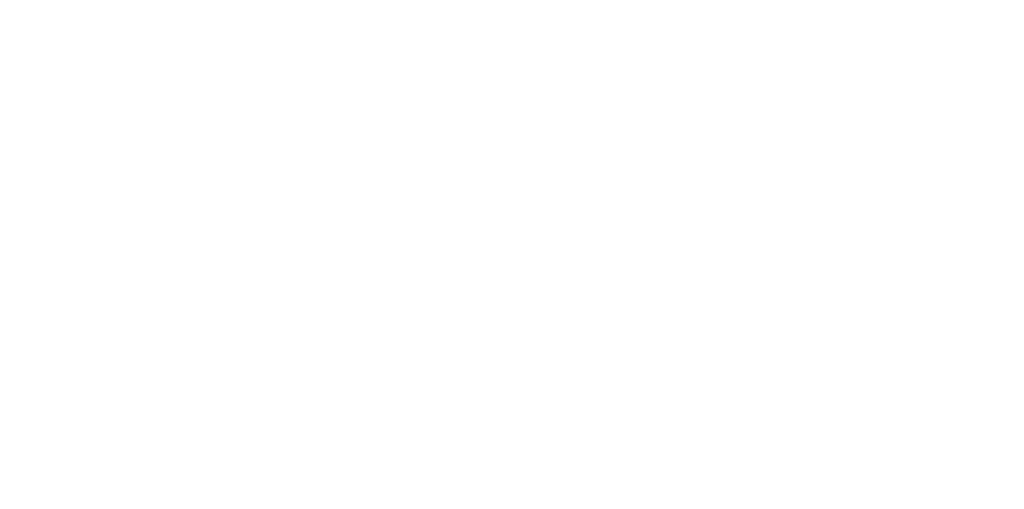
<source format=kicad_pcb>
(kicad_pcb
	(version 20241229)
	(generator "pcbnew")
	(generator_version "9.0")
	(general
		(thickness 1.6)
		(legacy_teardrops no)
	)
	(paper "A4")
	(layers
		(0 "F.Cu" signal)
		(2 "B.Cu" signal)
		(9 "F.Adhes" user "F.Adhesive")
		(11 "B.Adhes" user "B.Adhesive")
		(13 "F.Paste" user)
		(15 "B.Paste" user)
		(5 "F.SilkS" user "F.Silkscreen")
		(7 "B.SilkS" user "B.Silkscreen")
		(1 "F.Mask" user)
		(3 "B.Mask" user)
		(17 "Dwgs.User" user "User.Drawings")
		(19 "Cmts.User" user "User.Comments")
		(21 "Eco1.User" user "User.Eco1")
		(23 "Eco2.User" user "User.Eco2")
		(25 "Edge.Cuts" user)
		(27 "Margin" user)
		(31 "F.CrtYd" user "F.Courtyard")
		(29 "B.CrtYd" user "B.Courtyard")
		(35 "F.Fab" user)
		(33 "B.Fab" user)
		(39 "User.1" user)
		(41 "User.2" user)
		(43 "User.3" user)
		(45 "User.4" user)
	)
	(setup
		(pad_to_mask_clearance 0)
		(allow_soldermask_bridges_in_footprints no)
		(tenting front back)
		(pcbplotparams
			(layerselection 0x00000000_00000000_55555555_5755f5ff)
			(plot_on_all_layers_selection 0x00000000_00000000_00000000_00000000)
			(disableapertmacros no)
			(usegerberextensions no)
			(usegerberattributes yes)
			(usegerberadvancedattributes yes)
			(creategerberjobfile yes)
			(dashed_line_dash_ratio 12.000000)
			(dashed_line_gap_ratio 3.000000)
			(svgprecision 4)
			(plotframeref no)
			(mode 1)
			(useauxorigin no)
			(hpglpennumber 1)
			(hpglpenspeed 20)
			(hpglpendiameter 15.000000)
			(pdf_front_fp_property_popups yes)
			(pdf_back_fp_property_popups yes)
			(pdf_metadata yes)
			(pdf_single_document no)
			(dxfpolygonmode yes)
			(dxfimperialunits yes)
			(dxfusepcbnewfont yes)
			(psnegative no)
			(psa4output no)
			(plot_black_and_white yes)
			(sketchpadsonfab no)
			(plotpadnumbers no)
			(hidednponfab no)
			(sketchdnponfab yes)
			(crossoutdnponfab yes)
			(subtractmaskfromsilk no)
			(outputformat 1)
			(mirror no)
			(drillshape 1)
			(scaleselection 1)
			(outputdirectory "")
		)
	)
	(net 0 "")
	(gr_line
		(start 71.5772 174.6504)
		(end 69.9516 176.276)
		(stroke
			(width 0.1)
			(type default)
		)
		(layer "User.1")
		(uuid "02a32d5e-38ef-4280-9656-a1eb9d47bf3d")
	)
	(gr_line
		(start 86.2076 174.4472)
		(end 88.3412 176.5808)
		(stroke
			(width 0.1)
			(type default)
		)
		(layer "User.1")
		(uuid "1a7537d9-8a8f-4ea6-b8c2-add7035844cb")
	)
	(gr_line
		(start 0.925 161.75)
		(end 3.429 163.068)
		(stroke
			(width 0.5)
			(type solid)
		)
		(layer "User.1")
		(uuid "1d063aba-d396-4924-8406-6f00c66cb022")
	)
	(gr_line
		(start 72.5932 131.1148)
		(end 72.5932 131.5212)
		(stroke
			(width 0.1)
			(type default)
		)
		(layer "User.1")
		(uuid "3605e26f-2016-4374-b1b4-b797547e9eed")
	)
	(gr_line
		(start 22.275 159.975)
		(end 0.925 161.75)
		(stroke
			(width 0.5)
			(type solid)
		)
		(layer "User.1")
		(uuid "39a199e3-0d39-4a27-883d-0c3c35bc8622")
	)
	(gr_line
		(start 73.5076 114.9604)
		(end 72.9488 114.9604)
		(stroke
			(width 0.1)
			(type default)
		)
		(layer "User.1")
		(uuid "3a6e115d-5a3c-499c-9699-d4d681af6daf")
	)
	(gr_line
		(start 69.9008 175.9204)
		(end 69.9008 176.276)
		(stroke
			(width 0.1)
			(type default)
		)
		(layer "User.1")
		(uuid "5b78801c-b66b-45fb-bdb8-bad3a9bec003")
	)
	(gr_line
		(start 74.3712 129.7432)
		(end 72.5932 131.5212)
		(stroke
			(width 0.1)
			(type default)
		)
		(layer "User.1")
		(uuid "6a563874-d5f0-462a-ab39-e0b6a5fd3e92")
	)
	(gr_line
		(start 74.2188 116.2304)
		(end 72.9488 114.9604)
		(stroke
			(width 0.1)
			(type default)
		)
		(layer "User.1")
		(uuid "7b66e074-8c19-4d52-9153-2c05e37a5a46")
	)
	(gr_line
		(start 88.3412 176.5808)
		(end 87.9348 176.5808)
		(stroke
			(width 0.1)
			(type default)
		)
		(layer "User.1")
		(uuid "8ecf3ae6-0b12-408f-9f98-1000dee449e0")
	)
	(gr_line
		(start 1.2375 161.6)
		(end 3.556 160.147)
		(stroke
			(width 0.5)
			(type solid)
		)
		(layer "User.1")
		(uuid "8f34c296-dd2e-4bd6-bddf-ff8773d2c844")
	)
	(gr_line
		(start 72.5932 131.5212)
		(end 73.0504 131.5212)
		(stroke
			(width 0.1)
			(type default)
		)
		(layer "User.1")
		(uuid "a1dc5ab3-37f1-4c59-b947-089fab1997e0")
	)
	(gr_line
		(start 88.3412 176.1744)
		(end 88.3412 176.5808)
		(stroke
			(width 0.1)
			(type default)
		)
		(layer "User.1")
		(uuid "a469eed7-5cd7-485c-878e-f8c7316b32c0")
	)
	(gr_line
		(start 87.9348 176.5808)
		(end 88.3412 176.5808)
		(stroke
			(width 0.1)
			(type default)
		)
		(layer "User.1")
		(uuid "a8f36ec5-4363-4d63-91d8-21ba76d7f5a8")
	)
	(gr_line
		(start 72.5932 131.5212)
		(end 72.5932 131.1148)
		(stroke
			(width 0.1)
			(type default)
		)
		(layer "User.1")
		(uuid "bbb653c1-7483-4dfe-93ad-fb25db84d2ee")
	)
	(gr_line
		(start 73.0504 131.5212)
		(end 72.5932 131.5212)
		(stroke
			(width 0.1)
			(type default)
		)
		(layer "User.1")
		(uuid "c285e7ad-dd8e-47b6-9ed0-8db82f206ee0")
	)
	(gr_line
		(start 72.9488 114.9604)
		(end 73.5076 114.9604)
		(stroke
			(width 0.1)
			(type default)
		)
		(layer "User.1")
		(uuid "c2999a35-66ff-41a1-9ed8-336bc5aa4b77")
	)
	(gr_line
		(start 69.9008 176.276)
		(end 70.358 176.276)
		(stroke
			(width 0.1)
			(type default)
		)
		(layer "User.1")
		(uuid "d1c7dc27-5aa6-4606-9bb6-4cc6faf3f5e6")
	)
	(gr_line
		(start 88.3412 176.5808)
		(end 88.3412 176.1744)
		(stroke
			(width 0.1)
			(type default)
		)
		(layer "User.1")
		(uuid "dc22a5b5-901e-441d-b625-2b8022a95549")
	)
	(gr_line
		(start 72.9488 115.3668)
		(end 72.9488 114.9604)
		(stroke
			(width 0.1)
			(type default)
		)
		(layer "User.1")
		(uuid "dc98c8dc-216b-49e6-aa96-52e4c33c55ad")
	)
	(gr_line
		(start 72.9488 114.9604)
		(end 72.9488 115.3668)
		(stroke
			(width 0.1)
			(type default)
		)
		(layer "User.1")
		(uuid "f279cf95-7ab9-4343-815e-9e3c6e3b0b55")
	)
	(image
		(at 102.5144 98.6536)
		(layer "F.Cu")
		(data "iVBORw0KGgoAAAANSUhEUgAAADYAAAAtCAIAAABqNg/SAAAAA3NCSVQICAjb4U/gAAAACXBIWXMA"
			"AA50AAAOdAFrJLPWAAAFjklEQVRYhe3Ye0xTVxwH8N/p7UVelRYRYWAHpXWUCUh6MWZWATM3X1n2"
			"jNkwJppYdJmODRxmifyzR4YsrMNkQTPWxWURJGb/OBE6k25u7YqUOjIwaouI7aCAUsrDQtt798d1"
			"5ZbCvLdUNhO+f96cc88n5/R3zrlFTqcT/t/h/deAR2eJGI4sEcORJWI4wl/Mwa7aJmr0Drtr6vmM"
			"uA82JUfyEZtei0fU9biOXOzz+gAAGjrvA0Bl0VNsOi7SQjN9dC5bRln2ZUV0uVzNzc1ut5vlS1ta"
			"WsrLyx0Ox3w+AEgWLAsn0Ww2nz9/Xq1W+5UDAwNWq3U+X1NTk9Pp7OzsnM/Hx6BMuSqcRKVSmZeX"
			"Z7FYampq3G63w+Gorq7u6OgIbqnVapuamgBAoVBs2bLll96x0mZbsO/LHU/np8awJCKWNx2fz1dX"
			"V2c2m8ViscvlcjqdYrG4srISAID0INctasLearhx7tI12qdSqX67O3nkx7vTXjLYVyQRsPRxINLK"
			"2trarq4u/xP1R+8KrF+hvmbwOFvtaxp6cgCAWDWk2pZqXnlo308QPH+1O8SFkuXsfcCpooeHh202"
			"G/PJrYY9yHo2wJdgL5Fd4fd8v+73AhX+LQJqgT4ORIfDceLEidHRgJ2i+348AAT4Mo0YIgEAR74j"
			"kV9/Fv0xrQzZBwDYsWPHWBIxDPN4PEzlA18ESfGCff5kYlYSMDO1rnaHeHNarF6vT0xM5PO5nRcc"
			"fot03INdvWdf73YmdI0k9o2L6IUkEuz7197EEIl7R2a191DYtQ0/563Jqq+vNxqNBEEcPHiQ04ic"
			"D8DoGyezhP1Zwv7luOzOuAgAcpMebNi63xwpBoDo6b60wVNx4+3+9jjy5Q3X1V/JNRqNAJCdnc11"
			"RI6zSHp4jVKYHm21yxp6cgEgZ9Xk+l3vIB4280Yg5bbjfiVJoXrrRkN/EkKouLi4sLCQK5HjGe28"
			"zvQRCbbNL7zK9AEABbzexJIZ3838hfi4Eyf7mb59a61TkavnaBUh9vBFD32DYoSgeBcRmo8zsdVw"
			"y+8ryWybVb/MMH17MsyF+bLQfNyIWq32XMs1pi/Cey9y2hbcMmrqzpluqd9XlGxF0cmPnajVahsb"
			"GwFAkehgzl+a4xTzCAEAoHz6yz8wfbBMRC1/zLOo0+loH0EQh7alMNdXNNH2zN3KqH/mMtJ9x3zx"
			"ZLs9ZsYHQK3eCbzQr/esetJHM0EQBw4cmDReiibP8XgBSlFP2zQ/niThu+vS9kExQpAb/xfO891z"
			"R8dHeajs90P2Act9cXx8vK2traCgYFzf0VtRlaSwJBO9s9rMqg/Hg9hWuwwAVgpw6VpCJpPl5OQI"
			"hcLHRaQzeuVqb0UV6fUBotK3dsfLBufzFSVbO+8nqbuUASMhJJfLDx8+jOM4JyLbcpnxAQCFbmuz"
			"+tvTSJI3pw8AZMJRLPATNCYmZvfu3Vx9bIkBPjoUGjBJJ2RnSMmb31g3BvhwIZXx1rLXfk3PkPqb"
			"4zheVlaWkpLC1QdsysWl77j94edU4AWax8fSqiqinlPUaxyGfg9CaM/OvALiDSomlYpbAzwcAORy"
			"ucViAQD6FnfhwgWVSoVh2NzDzJ9HzKJL39FTUUVNTQf7BBsVGo3GYDDQ52/By29D6ouU6FnaRxMB"
			"IDY29ujRoxKJxGQynT592ufzzTFMyMQx4x+3yz+d0xe3KV+n0xkMBgDYu3fvnOevRCJZsWJFeXm5"
			"VCotLS1NT083mUwajYYr8d8q+s+XSjwDg8wnfh8ADA0NqdXq7du3K5XKeV4AY2NjAsHDj73JyUm1"
			"Wj0yMlJdXR02onn9K/P5QgtFUV6vN5ybTlTmTEku3AcACKEwbzrpn7xHKyOSEiRfHF+gL+Rw/rxa"
			"/DwB/9IuEcORJ4D4N/WktsYse0L9AAAAAElFTkSuQmCC"
		)
		(uuid "3afac9ac-92ed-4951-870a-694b5e62f855")
	)
	(image
		(at 17.387484 173.025)
		(layer "F.Cu")
		(scale 0.583473)
		(data "iVBORw0KGgoAAAANSUhEUgAAAD4AAAAzCAIAAABAPSzNAAAAA3NCSVQICAjb4U/gAAAACXBIWXMA"
			"AA50AAAOdAFrJLPWAAAHRElEQVRoge2a328bWRXHz7l3xmN74vGv2Enjpu0mm5TtFiqRUlVdqQ1Z"
			"0oJWqKz60gd4QSuE4AHEU/8IeC+gSosqxI8qQqxUpKqiFFZiAwvbbNtd0zaN090mdfwj/pH4x8zc"
			"ew8P7laGxqkd211W4vtkWeOZj4++55x7jo3FYhHaEUNVrdsP03Kzgpx7hga1wTDTNFJqy8sRcX19"
			"vVgsBgKBeDxORETU6t5ExDlvXMMYE0Kk0+lSqTQ6OmpZlmr1iHbRAZAz9OjIOAApV5AroDUNAGia"
			"pmmalNJ13WfcGbH5iyGiruucc8dxhBCI2C36/5rYpw2wc/0f/dOQ1ukHEMGvM41tnTpPpAhsoRy5"
			"XR53qY7RHUGX76w/KDpSQSt8Aho09SMJ86WYVxBI1Zcv0AE6IkgF6U33Z+9m3/m4QtTSbQQ0GjK+"
			"vj/0+oHwgbjX0JhS29bRHakTdAAiylcFEUZ9moe39IxUUK7Liwv5f2XrPzg2dGjY59cZAvSWvuO6"
			"TgC/fj9/I12ruYo91SwafA+LdqpoV1wFBDG/9r2j8W8cCFsGFz11TsfoCLDpKFtu5wCh6HcfFn57"
			"q3A3Xw8YPOTlr44F3vhS/OW4r+rKXllnJ91UY7h9gUGE9Ib7l+XNuQ/Wr90vGxqP+PnhhHn2C5Gv"
			"jFtE0JPwd1xhANp68Ijl+dpkMOTllof/eXkjVxF/vF/esGWxJl4dD4Z9XCrqkn8n6O2o5iq/zmbG"
			"rdGgx8PxbyuVbEW8vbzxqOxUHZoeC4xYOmfYTd3k586d6yFxsxQBEET92vRYYL0mMxVhS1qvyfmP"
			"KgpoT8gIenmLQ2Fbek4nRwK4fKf0i/dy765U/DpDhCO7ze8fjb+yZ8ARO8zbPka9WTrDsajvpeEB"
			"xvmN1U0CyFTEzXTVEerluM/Q2A6M09+oIyLnXNM0Iirmsx/cWby9WvpI3/37RbdgS4YwFvZ8dSJ4"
			"9lB0X8jDEJsrrlSwfR3tV5o2iG3bTqfTmUwmk8msrq6m7i+GQ6Fvn/1iyKr/4V45VbCT2XqhLqpC"
			"vTYZipoaw8eDF0OMmds17H6hI2KxWCyXy9ls9t69e8lkMpVKNaa1qamp8cTgD+NuyK+9lSzezdXz"
			"Vfnme7mHJXc06NE1bAyxGsMDMd+xPQODptaqFvcFnXN+69atq1evLi4ucs4ZY5xzwzBM0wyHwwRI"
			"AN89EpuIGm/+M/f28gYhXlsqP3EHASCAX2c/f33f7mBg03mO6FLKqampfD6fzWYrlQpjDACIyDTN"
			"aDTaiGvNUa/sGUgEPHMfFn7692xzZBsvTZ1piNuYvS/oROT1emdnZyORyNzcXKFQYIwppfx+fygU"
			"agz/BMAAR0Oebx6KHkmYqYItFTXKPAFwxBejxmTMqIuW8H1MU6/XCwCbm5vxeDyTybiu24wOAJKI"
			"I+wK6MMD+ueHfAoezy4EwACCPg6w3ZjSrzRVSi0sLMzPzw8NDU1PTyeTyYWFBY/HEw6Hm1cuikAR"
			"IULE/98kcrulU+/Qn94BLS0tXb9+fW1t7cyZM8ePHz948CARWZbVHPUnIoIdtNQetKQGSvOOqlwu"
			"X7hwYWVlZWZm5vTp067rcs4fPXokpYxEIoZhdPnEhrqNOhHl83nbtsPhsGVZjTXdxYsXl5eXZ2Zm"
			"Tp06JYQAACllLBYjolZbuB2oqz1MwyeZTObSpUtXrlwplUpCiLm5uWQyOT09feLECcMwntijUd17"
			"iN5V1BvouVwulUo9ePCgWq1aljU/P3/48OFjx47FYrHmRekzkq5z9SBNc7kcYyyTyVy7ds00TU3T"
			"Tp48OTIyIqXs/ubbqNvFXSPqjuM0vFGr1aLRqG3btm232ov3Sj3wej6fd10XERljRJRKpc6fP3/z"
			"5k2lVA+d/bS6jbpS6gk6EQkhbNsuFou3b99eXV3VtH51a+jY68hB8wJqgIAAUrqlcrpardZqNc55"
			"KBQaHx+fmJjYu3dvJBKJRCJ9tXvb6IgACG4ZPr6MpUUQFfSGHXNivZKIDw2PjY3v3p0YHh4eHh5O"
			"JBLRaBQRXdftq93b7qbIoLKKD96CpV9h9gY4gH6PHTmyYp5ccsYS+/aPvfBCMBgUQggh+l1bHhO1"
			"hc40sAu4dAn/+iMAAHy8XEQF6Btgs7+RsaMKDVKi37j/AdXWVdwL2X/A4i8BAdgnZ1MEYqDcmnPj"
			"x7KUIqb3k3MLtYeOHKorsH7rqfcBSLK1d8AuAvaxmGypNtEBRR0dZ+vfMdw60nO1SkPtoROAHgBf"
			"YOvlvrmLuK/Xi/9nqz105VBokka+DKqJkAAUAHLa8xp4B0E94yfpnqs9dGlD5BC9+C0Y2AXaJ4MC"
			"IugGWJP0uTfAHAHl9I9yS7Vf1xGki6W7cPsnuPIncsowkIDELO3/DgTHAbXnb5iOBjwEklBbA3cD"
			"SAHTwWOBEQXkz58bOjzDEDANAvsA+eOepASQAOrv4baVOizGpEDa/SHpWJ/h/wh8htH/DdDXr5MB"
			"etP8AAAAAElFTkSuQmCC"
		)
		(uuid "3d675629-9599-4d03-9e0e-21beb2668e29")
	)
	(image
		(at 246.9896 147.385846)
		(layer "F.Cu")
		(scale 0.393265)
		(data "iVBORw0KGgoAAAANSUhEUgAAAPEAAACSCAIAAAAbybuqAAAAA3NCSVQICAjb4U/gAAAACXBIWXMA"
			"AA50AAAOdAFrJLPWAAAgAElEQVR4nO29+ZNc1ZXv+11r7X1OZtYkqkqiNEsIMRhszGwGYxsP177d"
			"8fqH7oj+Izo64vWNF/Hi/T0d0T+8G3HjXr++bbtf23BtgwFjwCBAEkJonqtKNWTmOWfvvdb94VQd"
			"pUoDBoOBrPyEEJlHJzNPZX1z5dpr2tTtVwD+n//7/wohpJQAMLOZYR0zIyKMGPFlYoMsicjMzExE"
			"XH2oLMtG082pzXkjTY/4snFTTQNg5jVNp5RU9UZN1w/+S1/viBGfkEbTAFxzaMPfI0Z8yRnU8SC8"
			"4X59kq3zl7i0ESM+U1xzqxFxc6Pxp7+wqxsx4uNo9Nl42Nd8jzrcMeh6j5yQEV9aNoiTiOojzHyd"
			"7zFyOUZ8tRiUa+NluJue19wehT5GfJlprPBgUuW6uEdz+8bg31/yQkeM+Fhuo8mNcQ+suyaNJf8c"
			"r+srQkppLUHlHABmHgx6ppQaZ27wq3DDskRVmxPq1YuqNg/EyHB8Qja81YPv3kZ/+jZ3Nw8iUt8Y"
			"dL1ujAvVJ2RZpqq1ZLGueFWNMTbLleZ7T1XrJ48xYuArsXnFEZ+Imyr2JnZ6RFVVAMystsHe+9qs"
			"xhgHVySNxGvtqmp9GgYsR+Pt3VhFM/g8ZtZ8Kkb8mYw0vZFGXo0onXO1QW1kVxvX2h6nlGrbPLgI"
			"YWYR2fDlWIv+RvcDQF2VMOIz4SZxj00OM3c6naqqRMR7H2Nst9vNGqMsy9qK17a5FnQtTRGpXYvG"
			"UU4pNcpupDw+Pp5SKsuSmfv9/h133GFm/X5/ZKo/K0aa3kjjCZjZ1NTU17/+9Z/85CedTgfA0tLS"
			"e++996//+q9Xr15NKTnn8jyvtQuAiEII9cegcTZijLXEnXNjY2MhhL/7u78bGxt75ZVXXnnlFSL6"
			"+7//+3a7/dJLL73++usb0gUjPh0jTd+E2knYsWPHI4888sgjj5w6derw4cMicvDgwYceeujSpUtv"
			"vPHG4uIigBBCHQypqW/XvgrW15rOuZRSbZtV9cUXXxSRK1euiIiITE5Oeu+dc4O+yog/h5Gmb0Jt"
			"WXfv3v3AAw9kWfbaa68dPnyYmUMI+/fvP3jw4Icffri8vFz7Ehv87yayURvvPM9jjIPhvI8++qhZ"
			"ODbHR/70Z8hI07dk69atMzMzH3zwwdGjR1dXVwEcO3bsjTfeCCGEEABMTU3t27dvZWUly7Isy4go"
			"xnj27Nnx8fHx8XHvfb2+PHbs2PLychPS3r9/PxEtLCzUDsxgmG8Uov5MGGn6JtQLvna7raonTpzI"
			"83x6etrMlpeXf/rTn9aaNrO9e/f+wz/8w/Hjx6emptrttnPOzP7t3/5tZmZm//79s7OzdTTwX/7l"
			"X9555516UUhEf/M3f+O9f/HFF994441er1f7OaP49GfISNM3gYj27NkzOztbhzj+6Z/+aXx8nIiu"
			"Xr369ttv//znP6/bguqEy1133fXP//zP77777t69e//2b//2r/7qr44dO/bLX/7y6NGjExMT//iP"
			"//jcc8+p6h//+Mcmz1IruKqqVqtVu9E2apD77Bhp+ibU4Qvn3Ozs7OOPP/6zn/2s1+tNTk4eOHDg"
			"8ccfDyG89tprFy5cqJd958+fv3DhwuXLl/M8P3ny5LZt244ePfree+/Nz89XVVWWZZ7nIlJ71YNB"
			"lQ0iHsn6s2Kk6ZvQ2M4Y48WLF996661ut9tut/v9/r333vv4449/8MEHFy5cqCPTZ86cqb1tVV1e"
			"XlbV8+fP11ERVQ0hNLHtDaG6DbnGkaA/K0YB0ZvQ5LGXlpbeeuutoijMrNvtnjt37vTp09u2bcuy"
			"rAlcLC4uhhBEhJnrNV/tbTfZR1tvGmqWiXX0GjeUQ35BP+6wMdL0TagTJXWIrVZnrcvabNfOdO0/"
			"1AdrcddB6Lo+pLb0zrk6Alh70jWNxAE0TsiGapARfw4jTd8E7/3JkydPnDgRY5ybm2tsbZZls7Oz"
			"3W63Lj0FQET1Oq++7b0HkFKKMaaUQgh1WKMRt3MuxlgURYyxKegbVPmIP5+Rpm9CCKGqqvPnzy8v"
			"Lz/88MNZlnnvZ2dn77777oMHDy4tLRVFUVvlGGOdJqyqqsmQN8XWtamubXaMsV4p1mUkRFRVVWOk"
			"mwT7iD+f0Rrx5jDzmTNn3nnnnUcfffRHP/oRgLGxsenp6fn5+d/+9rfnzp0TkTzPq6qqs4ONP11X"
			"NdXBDRGpvZf6Ces1ZVP+USs+xlh7JqNij8+KkaZvQu1LzM/Pv/3226r6wAMPtFotACsrK2+99dZL"
			"L71Uh0G63e6hQ4dOnTpVVVWtzrNnz7799tsrKyu1plNK7733XlVVy8vLtbUmouPHj+d5fvXq1TrV"
			"cvz4ce/91atX6w/AF/2jDwNUz4D8L//nP1ZVVad8mxpfbGInrynJcM5VVdXUZtRibbfbtU88OTm5"
			"srJSG+n6gcxcOxi1A92EOJpK61q7TVVqnUJvakJGfCIGY0r1F6b3fmSnb04TemtasJq4hIg0H/7a"
			"Qjeqbc6pNVq/0U2dU22qB4fH1iUi2MS24/NgpOlPQ9NE2CTJ6+ODfQBNGmWwy+uLvOhNw2hd8okZ"
			"bEjZ0JnSZFUaNd843WrE581I05+GxvTiht7yRru19DekEr+g691cjDT9aWjU2cSh67u1pgdLlJr2"
			"25Gp/osx0vSnoVk11iHn2qvGesKluV1Ho5vexFEL7V+GkaY/MY0j0QShGwca1zsYdT1T7YGMUip/"
			"MUZv9KdhMJRBRGNjY/W8BFuf+1Gb8PHx8bqCrzn+RV/4pmCk6U/MBv+4LmyamppqJnsAMLM8z+fm"
			"5qanp+vjX/RVbyJGmv7ENKXPdYh6YmJi586ds7Ozzrmmzo6IJiYmDh48uGPHjjzPm96WL/raNwWb"
			"VNN2w+i6xjeobWr9dxO1aM5sEoFNKHrv3r1PPfXUvn37atXWRXnMPDc395Of/GTnzp15njev1Swu"
			"Byvy6n/aYP7r/KKINFnfEX8imzSP2NTKDd6tRdZkAQeN6602VKj95roJAAMNMnWhSLvdrs+n9aF4"
			"dZaxHm3T9BAMjpBsEpPNZeD66ckjPpZNqunBRAlusbsprY9pxEBKpf6n5sZgbRMGesJvTLI0z9Z8"
			"VBpTPXhh9QObqTfNh2ok6D+dTarpwdrDQWs9+C0/6BgMmsxBvdI6zaOanEtzzmCDVhPPxvoHYDB+"
			"suGTMHh3lLL509m8mh40gTf1m3WdWou0PgJvMJA32Hw1eKR2qWvne9DlGDTqg9V8NDAW1czqQde1"
			"I0TXjwke8bFsUk3XIwow4BI02qqbUOojAGp3GUDdkNKU7TfWfYOprtU/6CK3Wq0sy+oXtYExebUz"
			"3Uxgal6uvpK6xat5XVVtPhIjbs8m1XStpMYS16Js1Na0edfHm83YmTnP86IoGvtdn9Y4x7WVbVzw"
			"+gljjHWZdZ7nZVnWzzM4zLfxTAb7XBob3+h7ZKr/RDapphsd28CI6A2OLK/vzAKgdh7a7fbWrVvv"
			"vPPOK1euXLhwYXl5uekmxLrjMRi9VtUYY1mWIYQ8z2dmZnbu3Dk/P18/tja9zWegqQkZ/FQQUd2Q"
			"Wxv1L+S9+sqxeTU9MTExOTlZ57RrWWN9QdaE5Bonu9bf1NTUrl27HnzwwbNnzx4/fvzChQv1sIRO"
			"p9MsDQe9CyKanp4+cODA9u3bt2zZsnPnzgcffPD06dNHjx49f/58jLEeyT7o9mBgPZpSqkecFUVx"
			"+fLl2nX5At+0rwpDrOn6108ADdwFAQYTke1zc1974IEDBw5MT99hBk3J1t1rAClF0zV3gpnLqtKU"
			"8lZrZmZmfGLi3vvu/e53v1OW5crKKhFNTkzWptQ7l9bT46ra6XQeffTRBx98sNVqTU5O1smXnTt3"
			"3n///UVRNOvCa2tEM13v7GJiVfWZ7/W6x48ff/W1106fOj04++a2P68N3N10DGse0RSFUUigZC2g"
			"DU1IycE5Fk1dxFh0u8uLC8uLC2W3x6aeyRHElFKilATwzJ5ZwBaV1ByxA6UqJACSxMd2S6YmJplc"
			"jKxRSAUDKcba3NbtjFmW1XmW2hvZ8LVwDRYTghCIoMhYPCyWveWVheXeoqmS4eZ/YEqFUYASoicl"
			"cV2SriKqifHmGgQ8rHaa2MbqAJ1aYYB33kyJzCAkU0HDxauL3fffP3bqVJ7nROvf+DTQRKgAEdNa"
			"mM851+l0pqdnvvXkd6py9cLZ0+dOn19e7s7tnnn4sQdMltjHqs/s2WytuLQoirfffvvw4cOqum3b"
			"tt27d99///0ffPDBoUOHzp49a2b1iOt6mSgiMYKFWRimmkpG5V0nBFlc7l5eWDUAfHO7SyBCi0yI"
			"PTEbLIYcZEIMVtXN5bEMq6bBSJY8mIgq1WicJ43JAigDtZm0LKqyWJy/slgLGNdyHGBGvVoDQMQg"
			"gpmItFqtyYnJpcXlsli9cunSwuWrZi7x1+578KAxk7DCeD0GUjvKCwsLx44dW1xc7HQ6s7Ozhw4d"
			"WlhYuHDhQrPL0cDrkkWFOGIYRdUSSoIxppYSEqnQbad/ECc1oCI2IphlpA5ERIk0YDNVbw+rpo2k"
			"ChXIHHsmSmpJTQ0RbCBxZqYGW7Ng19ZngJkJYMTGhjWRU1LVFCq1pRBfOX8qVKWGKOwmJ7aS5WTj"
			"hI6RKPoGGYxY1zdCCIuLi/Pz8++++26r1crzvA42N9P0AGhK3mkCEsxYWQSpZUmUAonWPwRubXCj"
			"mZEaFFCCOMmhzhIAY+JNFQUcUk0TIJwsMpEwuD5ALSNLFBJWhYSEAKImAwgDUP8dE4GIQLUmQQQy"
			"Mw0xqUHhSJzn5B0kUyMAnsCwaFaITJhdc5RrvznP8yaB0sQQ6+ROs8+iaoIrLDmDB9g4IQlxaVSp"
			"koZOzu5WKz4DVJPLmYhikpREPEj6BiNl4dxQ2W0+EMPFkGrauKw6Lgvi2ZR7Ky0LnmLHTJSi+aJH"
			"mRmZroXNCCCStaQLwaio4wZmIBDVX9wGYuJEVVVmkjHFkPp9MyRmSoSKlDzdAUsxhiZD3khZ18fq"
			"NXnv2lTXCR1m9lleBXXeMWchUtU3CwpVmMBywlhh6Ta6ZDXvySimlFKUkLnW+LLPeyCrwgRtpiDg"
			"cGraYKrBedLIVQ9UYWa6Ozm5IqIGcEZlsvVoMgBiIgOZ1ikPwDxqy6xWR/RqGw4Ck6SYEyqiwlKC"
			"3YHQRmhBGYiqKSYMVp8OKrheDjZq3pBtSSmRy42sKkIoJJM4t6s71ilhFiNYTJlvE5rznFKVgSNx"
			"GYNbvLSj2xuvguNWj7ii5DZPXG84NU2AuKTRpyq1fLFjz+p9Dyzs3NXL8kpNwQKq9atmINSRDaia"
			"qmoy0zaRwExtTdMA1qMHlMAAmLWq3MLlpYzOMK2YGgjGBVGL1jvGbyxebTYIHax8uuZ+e1SFpsrG"
			"W8XefVe/8ei5bXcWTpCSGVe3laSRaKxazCYuFH059m555NCOS/PtUIy5sYhN43hgWDUNwDGFnngu"
			"du2++vR3Lj7w4MW5uV7mS7WkBs9m6z40rM5T0Pq24EiRmWU9iWhEDMO6n2LKlcbcZS4kOXPm8pWz"
			"d42NL2myGDPj1CRcBuv9m2+EOsmyQe5rqUdmVVQ97eTFgYOL3/r2mQcfOjs708+YDBQRGHYrF8KA"
			"SGB4BhG0jLRzR5Xl4Y9v7jh3aTKUwlLSppH10Graok+Vn53rP/DNlae/d/GO1jwQoMxEYLVkvKZk"
			"BtVLRAUIxGDyFMBhPed4w1MTa8WctJWVB+5K27f2PcHMl/2OIo9Y8V6EWWRj+MzMQghEzMTEa5+i"
			"9fiLaoWqmiJd3bV7+YlnTz37/OkOJ8BgichcMmLBxpIPa/5PkdgBmhC1ndl991wmSQFh9ZU9Fy9N"
			"uHESZ1T7T0b1K9c/zJpTNUQMbdiSSQvVfKq7ffuVLf4KENdSEwYDKpqI3ErECQooiIwtQiOiIa6/"
			"KwasJ5sH/piRdoqQoUKuVmyZuErUa3eqqclqYSEFp5apckgaeH2UOhHBoMmikJGwiUvCKYeNB4h6"
			"Mi/9gpeutL7xzSt//deHv/3Yhx0qgGjgqF7VkUj92jAd+GOwBEtAYokGSpyrz6BAKu/dfeUnP/7w"
			"hz/+cGJ8ZXEpL1OCCyBKoU1ERj2SgkWhacg8k6G106jtD6mIEum6NVqrhWBdZSaCmpKpJ2REyVEA"
			"JcAMcqtfMgFk6mCgoOBKM9iWbCzc89DpxeUTnLZdWOz0vW+1IztKVJV9CiVgiR0xt4kjUmWkyVxM"
			"xlnhpB8Kir12C/7rz73zzA+O3P+N+bFJQlRjEJOIWQSSJBeNbOBKaP2KABgHQBIxYS01IxDatq33"
			"+FMnXb70ws8emr880a/AeenaC2Qtr51QxmTJZR3YUDncw6zp2yBqrAAzMcMclEEGYkBhRmS3+zJm"
			"QgAskSQnGYqcHe/as0jPHOngyq9euHtxcbqCD8kpRxAJCZGZJTMINCkiGUthUkBcKiX1MO7LgwdX"
			"vvvjdw7cf2VyUgEO5gVESIREtB6buaY8GvSPCUTOYESakqkSMws0OVfsvLMae7pvvS2/f3nfqXOT"
			"ZchdbkhGECFnBCXj4Yr0bUZNE0BOYAwjECARpCAFJYMlZXe7vBuBMkChkdgcEXwFZG3R/fsubZHL"
			"S6vunT/a5cUtZV9igsuCz4ghmixZlUuKKTOu4EsIQtUJqzKeFQfvWXj2++ceefhC1lIDBQNLxgRY"
			"AgABoHytxrBxhmngqhyg0MSAGgGsXCEhZ75zmp577pQl6B92njo3U3a3cL4qFETGABdwdchkMFQ/"
			"zCeAfdH3q4UkSZL1KSUBgVjhVH2GcOuMHRWhPTVe5L52ZxnSR+KYWp783K7yh399zOXpD3/Yr9Gq"
			"gkl6zCWZGIQlkYLMgRPYp9AuFic7fuWe+5a+/fzpx5490mKyKBEmLjFVSAxSY67UF8Fl0WCA0bWE"
			"p9XlVmSgPuBFJ9rJucAWVdtgxxKhhmjbti898/0j0lnRXx888u5eP5NLvoQULIkgAjJMy8TNqGkF"
			"glZvvrXz2JE7l3oirRWnQpqBzBigzG5TyWYIUb/56LkHvza/ZbxCYGjGzkQ0JRFr7dsTHnv6lDnv"
			"pfDWQcxD0JRIJGNXIrBkBZzFarI7PzGW9R567Phz3z/9jYcWWqwWMvLJA4BZFUgApoWl8Q+Obf/g"
			"/R0iXZDBYGtSBrC25FW1q91i6xb5+tcv33f/JS851Cx5EgYrOALZndv633rmRJZXsZ+fvjCl3HYc"
			"BV2nWWIaJudjM2oaQBn9yePTr7+y+8J824+v5JZRaqnFxJWRu85xvR4DyoounNm6dPn4I4+fmNsW"
			"qArQijiST0AJ+D17l8HnrTo7li2nop1iS6kvFDUpDOQsqVjQqYmLjzx65anvnL33/oVO3ocSeQUU"
			"yWCgjAE+d2HizT/s/MPv9x3/cBtnvTVNr11LHYUBADNUsWhTfvH0TNHzX3/kbMsZQdWSQQHHJEjV"
			"tjv0iceW2U78fz+9+9LCOHzIs1KCG7Ldvjappp2zspClpWxxKW9TCGhLaimqSKLkneqtMhQGlAnH"
			"Ds8hIsT46JOXd8/MKx83W6Lk4Loa86kO7tp3NZZHgdd73cUqijETJ1KLFJC8RtdprR44eOLZ5y/f"
			"d9/qWLvUFFhc3fULrStD3YWFqdd+v/O1l3ccPzbZL1Wy1mBScuCiCID47NLV7J23vXjjLD3wwErL"
			"d2FJDSxmqCx5x7R1uv/w42fPnp165WVZWaUoRjJMMQ9gc2qagIyDk5hlqd2J7fGYpeS0MioSByXn"
			"NN6mAq5F1l/hYx/OFOHepJ3smYvjs79zdklCXQGogIzlhbljqyv/vtofq2JUECgyAEYsPanOzHQf"
			"e+rS/Q9cGG95JIupVp5CiRnR5PKVsd+9svvl3+49+dFEiDY+2WPO1+J3N1wcEcQ502qxl739zg5I"
			"HOsc37e7auWB2QBTKLEzY6I4M3PliadPXjjtjhyZrsoW2oANVS3q0Gt6oz1bIxireYc8I0+EqKoV"
			"uCCKQH6baC0B3nhi9srSwvjR9/aUK7NjnRfuefz1bRPdnAsQMfcsZKRGcinaS8HuSjYdE2KMDCLu"
			"pGS5hNmt8Z77pO0DQoLAZRKjMoE5B3h+vvX7V+b+/X/effbitMttaqby5lJY9zusbiMYvEaK/Wx8"
			"arFX5pcW279/dWZ2eqEt1e5dynmAMjMn6RO3AGehe/e9J+46MHHx3OylxanK+h5DlTkfXk2TghJA"
			"luqfkQCq2/fMoOwCcyBNppSEAHMw9oBIMqPb2S3iWBWddst1/Mr8Su9f/usTz5zZ8vz33j941yVo"
			"AsF8SSqwyHLOuV2s6lSEXUCUaN4VptRdai9cyHdvFZhBAc6Ecyq66NjJC+Mv/q89L/7bfctLrclO"
			"Xzy0cgUco8CgLz2IgUStkpyYWrLau+MXP7uvX4597wen7tp7BaSGComMAlH0wp7ixJaKOyEshAkU"
			"n8v7/8UxtLnxmzHQQL7W1bJm7Wj9P/v4kJZpMjOpy5MMMn9FThxfuXBuKcRw7dFkoARURJHWiqTI"
			"QImiioWYLS6MnT7V7lYKr6CQYj/RCjr2wQezv/6Pu958dc9KL/NZEjJWZauY+rdze0kpW4nRNLL3"
			"2hoLKytjh/6w963Xtl+82IIlApgEIIOCmAnMVHdEDJOFrtlUmv5MIICJ6veNnHhTXlpcXV4uUgJI"
			"Bj45CRSBBEpYEw+rORJSoaur2dEjEydObelXLRNOgsrc0TPjL7+y8/VXd589fYd4zVpa1/gREuFj"
			"XF5jYzbhIFw4HyD+/Lnp0yfuWFzIsD5FZ+BHIEBovXrr83qrviCG1/f43CBQ3Y9uBiJ2TmKEJiJ4"
			"WAAIFAEDKSiuyRpUmw+yjKTiLPWDO3p0euaVu8re/JbpVTNd7Y699saWd9/Yce78RFCaGE8OYsr1"
			"w009btdjSyG2MinYynpigu+gWHIrfVcGWfe7UCt4rToPAgCUAB0y0zbS9CdGVZVSXcxsBuFcxIk4"
			"IraUiF3dvwhLgK6LprbTUjcaZFkIKpcuzvz2lxMfHZmfnOpqtMX51onz26J6yVLuSwciZeJkYIPA"
			"cuCW7oeBYnSOAdUUxFiyTlV2kSyG1Mz5TWZqBCKtK04NBiSzRKM84ubGDGpIIiJMMSVDMqt7YiJt"
			"WFxSAhKuHTRBqEojb3lLhbKVXufIkY53RKCiKOF81o7iIoxiCeZInBRQGDjczp2G+byKwYvm3gt5"
			"61dWrPhytZOqjiqLWH0Z63kaUwUMREo0bN7HSNOfFHIuS0hExgTSeiQprXXNCF+vj6bsur5DjJaX"
			"qCiQeuINrFWlFeXCTnyZSwUYKeoia0VlpkpiYFOV2yWwSeCTVeQDfKrKrL/kt3SqHdu70zMFsRqI"
			"rqvlsxTroVEgZhuuROJI058MAghipkkTALX1uotrU+psvcKIYAwwrJ7FYAaUKTlvADQaODqvEFOt"
			"GFrPpLakBBJhEMpotRiJUPc73o7KEfdVijJx1ZfxVrz3nssPPnR229xy3R1Wd8QbCKAUUZWUIhmY"
			"4dMQOR4YafqTYkDd621magojU5gx1cus61IhtaCvuaoGDdQnBmkGAyUGZ45IEVSDcB7NCCWxGpOZ"
			"KMQIREIEprC2qrvFZZEGdlqpVKUTSnffM//0dz964KGzU+NdNZgSmGpjrYoYLFQUA5kKkQOGylCP"
			"NP0JMaRokgtBeG1yAmFtJrrA1lp1AQx4HXWEGiCTdjTrkDrhRFSlyoNywyqj61ymloGiplRWrCq4"
			"NnEksBSqnWvPvOZM1AlFIjKfrURqp6JDirkdC088d+6RJy9smegCxOTSem+lgTVZdzXr91wIDGMz"
			"WV/FDgkjTX9C1orvKyOnxEgVIykMlhix/mJfP1VBFSgABiMoESkHT4hmyeo0jyuBiqFAHlMiFAAB"
			"jgTMEQTUXwWAoUPELH0YUsxSkFbHIKkqU4qctVpFp718Zqwd+w/ce+oH/8fhh55YarcLhQJClotU"
			"iC0gCoelfvablx5+/8hdvWIsy6NSteY3DQsjTX86rGm3Hshk3KiLjXOg15vC7MYT7Lrjg7G1tYMx"
			"9py1AQ9T9qEKikDEPstZNS2dzz0t3fPglWe+c+GBh1Y67cDI1JJpEPRUicWM6OLlqVd/t+vXv5q+"
			"PM8+q5yPa6OehoihCrYPNyJkqa0xA5nLkoKSOiJvcEVX87T8tfsXn/ru5a8/tjC1pSJEQqRkrEwM"
			"NgXL+StTr76+88Vf7T19ZjYkJ1KxBbFh08DITn9VIKFOAowqcKWUmDOQN6VQJQt638Ezzz7X/+aj"
			"83duXYYmgoKUyQEOlODSlYU73nxj+29+ve2Dj7a02xM+K8jIEpMTwlBNqB5p+iuCUQpt8issRTKr"
			"+i7PmM2HftQQtm3r/eivTt3/9dU7pvtkFZKHRBggDMBSXC3br728+4Vf7T7y4Zgfo4mpApVZyI2t"
			"sts2yX8FGWn6KwIZpAuOsIxMxKmQ9Ra9mO07sPrsjz969MmFVt5jMzDgE5QtOohCYi9lv37xgV/9"
			"+/RHpzKfuaktVexVHDMSKFs0cX9COeJXiJGmvyKQSV5qbJk5JhOi7kLutTxw76Unvnfi8adPtFs9"
			"Xg/v1UOnKLMIXJ6fPPzH/S/8x97zl1riOWsFlMQhJ47GlTGgnWEKemCk6a8MhhQZqPc8UC1yTth/"
			"77knnzv1yONnZ8aXkACGGZtRPRMQoIXFyXfemnvh57tOnJx03rVaQTghOJCYVCQqkBSMhirsMYp7"
			"fGWgFFogM6RYmcW0+64rj3/nxCPfOrV965KrQJCoFi0ZCCwA5uc7h97Y9cqvD7z73pZE5DN4IVZS"
			"oyRIzAYnyfnIIzs94nNjPfexPlD1Oi/XeQHFqteygK1zi9/+z8eeePr8toku1CAdkkSWiCCIZqmK"
			"7t237nzhX/ceen9ubCuc63OKpgA0olBqMWUWCNHa4vt0ux0IvnKMNP2lgcBOQ+Eck/dJU4yRnBNV"
			"iQmQiIEFZmAAAA+3SURBVHboX/Vc2t6d89//yZHnvn12rNOLMUVGJrGPqk0EYyQqytZr7+z52YsH"
			"jp6a0XbIW6ta5VZXdRAJCVukCAAq1KdimASNkaa/RBhi6b0voVQWDpb7DGaiUHJBfFpezFD19x9Y"
			"ffrZSw8/Od/u9AAWJrOUkFrIYBWQVlbH3nxr5y9+vvfU6SmXy5hPVm70MK+lPOmmE7a/2ow0/SVC"
			"CARRgwEsZuTVnHGlsFgIV9i/f+Vbz5557KkLd27rqgrYiOESUySwGPP8Yuu9QztefOHgsaNbVaTV"
			"Ns+qpbNbbtk1hIzWiF8iWIJGV2+6CxeCmrGCNAWq+m7v7oWnnr34+JPndm2/TEgwTkjA2vbmMFta"
			"ab/7/vZf/3r/22/viOi0WiQUNSTmzWW5NtdP++XGUqjMnMsIolURgSpjaDCtaGoiPPfDI489cXnH"
			"ti5MUInk/QgzCBGAWGn+7qGtv/nV3rfe3N6raHZbNxPVECMA5z6u63yoGGn6ywMRHIuqcowZQO2O"
			"Fsu5lrZ9R/fZ/3Thme+dmp6oSB2iwPUBqHJSODbm1ptv7vn/fzZ3+PC0AjPbepwClGGU2CoqPBwN"
			"Va7wdow0/WWBAHGi6lSFSL1DudLiSvbsnn/suZPPfu/0HRMlQ0AJnEBmKo59ZLu64k8cnfvZ/7j3"
			"+Ed5gmt14InIPBnVm74kZb9pBI2Rpr88GJASKwwciTQFTYXt27PwxDMnH3vqxJ2TiwzUm5ASK5Gj"
			"yGDq9jqHj868+PO97727lbxmrcCkKTKpKBROHbOlDKiGquz/tow0/SVCleCCMVJkrWTb3PKjz3z0"
			"+DMn9+xaQDAwJ0uJwCQeDEFvxX94ZOurv93z+z9sg/L4WGRRTZas3twRQuSYKA5XjdLHsUk0bbiu"
			"P2l9hN3ABoNkZGsu559uz+ozeX3aKA0cpev7Xtb7WcjMmK4duW7squQwSmXBsXJbJtJT3z/31PMn"
			"ds1chTKMIZHBgBgsoBL1Jw5v/e0v9r765lzyPDOxnEJM0Ygy8d4oWrIUnUV1shitc+upNMO2P+IQ"
			"azrBHABQBTJABhulRNtEYqygyJQ8DOqVskApoPR2u925K5BzCVFT9MTeYYvF1WCUJHOIgGkEOWa4"
			"IKDoRZkoKgVLhE6M/Uk29a5LCClmIgYiM2fmkvRCbyz07M7Zhe//8MSPfnRhYrIHg8KSN4FRzFxM"
			"cAmu/c4HMz//5V2HDu2N6raMXbSQs7n644LYX5sdRgogWasyYmIyI5gTVtUYE3O962IyHardyIdY"
			"01j7Pd1k1Isqr4BLhUaTZOyZFSlSpQC4pbcOfRGohSyUPfHOt/NeWXZ7K7MzgVlj1NwZiIkUqspK"
			"ClChqIzaRG0yq3rJZ4VFqypx7LyXlCxpJA4kWq5OxX7Ys3v+W8+eeur5k+3JVdUAgIUYZGByEQ6r"
			"RfvwoZlf/eLuw+/f2Y+UtQLCROLBKR3cXC4AAudCRDGlSlVVW4TciSNW4hTTsDVvDbemb4mZEojh"
			"zCSpJWSGvlo0EoeWoncbD4SjERSEYNIvpDO+sueuq3fe2fUugZ1BnQARlpRjLuyMNSEZIFzvwaha"
			"f90LGbGCQaQIsaRYpL17Vp98+tyTT5+a27qiiInBcDAGJQoEn5ar8aMfzv2vF/a9/db2Knqfl84F"
			"mEvXpc+uzUmo0ajMiWBMTHVpqalBTdk0Bw/V8nGTapoSxDIHJ2Zm0cwZGcEEJobbTLAlmFkQT0Gp"
			"LM3B7rt/8ZEnz+3dv5ixAj6h7+AAI6jACbWNXEJIiLnLGKrKIJJMwalSIiYySZFjaXNbrzz5zKVv"
			"PXN27+6r9U6cxMzIkAgWAF7p+qPHZ3738v43Xt/X7WJsIniXCEpSWsoGVoJrOxc19zUpQESeIIAz"
			"gyJBjcgRBBjtY/vVh0w4EZuJROd6FhVsQiAkpL7IbQMFWVDqFF0hrQ7sW3n++6cffuTUlskewFWM"
			"xnDJgQw++gSDM+RqhaEksCrUTByBrV+CUHrRGHwqZXKi990fnHjsmRM7d3YJGUpPzsCRoBAxM4Kc"
			"ODL78ou7Xvvd1vkrNrN1tZWxhiwmx/kqQW/c5mX9/yQtViNNMGMyEDHBE5Sg4DRkYZFNqWkCWlaR"
			"lpFi8kZ5YgaY4KGmse7pu+VjE6G73PZSHjx4+Uf/6eRTT5xsdQqogwGuFHBKlQgDsrhMC0tlUnFu"
			"jEEpsEHZVQanMROidqfoLmShy9vmlp758Yc/+OGH7bEVS2LsqEVsitojJyrNf3h85lf/cfCN17cv"
			"rfL09gXHLoUcDHOxq5QbD2QKrdkRFACMU9kxSySluIqkYHOIOZInVXAYsibbzahpM+ppa7Wybl97"
			"q85xbikaG5GwEUVV8reKAxgsWOy0uvfcc+lbz5x4+JGzrXaB5KAMUV97Hd4lozOnWq+9tuvMqUkz"
			"ynwikGrmshjNNDEY4lL/aofKbM/uKw8/e+zZ5z/YMrHKTpLlIZmnlbVRpJFXu/mJ01M//e8PHXrz"
			"zqWrE74FVFxUbJoppUASbUwhTSBy/b9rkUnhYACxMwewiouOweygDppBwsj3+KpDjGxmttq7b3nL"
			"FhtrG7Q0AdgJyFlUufU2tkZFIbt2LXzz0bPfeOjcHVNdhBZIQMGghMxQRMtOnR77w2uzr/zmroX5"
			"SdeJIgVUjXJVViNIIkqh1Njz+/ZcffSpE489+9Gu2RWOAjAsAZHWxv8yrB3LseUrnoD9915xsugd"
			"GwIQAR8TVOE8p8DA4LIQAK3fM7EqRBRF3uu2l1d8rMh1lCQaJU3DtkHiZtQ0AeNsX7tnfmKsLIs8"
			"Z2ZT8zAiMnNUwd3Sbplx2R/bsXN+376F6ZkeEhmEnKoFqFJyxnrm5Pjrr+569ZWdH52YlUyZe2QJ"
			"JpCgymAjVlXEyma2rj789Kknnvlo375FMVEWKMiiZwU4aiI2EvEe03esPvPc8fZY6Z2mIFUQ8kFN"
			"KHqnnEnqRrHrt7nFNYMNizEkW15tnz8z/cH7c1cuTVrUxAVq+z1c0bzh1fRaltCuP2RAvfnD6tfu"
			"W7rnfohAFIADC6Bqge1jq8pzIEGBSqKZy8sINVJhwMpeN3/r1e0v/+quD0/N+Ik0dsdCKsxCh9nD"
			"FWwt4hSCxMqNd6pvPX/mqe9/tHPbgkSAhTmlJEICNmhKgCMCdce2rNw/qffSgrDAEgxgF8AxoO0I"
			"lNCLaF/nLtn1H8mUWs6hAk6dm9zyYnrjZb50pVX2hDNxvkWpHCZTPaSaJgQnhCSIxlYRMhggBk0w"
			"A3soOaqzZ8YA1nZdIaKPWzBZDKX3LTBbFjWFtR1+Ehioyon/97/94NXftBbnWxNTwbWuVl3KeEYJ"
			"SfueSKvMslCWLnPhaw8d+8EPjuzc2keyCpRxMihLvY0QjGunvt6/CxBiwKAgAoGQHFT82j4xaMPo"
			"+uu+/h67UCUSxp65q63n3x1vr/zH/zx48coE52AeslG9Q6ppM9LoKTFpPWYfAEETkTkS1QxU3KDe"
			"P/W36n2WrBQCIctoXEPBniO7M6c7b/9+9vVXdH6hFGdZyxs8EoOZJZqmGBNLH5YcZxPjPLc93jFd"
			"sTAwlmlK6MnAZdCtVqnrEAauf0N1yY1vCFImDLCQbt3Wv/vBc++/s73XHyuSpKDDNd5jSDVNMDJj"
			"VoJBWeABB41ggIRNUFu9T/XcEWwwTiBTmLKwonXm7Nbfvzr30i+nFxZazqcsT8SkMSNitYooERPM"
			"wWKKZsm8pE4bTAaLMAcIK0D8uUSK6/2JyCMxyHJnk1v6nbHAHLVScZ/6rfiSMpyaBsCkIoiR+72s"
			"THlbDMSweou3CgNldJ+UkDQTJjKkCFawnD0z/vqrc797ad+xU1MTE7HVLkAxRcDIeVWrTMHsmBlq"
			"0FTvPlH0fFn4TqcCVSAh3OA/fEas7Y6ojETGIFB3ebzfbYcAoHLOWRwqSz20mgaxkayutM+dmTx/"
			"rrN794qXAFMzqCb5MwxiLsIQcEQGwF9dzV57ZfrXL2w5eSbvzDjPpRnFyqtSlplv9atKU8g1OXJJ"
			"XDtzMQXqd+3cqan5S1sn9rJzfaBQBX9O+6qsbTga4QigpaLz4bt7Lp+7s6pI2svMlkb7BHwVMLW+"
			"kp+fH3v/rb2tPOs9eXz7zvmJTvQkzAyLn3rmMjH1qoodwG5hOfvtLw7+7sWd58+NuVbZ6hSpC4Uw"
			"5eIF1KtCD9YSzswkpn6vKLIW2I+VRXb0/bHf/WZbVenOfanTVmYH/ZzqLqxkBRxgy106+u7YH17d"
			"Or/YglP2eQjCNlQtuEOqaSJm7kxUqZ+dvzBe/mb3hYtu2/bFyckyy5jJfcyW9LfFK0VEyqnS/Ny5"
			"iTd/t/PKpRmXi8uL2O9nMmWoiCsmilFjyEQyJhAiAd4zcfTtxOyuLuevvrzlyiU/t2tmckuV5UT2"
			"6a/qtpBSxuSNqqUl+/DwzMkTd1RWcBZhgHrQUHV2DammDVr5LA/SDqHPl65k3f7Oj47dmWWB2WBt"
			"81273Raat4QMeSSwmnCV3MqqX7qaQSzLkggoCkzUIlAaCZCRTRAMCEZG5jNHVYhwlXiSLFtY3Fa9"
			"ax8dDz4PLMlEP5fSCwMFL2wsqapkaWGqqNrcWiUpoDJsWcQh1jQlsuhYKGtrWcWV3tjKatusUgum"
			"Y0kmPvWvUpIRSI0NxC62x/ri+mRsiZxwjKWZQk1JycRxG9QzKk2ZdFwkIjozhQ9ZOyPtrBZ6dSXG"
			"lMyg8vn8OgyISghOmCkn9vm4wamZMcxRihtTNF9thlPTRNZqFVWZacjZa9Yukw9mYtwFr5J1JeWf"
			"rlvJYKUrSR2bE4JwSYganSYGSNmMuplvA3lKmhIxJbNAFIkyMm+xn3NmQIqqFl1WsvQkrxw5oQ5p"
			"+Zm/FWtX7aH1nhgK8Ap7xJCgjsBUT4McIoZT0waKyZEzoDQDYsamQB9K0PG1Uz6VnSYgj3XVnpLB"
			"1BkcsBaLA4TAMWn93CwRSASBdgCYdCPYZG1BJgSLFUMILTLAPs/C/Ahe686MMNYANqqLBIaqJA/A"
			"sGoa18LPdQnP4K6Ef67Hev1AoxufbUNGb/BFb/yKt4En/Dyl1ZSe3nB3yASN0QzIEcPHSNMjho2R"
			"pkcMGyNNjxg2RpoeMWyMND1i2BhpesSwMdL0iGFjpOkRw8ZI0yOGjZGmRwwbI02PGDZGmh4xbIw0"
			"PWLYGGl6xLAx0vSIYWOk6RHDxnWapuvnANHnMxZoxIjPiVqxa71b9Szu+tAGKZvZSNwjvmyo6qAs"
			"iYiZiYiIrml6A4OPt6FqlR8xhDSiVdWNmsYNCh4Z6RFfTmplDsq11vCapkVEVeujzHyrx4wY8eWE"
			"iGoBi6wP/snznIhSSrjBqzaz+uwRI7481N5zY3Cb2yJC3X71hV7biBGfMf8bwlLDLiU9JdoAAAAA"
			"SUVORK5CYII="
		)
		(uuid "3eda7d56-08a7-446e-bf8a-7eaf3a4b6ea4")
	)
	(image
		(at 17.35 188.850001)
		(layer "F.Cu")
		(scale 0.607954)
		(data "iVBORw0KGgoAAAANSUhEUgAAADoAAAA9CAIAAABz3O3HAAAAA3NCSVQICAjb4U/gAAAACXBIWXMA"
			"AA50AAAOdAFrJLPWAAAGCElEQVRoge2ZSU9bVxSAz7nvvoEpMRhMDQghVNKAFDtFoQRVQaSNoi6a"
			"InUV9R+03XfdZaSu21U3zS6LKIOiSqhQRSpSKEGlSUgYTAxmqMEOg7Gx33Tv7eIlBOEBG3hEkfiW"
			"T9d6n887dzjn4ubmJrw/kHctUBonum5Ccz4VQlBKZVmWJOnYVBhjpmlyzguMya0ry3I0Gp2YmFhe"
			"XkZEd/TeIoQghLS0tJw7d87j8TDG8o3Mqzs3N3fnzp1oNOq2LiIiIiGkubnZ7/fX1dWVrIuIlmUx"
			"xnw+n2uerxFC2LbNOZ+fn0+lUoQUmk65dQ3D6OjouH79+tTUlKvRlSQpkUhEIpFkMkkpLewK+XQZ"
			"Yx6P5+LFi11dXS5IvkVV1enp6bt3725tbQkh9h2fWxcACCGqqmaHFgFUShDBYsLm+79gX92ysrLi"
			"15+8ukKI7L+LCELA6FIyY/EPa9Sm04rFDmXMGGOMFRNXhxK2CURgHBYT5s3xVz+PxIYjqW2T74m+"
			"M8fz/Pw1xb8xm7zRzYYgpm32dCX958vkf0mroUrubChv82r2m9gQQhhjlmUpipL9c9u2nTGEkOLD"
			"udeh+KEIIABsLhQJVQkBgGXl7tra2vj4uBBiTxQRMR6PLywsrK+vH0zUoYTo5gQBEFGW5e3t7ZGR"
			"kcHBQcZYV1cXIu4JYTqdvnfv3sbGxuXLl/v6+mRZLrAdHJnu7qAhIbIic4uNjo6OjY2FQqGVlRWv"
			"10sppZTu3v2drM1kMnNzc6ZphkKh7u7uQCCgadq+a+2hdHcgEjENMxSaHX/y9NmzZ+FwWNd1R2t1"
			"dZVSuhM85+HGxoaz2kSj0Xg8vra2trS0dOHCBcuyip9/B9RFRM55JBKJ/PNwZHSMMUYpVVWVc67r"
			"+sDAwO5kcGwSicT6+rpzyhNCvHjxIhwOx2Ixv99ffIAPrmsa5sLiwvTUdFlZmWEYznNCiGmajx8/"
			"ztZ1zoc7ZoqiEELC4XAqlXI9upxzVVX7Pu37urdz4I/B4eFhXdclSTJNs76+/saNG9m5Ozs7e/v2"
			"7YmJCWezlCSpt7f36tWr6XT61q1b7uoCgAAhEfKBr76/vz8YDA4NDT1//tw0TQCQJCk7d52d1jAM"
			"TdOCweCVK1caGxu9Xu/MzEzxLz3EQiZACEGQeDye9vb2mpqaQCDw6NGjWCzGOWeM7YmuZVkA0NHR"
			"0dfX19bW1tDQ4BzBCpcPR6cLAABcCJvZsiy3trb6fL6ampr5+fnsRRcAKisre3p6KisrA4FARUWF"
			"aZrOBC3pdYfVfS3Nua7riqJ0dnYGAoFsXSFEbW1tU1MTpdS27Z2pWSpHo+vgfNZ8RwJFUTjnTnIf"
			"mKMv3A98fCmGEnQFAAJIxPXCuAAl6KoSImJk0+ICEEEAcAHH7F5U7iKCKpFo0hp8mXw4t2UxYTNB"
			"CZTLxMUPn4v9dQmCELCQMB9MJ26Ov1rYNCjBZo/8Ua1WWyFzNzM1m/11bQ7RpPXL37H7U5uGzctl"
			"UkHx++76L9s9VSo5ZK1WKoV0JUQmxJPo9k9/rTxdzVhcSIgNVeqPn/s/9peXK8ftCnlbegBlMtnS"
			"2YOpzd/G4+F1M2nwUxq51FL13Se+M7WaRvG4TQEgn64i4cs14/eZxP3Jjcm4nrF4m1f74szpr856"
			"gv5yxsWhGwwHJLeuRsm/0fSvY/HlLVOj2NlQce2s59pZz5laLWUcewbsIm/uWoxzwRuqZH8V/bbb"
			"91nrqVOqlDRKLgaPlty6usV7mit/uOSffqV/E/C2VKuUgG6XcNJzidy6Fhd1FXJ/e7XNhUYJQXhX"
			"ybqHvMlAJVKuSpRS5uZOoKqqU7QVOT5vOzqTyURiMbe757IsLy8vJxIJeFOBFiZvsz8UCg0NDbl9"
			"N0EI0XU9kUggYjGtyLy6i4uLw8PDx3CP4jQtEdFp9BY2zq1r23ZjY+P58+cnJyeP5+ZHkqRgMFhd"
			"XV24cYY574SdwlXXdad8PR4URdE0jVJaIMB5rwFlWS6133ZInHL/IMkAb+6PXLA6FO/ZnfCJrpuc"
			"6LrJia6bnOi6yYmum5zousl7pvs/3bvq9G7fY6UAAAAASUVORK5CYII="
		)
		(uuid "4720de08-d66f-4a27-87c0-1219f80fe034")
	)
	(image
		(at 14.784956 127.95)
		(layer "F.Cu")
		(scale 0.659978)
		(data "iVBORw0KGgoAAAANSUhEUgAAAFQAAAAxCAIAAADLMBl/AAAAA3NCSVQICAjb4U/gAAAACXBIWXMA"
			"AA50AAAOdAFrJLPWAAAI9UlEQVRogeWaS3MbxxHH/z07iwfxIsAXKJGSLFIkLcqiJdKPqFyyq6xU"
			"Ob64nLMv/gD5PqnKxfeccpVzkenYii0jYfS0BVMUaVICBBIA8dzdmekcloRoWxJVQJaoJP8DC4XH"
			"cH7TM9293UOVSgX/rxL9nkA/1Td4IrIsi4j6NQH0C56IjDGNRkNr3Uf+PsATkVJqe3v75s2b9Xrd"
			"sqyjn4OvPsBbllWr1XK53Geffba1tRUKhY5+Dr76s+2NMY7jNBoNY0wft73s5ccEhCySFhEI4M77"
			"huFq1ob5Bb/dd3j8/G8RIWSRFM9eHm3gGtbmBf/kEHUPTwRt8Lju1V2jDB+cn21RJirDUlgE/tlP"
			"yP/ry39TCNF5fXAhiKANP2qqxq/G9xW1RTJiDdjiRWv8QnUPHxJUaKk/3ShdvV95XFO2RQAY0Aan"
			"BkN/uDR26URsMCLVvmU6wAfJDy7EL7ZA2BI/Ndw/fvPkr/lqqals8RTfAAL81mT8k9eHfzuVbCnT"
			"HUL38Jagpqs/z1fWKq5hkNqbnGF+WHX/fLs8lQln43bdZQCWZRUKhfX1ddd1hRC7u7vr6+tEdPv2"
			"7Waz6TgOM4+Ojmaz2WQyaYwhgqPNw7J79X51q+YaBuGg7RnAtbXa0vHY72ZSUF0idA8vCMqgUFea"
			"EZVPHSczeZq/22xsVN254YjvDPzAXiwWc7kcMxtjarUagJWVlXw+70f7Dz74YHJycm9agjar3srj"
			"ZqHuARSRv9j1BGC76e06WvTgLruHZ4AIUgjxs3MNImjm3bb+vtSeH42OJ2xl2BiTTCYzmczGxka9"
			"XhdCWJYlhNjY2FBKSSl9mycSCdd1AdiCVsvO9Y2GtIies6mlEFZvkSKQUCdAUuAfW83vS20pCIAP"
			"f+bMmXPnzqVSKSGEEAKA7/DT6fSHH36YzWaN2QO1BD2sODc268wILhQGAk8EIvpus3HvSbNzILTW"
			"iUTiypUrmUzGNy8AY0wkEpmYmDh//nw8HtdaE0DAWtn5cccptzWA4NKAoJIcAooNb3XH3ap5DBCg"
			"tbZte3p6emZmJpPJaK0BuK47Pj7+xhtvpNNpIQQzE4EIK4+b97fb6D6Ev5QCzPCIaL3q5raazOjk"
			"KaFQaHFxcWZmxt/htm3PzMwsLS0ZY/x3fK+e22r8uN32w2dwChDeFrRRdb/eqBlm3yczs9b6tdde"
			"m5+fj0QizDw3N3f27NlUKuV/SgCDWx7fetzaqLqyF1f+EuopvT1kaEGPa94/t1o1R8cjIVva/saW"
			"Ui4sLBSLxeXl5cuXLy8tLUUiEdu2iQhG79Tb3/xUf9LUHOBh359hcEMTwVFcaKh7JWe7sLVT2Nre"
			"KROREKLVapVKJWPM/fv3G42GUgoAM78yeTwyMnntQbvS1kGbHYHCA5CCHM1/W2/EVq8/XPn6wfqm"
			"sAQYQghLWra0P796VWkFBghKqctvvzn11vt/30jWXPO/AN/0ePlhbezeqqyU44n4z7NUhMPhMML+"
			"a6XUTqXa+H71QWPOYytgZwcEDS8InjIPdpxT028OT07uVndJPNPFMgABuINjjyInTJ2ITfBHPmB4"
			"AMzc9nhNjJeigy1Tf0G+ZhEpEas6A4B3NAWOwOGJIAm3d7RBhMTAId9uG8GeLY7A6sARwPuyBQCD"
			"Q1M2OoIA91SBwxuGYbwzqka9YnOnQOK5tVqLuB0bfxQ+9sOOMkE+z3QULDwDlqBESAw8+Vdk90c0"
			"6qDn5pTEenCkHBnGPR4xEFbQmX3Q8MZwNGzNjUStW1vF9XzdNU/rV4IECWN0p3qllHo1LF/JTgzY"
			"Yw1Fh5+RnhUsvGIM2OLdV5IxeW6V6vdX1zotir163sHIR+LY8Ynp+bnZH0J3S07T4x5rFYcqWHht"
			"OGzRpYno+NQl583zzVYbgJSyUqncuXNneXn5448/np2dVUr59s+kEq6MvePUt2rebhtWwB4pwOEN"
			"Ix4Sp9L2icHQcDxJYtS3s23bN2/e3N7e1lp7njc8PJzNZj3PA8BG19vuu6fpar66WjZhBNvJChBe"
			"GT4xGFo8NjBgC62UZzwARFStVldWVm7cuCGE+Oqrr+Lx+HvvvefXNgCEBJ0diR5L2nefiEBrWAj0"
			"ed7TfDIVfnsyAZBmxn6VPpfL3blzx29Ura6u3r17t1gsMvNeMZ9hCSyMD5xKh1QP3ZiXUYDwgngy"
			"ZS+MRwWBec/DtVqtXC6Xz+ellACklPl8/ssvv/TruQAYzMDisdj0UMT7b4RngBmn05EzQ5Fk2EeC"
			"lNJxnG+//XZtba3VavlrIaXc3t6+devW5uam388wDGacGxs4MxSxAm6jBgPP0MyLx2Nzo1F/6/pN"
			"i1KpdO3atXK5LKXshHfHcR49enT9+vVKpdIJhGNxeToTPpYIEdB1K+5QBWR5BrAwHj0zFFYaAIQQ"
			"1Wo1n8+vr697niel7PTtIpFIu93+4osvCoVC5+Q7ik8Ohn8zGSeCCSzb6aFLCzBDGWP8Qsy+DMMi"
			"Sg/I6UxkJGa3PANACFGr1ZrN5sWLFwG4rlsqlTY3N2dnZ9PptFKKiFqtVqVSSSaTzKwMn06H3pqM"
			"/eVuWTOeeXlDGaN72xXdw2tGSNLcSCS31Sy3lLVfddIGIwPy/ankRMruLInWOh6Pz87OTk9PW5ZV"
			"Lpf9c37hwoW5ubl2u83MiUSicxy04UxUnh2Nzo5EbxealZYWB6taDCKcHAxn47buskML9AKvDMdD"
			"4qNX00NR+aSh5H6L2hgcT4Q+enVwaEA6es8yxphUKpXJZIhISlksFv1NfvLkyfn5+Var5S+QMcaH"
			"Z0AITCTt359NZ+Nyp6mkJTrZPjOI+MJ47NzYgNcDfffwnuZ4yPpkYeiT14d+/am/Hw9em+i0JYwx"
			"ruv6WY1SyvO8TvfqoBzFibD16cWhTxefMT6w51o669uFes3wBBHRLwsQDBjwfyRIP3N8X4Zg+AWX"
			"Wg5Xr/CauTtn7Nv/0AtJXY//MurDbSxmtm17aGhoamoqGo122tJHL+rXxeNms1koFLLZbCwW6xd/"
			"3+D9pmV/r98eUfX21/KfZJh7c1m9qW/w/cX29W+TupPr0YvLPwAAAABJRU5ErkJggg=="
		)
		(uuid "61d92ed8-763e-4d83-bfc9-a7fe29c74cec")
	)
	(image
		(at 18.150001 94.725001)
		(layer "F.Cu")
		(scale 0.671004)
		(data "iVBORw0KGgoAAAANSUhEUgAAAC4AAAAoCAIAAAAOgl99AAAAA3NCSVQICAjb4U/gAAAACXBIWXMA"
			"AA50AAAOdAFrJLPWAAAEsElEQVRYhe2YXWgUZxSG3/PN7Ca7qya7dv23UasJYXtRwrbGWr0QpAm1"
			"SBsNxkCxdy25qldCKdIfemGh0At70VKKFE0pUkUDLWkgpdWGXcSEEJK4SX/Mz24azbpRzDa7M9/p"
			"xSTjmp2ZrEtCLfgyFzszZ+Y8vN/5zhyWUqkUHg+J/xrggZ6gWOkJipUeIxS1kCApJQAhCuKWzJp0"
			"TClIULEo0WgUQG1t7aKRzGgfmr58I8VslQ0g4gNV/vrKsiJRrl+/XiDK4O1/jv8wLpkZbBcTHZkp"
			"HqXApdEkf9AZB1gVKFUVyxgCv1pdbnmrIJQC9V1fsjs+Iwi7NvnONG6zXiFAl9CkhWdOKEa1AmDm"
			"3FNLkybva59dnRQEj4ve27cho9kukJ2cUHp6etLpNICpqSkAXV1dADweT01NzUJoxsc/x+9mdEF4"
			"+4W1Ff4SnifJ98aO0QklkUicP3+emRVFATA8PExEhw4dyo+8OnLvx6GUILE9UPpmzWqTI6NzVl+Y"
			"2qWQW7FYPSeU+vr6SCQSj8fnQlV13bp1dXV1C8LuZ/QPO+OChCro5L71ynzT0CW/2z52oT8pc6wh"
			"cEMocKpuc346p60hhGhqajIrQwjR3NxsOGSKGZ9Hbo2msgAaQv7wRp9569Jg6tJgyq0qPveDw+tW"
			"r9y8Z5lukR0UCoXC4bDR4sLhcCgUYvlQKx28nT7TM0WE4Arlnd1rzZ2RTOunfvlbEeRxibodq2je"
			"GAJe3mHRVBZHkVIeOXKkr69PStnY2JjO6NkcFAbe74xLyYJwYu+GshLFIJGMT35NpGY1ARyreer4"
			"7rUPvxM6P8pm1nVd13UAHo9n//79AHw+34mfxi72Jzln7d2KEITdFSteqSqX855cG7t/sT9JJLb4"
			"S956PphfuZYiu9k2Go0a6wKAiAAw81fargy5BZFxxVCpi74/un3TKrdxms7Khtbhv+5kVEFfHNxS"
			"+7Qv/+WWsnXF5XJ5vd4FFw/qN2McDPgD5f655k1AfWXZ5jK3YTkzvrx2689khggHKsterPBZ9VVr"
			"2boihMjvqgQWYDZyzkvPWfvf78y+9s2wxhwoFZffqPJ7rL9ElrJ1RUoppePckSdN8kedCY1ZEI6/"
			"tD7gUR6p+duiMHM+CgNSgsRDtWLqQn/qt5F7ClF4o7fhWb/VLikKZWJiYmhoaMHFlCy9cVcE16xZ"
			"uXJFPuWnVyYVIq9LnNy36VE5nFC6uro6OjqM3+ZAeaXiaNpdzsPTjOn8R1yCFMKxmtXPBNyFV6sp"
			"27JVVdXs8ZFIBMDOnTsPnun/Iznr8LqKspJvm7a5LGfXxWTriqZpmqYBmJmZOXfunJSysrLy69e3"
			"9iRm7IZFAj233lschxOKIWZua2sz5pW2trbGw4f3bl3pEC9lEUUyp0WG1kQi0dHRQURE1N7ePjY+"
			"rkt2OIrmWARF1/WzZ88aXyJDra2tuadLKyeU3t7eWCymqqrhiqIosVisu7t7mVCcamV0dHTPnj0A"
			"BgYGAFRXVwMwh7oll+1mBmD4AeD06dMAWlpaADCzsbOWXE6umCmNFpfNZpeDwNT/7Z8Ey4/fkqsg"
			"lGAwuNwccC5bU6qqIqd0lkn/AhOhESUTKrYgAAAAAElFTkSuQmCC"
		)
		(uuid "6db1d833-b690-4875-921a-9b3cb42b6106")
	)
	(image
		(at 227.207201 54.528)
		(layer "F.Cu")
		(scale 0.542074)
		(data "iVBORw0KGgoAAAANSUhEUgAAAEoAAAAyCAIAAAB0w9qKAAAAA3NCSVQICAjb4U/gAAAACXBIWXMA"
			"AA50AAAOdAFrJLPWAAAN60lEQVRoge2aa2xU13bH1977vGbGM+MzM57xG2OMeRlsgx+YRLqtwQnh"
			"KoZwIYgruFUV9VZpdfulVZtv/VRd9SFVrVS1UtWqCbRFERAgl4chCRdQjDFPA7ZnjN/YBr+Gsed5"
			"5py9dz8cPPiBUWcgqVLl/8GaOXPO8fqdvdbaa+19UCgUgv+/wv/XBny3+hHvh6wf8X7IEtK9gHMu"
			"iqIsy5RSTdM456mfEELzvy4SxlgURUEQOOeaphmGgRBa9mSEZAGJBCEAnfGEztiyN36V0sYTRXF4"
			"eLivr8/lclVUVGCMGWMIIdPW5fBEUYzFYn6/f2xsjBCyfv16n89nGMbLbcIoqrO7Y/G+oMY5L3BI"
			"mwtsioAyIEwbT5KkR48eHT16ND8/X5bl0tJSURQppZFIZHx8vKSkhBCyCJIQomlaT0/PmTNnOjo6"
			"PB7Pxx9/XFhYuBQPAQCCmM6+HQr/d0fw6kCYcr453/Yn27w1BTabSOjy3vFSpR17lFKv11taWjo6"
			"OvrZZ58NDAxwziORSHt7+6effhqPxwkhi41G6OHDh19++WV3d7fD4aipqXG73S8fOgSawVuHwn99"
			"7clX/bOYIJHg++Pxf2wdHwhqsrCsMy+ntEcvmUxu2LBBluVjx4719/cfPXp0586doVDo+PHjoiiG"
			"QiGbzTY/CGVZvnHjRktLS1dXl8Vi2bJly/vvv5+Tk6Pr+mJTMIrp7PpQ+C8vj42HdUXA5mAigPvj"
			"sRmN4uVjdTmlPXqm3SUlJQcPHly9evXExMTx48cvXbqUTCYppYODg/F4HGMMc7mkra3twoULJltN"
			"Tc3evXvdbvfS20oExXT22/7Zv7r6ZCJiACxAsQqEIASQdvBlMjEwxkRRLCsra2pqstlsY2NjU1NT"
			"giAAwMDAQDweRwgJgsAYu3PnTktLi9/vVxSlrq5u165dubm5CCHG2CK2iEZbHoX+uX2id1oDADwH"
			"RxlPUrZnvVrgEHX6veAhhCiloVAoGAyaqCYbY6y/vz8ej8uyrGlaV1fX+fPnu7u7ZVmur9+6o+nd"
			"stVrDMo5IDOJmCIYRZPsUt/skXvBW2Ox5z4JAAA64yJBv1Pq+HCj6rOLevqpM+3YM/HC4fDNmzeP"
			"HTum67o5lZnxNjIyEovFkslkT0/PuXPnHjx4aLXZauvqm5q2r1ldEpudBASABCASgADAEPCEzq4M"
			"hv/t9vSt0ahdepGWKOOygDbnW/90W+7aHIUglG7azATPnN9GR0cvXbokiqI5DZgCgEQiMT09fePG"
			"jW+++aajo8NqtdRUb2p+b3uRR4oP/Ra0ZwAYWTw8qwRkFWOSoKjtcfRvrj3tD2pZ0gtX4gAMeH1h"
			"1p+9nbfBq3AOGbABAMqs36OUxmKxYDA4ODg4PDw8MDAwMjKSSCQQQpWVleFweHBwSFIstdUVP1vz"
			"2BO9CeFBThOpJwTEgtW1sbxdN6T3/+JqNBhNIs7nJ5NIku5dn/0HNd6KXEtGXK+HhxAihOi6Hp9T"
			"NBqdmJhoa2sbGxsLhsIWRapdSXbntfmUWZSYZroBC7M6EkUme0Zg5d9P7riQ3B4Hq4ISHBAHiOr0"
			"QIXrUKW7Ms+amU+mlEnsAQDn3DAMjLHdbnc4HIqiJBKJcDgcjUaDoVmrLNQVht/1dBXwPiMCDAEs"
			"nuqBGzpOPingT36pTLjxzG+STWMsV+JxDvDBuuzDVe5NuVYBIyOzWvM18Z6byDmlVBCEmZmZnp6e"
			"K1euDA0NWxSlrjC8w/ugXBiM8eVzMwJOgABUo95s9F8al08m3jEEW0Oh8oe13vVey+uzwWviAQDG"
			"2DCMQCBw9uzZ+/fvW2322pXkXU/napNtTqZj8rnPqV84QJxDKZncL50OI8eoZ8+fv+1e57UAvAE2"
			"yDj2UhJF8fbt2xcuXHjw4KHVaqndvOkD67/n8z59iW0MSYbgQJwLdAbxJcW0DmN5zcGqv9tQ6GOv"
			"k0wWKvPRQwhJknT9+vWLFy92dXVZbVk11Rt/Vj7smQwb0Rc+iTkkpJxJZ9OU/Sc6yUbAJGPKN3Pe"
			"NXtNNMI8lW8w+LQuz+xvOPolcDq//sIYpyaedJVht04IwRi3tbW1tLR0d3dbrda6+vrdzT/1xNuR"
			"Ns3nJcm4mDPiOTSm7o0qpZroS4i5EaX8sefwU9ceXXCkTuMYSHRQmrjC55lECEEITU1NUUpf0fu+"
			"YTxRFHVdv3fvnllPWiyW+vqt7zZtL3IRCA8yg5qhZpoz6XxnOuttTfQhzjHXME8CoJhUPOVoDNrf"
			"wqkhQcCTBg8PgDZlDp0gCLquBwKBkydPnj59enJyUhTF7xwPYxyLxcx6srOz02q11tfXb9/RVL5q"
			"hTbdw6k2/2SG5WnHT3TBSVh8fkIRaDQmFQWzGhY7nB5FkcfAKSGCruuPHj1qaWn5+uuvL1++HAqF"
			"lnaSbx5PFMXe3t4zZ848ePDAZrM1NDTs2rWrfM2aWDQMyQVZigPoxKkLTg5kSS/DGVJ0QTWI5cUx"
			"BMAZ154hAMa5ydba2qqq6saNG+12+6I+43+jtFOLIAgjIyMdHR2qqjY0NJi9aSKRAABASx4W57Bs"
			"SuDAGZqP/XzewBhjf6DnzJkzd+/eVVV106ZNBw4cyM7OTiaTaVub7gWcc1mWCwsLKysrm5ubVVWl"
			"lAJgwALIrvlnIgCJhiRjWhdcC2c74IAJi8vGlEATbF7KwERE1hx/IHD85Gl/d5fdbt+8efP+/fsd"
			"DkdmmTNtPE3TKioqvF6vqqoul2suZTMgMjhKgVgAInMMgLjuDZ0b8RxOyEWERucIMSVZzti9nNlv"
			"5pssENCx0jOqnTx9NuDvVhSloaHhvffec7vdlNLvCc8wDK/Xm5+fTymdt17CAQkge5C6lidDQPVU"
			"Ae0OX9MFz5Tzd+NSEUMyACcs7ojd84XOOqN3UlOIAJCUnD3hgnMXrz582GmzWbdt29bY2FhcXPzc"
			"8zNSJv2eYRgvW+fiQASaswOHeiA6nsKTjdncZ6ckY/JZ1ladZAMwWZ/yzF52xu4ING56JkagUwhE"
			"Clsmve2drU6no66udseOHatWrYrH4xmzZYK3rDhjGo2ENlhi2RIbR3PJkiEQ6Uzes3O5z84ZxAqc"
			"iSxhHk9FHefQE/FdeKy2PY2r2Y6qqqrm5ua8vLzXZIM3hYcIofFEuO3u8K//0+kF32abzRdl8wbY"
			"JCEslvqcEkHQHfKcGl7XMeVRs4TKysqDBw86HI4M8uRSvQE8JIk0Ep250j72D/9hPAtNz/iIlQqW"
			"YdmZZIvXMhcII+AcukI5JwY3+oMOZ5a1rnbLnj17HA7Hqy5LR6+LhySRhqOhr76d+OykNvIEiSLT"
			"xWDAxwycs27U6o4+XxZbUjAKADqFnojv1NA6f9AuyNbystKqqiqv10sIYYxRSs2/r2Xe6zRESCA0"
			"Gg999e3ksS8jtx/iLJt5nBmEiDG1PFyw2yPiIRQdguQCKwUCSdHZEy06/0i9OelzZlnLV5e6XG6M"
			"scvlUlXV6XRmZ2erqmq3281klkHJApmPHkIAwGKJmavtE0e+iN73p9gAAEESkC1prTPW7hFwO5pq"
			"hdlBMKLADACEBUkHORDOvziR0zaeULOEutotVVVVnZ2dJ06cUBTFbrcXFhYWFxevWLEiLy/PZrN5"
			"PB5Zlr9HPACW0MLt98f+6WhicGQ+G3COENjrN+b/6veUNaUAdQx+BYlJFBniiSAgDFZfYFQ7d+la"
			"e1ermSd3796dm5s7Pj6uKIrFYtF1vb+/v6+vj1JqLocfOnSosLDQbPy+czwkEBZLhNs7hn/9L8ZU"
			"EIsLbsJicXfzDt/v77OUrwRKARgAgGjn2RsQcIxxtz9w8vTZh52darajuqrq4M9/brfbMcaqqqqq"
			"aq7hm90dY8xms9XV1aUCMl1T0+4YEMY0Gp+5dnP0b//VmJwGzl/sdnDOojHP/l3ewx9Y1qycu4Kb"
			"9RkRJMBid6D3+Ikvuv3+LJuttrZ23/79drsdACil2dnZRUVFqfHRdb2goKC5ubmhoUGW5e+pW0ey"
			"FOt6NHn8fHzgMcCLnRxOKVDq/uCdnA9/al1fhgiBeQ9bEARdT/r93adOfREI+C2K8tZbb+3cudPn"
			"85lVK2PM6XQWFxebGLqu67pu7jq5XK4M3PL5/00bTxQSA4/D7XexIr9g0w2sSI6tVb5f7LWUr0QC"
			"4caLVIkx1jTN7N86OjocDkdDQ0NjY2NpaWmqLjFHr7i42JwMzGEMh8Pt7e15eXkVFRXmltN3jvdc"
			"zz0OAIAbFMuSfXNF3h//wlK+EgHMZwMAznlvb29LS0tbW5vL5dqyZcvOnTuLi4vn11xmmOXm5oqi"
			"aLPZGhsbJUm6detWV1fX559/LsvyqlWrJElKlzD9fs+gUn6ubdP6WGePeQQBd2yrzvujw9Y1pZwu"
			"3oPDGM/MzLS2tl6/ft3tdldXV+/bt8/lci3tAxBCVqu1rKystrZ269atOTk5+fn5mqb19vYeOXLk"
			"o48+Wrt2raZpkI7IJ598kh4eZZLXJeX7tOExbWKaWBXPh7t8h/daVpfAMo9WUZTh4eHJycnq6uoD"
			"Bw7Y7faXBhJjTJKksrKydevWWSwWM+pWrFgxOjoaCARqa2uLi4uXblm/WhlVLRixWEIbeUojUUSI"
			"5PMIHhULAl8GDyEUDAZDoZDdbvd6va9etOScpzbVzCXwp0+fzszMFBUVORyOdJ0z0x0igpEkIkwA"
			"ONMNrhvLr6kAAAiCIAjCwg54mTsvfPcHIWTuIiaTyVe/6fPyu/34PucPWP8DKPYAlCwP3L4AAAAA"
			"SUVORK5CYII="
		)
		(uuid "773bece7-4650-434e-bef5-7005e38a77fe")
	)
	(image
		(at 17.650001 154.075001)
		(layer "F.Cu")
		(scale 0.532559)
		(data "iVBORw0KGgoAAAANSUhEUgAAAD4AAAA4CAIAAAAq+twOAAAAA3NCSVQICAjb4U/gAAAACXBIWXMA"
			"AA50AAAOdAFrJLPWAAAPxklEQVRoge2a+1McV3bHz7n9mvcDBMwLMRivDJZAQrItDUiMZHntldDD"
			"62SrknVqU84vqf039rf8lqrU/pSqLbtqk42TtavWwlpvMMYCFxYICQECCyP0AAmJeXbPo3tm+nbf"
			"/NDSCCQ0IFUq3lTt+YECbt/bnz79veeee26jLMtQwxDX/cGA1br2/9j4LdrZnxPsRiM/NMCL21/Q"
			"fwjbXOuMMUKI3W4HAF3XdV1f34qIrOYcQERBEARBQERKaalUqg2BABxBiUeeIABQk5UoM8wtptnm"
			"6DzPq6p6+fJlRAyHw+Fw2KJHRES0nu2ZI/I8pfTmzZtra2vlctnv97e3txNCntWFIDJgWY1+nyqt"
			"FXREbHTy7Q12j42rTb85uiAI+Xz+448/1jQtHo+fPHnSbrdbzi6Xy7Is+3w+m81mmuYTHRHRNM1E"
			"IvHll1+OjY1pmvb666/v2rVLEARK6dM3QgAAltWMiyuF306lJ+8VCcL+kPMf32h4PeJ0CKQG/OZa"
			"N01TEIRIJFKpVEZGRj755JNKpSKKYqVS+f777z/66KN79+6Jovh0R5vNdufOnfPnz09MTKiqGg6H"
			"29raaghM4DCrGUM3lF8Nr049UJEgA5xe0/71UnLsTkHia03Fzb1OKXU6nadPn+Y4bnZ2dnJyUpKk"
			"np6e1dXV8+fPr66uyrJMKV3PRAgRBGFhYWFkZGRycjKXywWDwd7e3t7eXkLI0++HIHAEU0X6h++y"
			"/z6TThUpAHAEAaFimJOrxb5WtyX950M3TVMUxVdeeaVUKhFCZmdnx8bGisViJpNZWFgQBCGVSimK"
			"4na7LXSe5w3DuH379ujo6KVLl2RZDgaDR44cOXjwYDAY1DTtCa9ziAxYqkjPXc9+Mp+dS5TcIre+"
			"taQbFWrWAq+xmpqmWS6Xu7u7eZ4vl8uzs7NDQ0M8z9vtdsbY6upqKpXyer2maVb1PTQ0ND4+ns1m"
			"A4HAwYMHjx492tjYqGnaEyMjAAOWVumFW/nfXEktZcrrua1nbKuzBdyiUTOObRHXdV2PRCIHDx4U"
			"RZHjOI7jAAAR79+/n0qlCCEAIEnSysrKn/70p7GxsWw2GwwGY7FYf3+/z+crl8tPjylwmNXoV0u5"
			"f/rm/v287uC59a0GYyawv+709+x0VejzRxjLEFHTtOnp6aGhIUppldvyejKZtCL3wsLC6Ojo+Pi4"
			"pe8jffG+vrjL42eMMcMAZMCMRwMCTzCt0s+uK/82nU4XDUTg1slC1c16B/e3XfVvv+wNuAX6AsHx"
			"oQMMY2pqamho6OrVqw6HgxCCj0yWZUVRVFVdXV395ptvLl26lMnKoUj08JF47OD+YINby68CY8CJ"
			"wDuAdwEAAcpMmirSzxfkT+ez84mSS9zwzjVqhjzCW22en+2pa/GJPMEXQbdcq+v60tKSoiiRSMQw"
			"DMMwKKWGYTDGKKWKoiwsLIyPj09MXMpms8FA46Gu1mMHdjY50qWlcShngJkoOMEeYM5mFJzAOzMV"
			"/sLtwm+m0oupDdwMABh4JPLOy94P9u9orZMYY7W5AQBr5+uU0mKxmEwm79y5c+/ePetnqVQyTbO5"
			"ubmxsfH69euFohoMNcc6gyd2LjnlSSisMLNcRQLkQfJxDd3ZptPDlZ5fjRVyJUoYW78RsKbjL99o"
			"eLfD/1Kdzdxepr0FOs/zjLFKpVIsFlVVVVW1UCjIsjwzM7O8vJzPF/JFLdRU19ecPNKwUC/mQV0z"
			"dePJUQig5DZsgXm669eJnhG9Jw8eJ6oMEB7p++dddT991f9SnY0juGX28pCtdrO1eguCUFdXt2PH"
			"DkmSdF2fn5+fn5/PF4pFVQ3W2Y+E7sU814L63VLJyqQ2GYeV8qKaf5kt/sL2wENKo/rBVbPJhmWN"
			"muHH+pZ4gvr2uLdGt8w0TSt+67qeSCQuXrw4/913hUIx4Bdjzfmj3rEmkiuxmpGWACXgBDiKlxsx"
			"JULlvyqnTIYeG/fOy54P9jdE6yTG2Pa5t4tumSRJS0tLw8PDY2NjuYIaavDGWrSTrkEnVy5v744G"
			"gMGgg7vzrviFYjq/oEf/vjv4Vx2eqF/apkieG50QIoqiFb8vXryYy+VCLa/0he72OYedWAZ4vNtG"
			"BsgAAQwCAEgYQwYmAls3KRnAqzDzD153Z+s78XZvi1+yFtj/fXQrP7l58+bo6OjExIQsK8FQ+Mir"
			"rkOOdCCfLK27JTIwOEkTm1WpVef9DDjOLNgq913lRZ4qyB4+gA7gQrZP+L7ZP+NzhXjeRWnlCU8x"
			"xmrvZrZGJ4QYhrG2tmblJ7IsB0PhQ7GeeP1EIH+nZGzQt0n4vH130vvjtPuwzvkYcpypuko3AvI5"
			"X/6iSNPVKw0EpIWGtU+NSDd1BAAeolfXE2v524KtdrMoinfv3rXyE1mWg6FQLNbTf/KEH+6Wk4vV"
			"3sjARCFva19u+CDhfcdEkTNV3iggM4pS663GX2Y8cZ33Y9WPBBhVzbWLrCwDPmYghOi6vry8nMvl"
			"rMBQg+2ZXl+v7/Hx8Xw+HwqFjvTF+w73OFgGtASjAMJjdINzPfCfVcUWhgSZJV4GAAw5A4WE9y2B"
			"phvlC0YVhgGUs6jeYxUFCA/MFEVRUZSZmZnBwUG73X7s2LFYLLZpAlfL69bTLy4ujoyMTExMyLIc"
			"iUT6+voOxWKBxh1m4a5ZKWzogKBz/pxzn8E5iFlZP+mQGcj0gu2VotTGNpbSgAFoCagoiBzHcYqi"
			"WCnT3Nzc4uJiNpu1MtPn87o10ODgoLXfCYfDvb298Xi8oSmo5VNQyVWTQctMBJ1zU+JiwCE8tZoC"
			"GMRBObdBeGSPdqjWtlQvoFkCRE3TZmZmhoeHZ2dn/X7/nj17gsGgYWwy1NbopVLpypUr2Wy2paWl"
			"t7f37bffttvtj8oS5OGd1xkCAzCfHeRYVUIbuyHHC2qpNDMzMzAwcOvWLauCcObMmWg0WqlUNhuq"
			"JjoAIKLNZmtra+vt7T18+LBVkwHGADmQvIAblntiAm8ovJEzUYTNojRvFgRD5gzDrEqAAQBIrh2K"
			"Zkxfv/L5wGfLy8tOp3PPnj2nT58Oh8M1oGuhU0odDseJEyccDkdbW1tDQ8NDfyMC4cEZAcH1RBeB"
			"ynX5b1PeNyt8PWdqVXqGPEPeX7zk1hbWvylE4HjMVexT87e/Hh5eWlpyuVz79+/v6+tra2szTbO2"
			"WmqhO53O/v5+KzV/XL5iDJAHexAdIRAA2CPJEuDNYpN8viwGFMc+hhxDAoDITGKWBSPRoAy6tbnq"
			"PhkBgJAiH5heyg5fW52Zvur3+3fv3n306NF9+/Y9vZ3d1LZIejfrQQAJmf1nWPwIsotPhKiC9KOk"
			"7+2U502d9zHkOEN1adeD2U+96lWBFqoRhgcoEs8U+8lns/zttZLbKbW3t7/33nvRaHRLZ1ftOdKv"
			"x/A8qThjxHZZwMX1okYAR+V2KPP7+vxohfczILxRlGhS0tc4U61yiwQUXZhONZy7jyvJotNu7+zs"
			"PHXq1Hb0/eLoyBHGQE+k0yN38bbm8/D2OgqPKhAMgGM6X15zlNcMAsCAMEB4nH4hAIeg6PyVdOTr"
			"+ztvJssup2t/d1c8Ht+mvl8UHZExoOmscmE8+fEXkF1lByKC8y4v0WpQYQCsKiGE9UUg61fV4KYz"
			"oeHV6Gw24Hfj7t2vxuPx7u7uber7BdGR5/VkWrkwsfovH1G5YMKO5JxT8qreljRvN9hW/uIQVMpd"
			"zYQGljtuKm6fEzs6Os6ePRuNRl+Ae9voiMjzeiqT+Xw4+R8DVCkAAgLoBdvqRGs55/C/dM/u05m5"
			"6WIFACAiKDo/nW0eWNm1nLPZJGFnc6Srq8vn84miKIqiYRiWYJ6uTr44+kN9J9OZga8y54ZKN5eJ"
			"ww6ICIwxVJNuppXRHhDaHES/icUVqGzwPwJwPChC5IrcOHzPc1N2e9yOl6I7g8HgjRs3EomEz+fz"
			"er1er9fn8/n9fqfTaWVQWz7DVuiIwICms/KF8dR/fq7dWCYuxzosk+MMnYXLvj76o71i+QKkLkF+"
			"GagGzABgSDggYtF0XM3v+irhnE2V/C5+b+furq6uUqn04Ycflkolh8NRX1/f/MiamprsdrvH4xFF"
			"8QWT3odwPEdTWeWby6u//i3NKsRp39DMGAI0vX+y7vRxsSXE6OuMGVhKQWGZlVLADN7uV8E3vSSf"
			"+/yLW7fu+D2ejo6O/v7+1tbWmZkZSZIQ0Ur1FEWZm5tjjEmSFA6H33333V27dlmllOdHR0Seo2k5"
			"/ccLyd+dM+Tcw5fwyEytJPg9DT8/6z8Rl5qDDBA4CYAwpwRSPZi6KApKrjh97frAH79eubvmcrs7"
			"OzvPnDkTDocFQbAUkslk2CMDAE3TCCGtra07duywJsDzex0RTJOm85lzX2XODWlLy5xdwnXZs6lq"
			"UjjgO95Td+pNqTmIHMcen7cgCk6O55V8YerajeHhC7eWFlwu14H9++PxeDQaZYwZhmGz2cLhsFWZ"
			"4jgOEQ3DCIfDnZ2dsVjM7/fXgLZs81weOWKWKrnxq8nfny9Of8c5bI/9zRiYplDv8x2PNfzdWVtL"
			"GBHXcQMiADOKeWV6anL4q8HZmWmPx7N3714rfltVS+vAJxqNVg+kTNOklNbX1+/Zs6etrU2SpC2X"
			"p2egC4KRzyd+94fKWgodm+i74W9ON7x/1tYcYobBNoYCK9e38u/5+Xm/39/R0XHmzJndu3erqmpd"
			"Y52atLS0VNEt0T948ODatWvFYnHLcgDUqvTqRmXlvqmVkBeq/3+o7/fP+n8SlyLBp78gEATB2l8O"
			"DAysrKy4XC5L36FQaD1NFV2SJFVVPR7PoUOHEonE8vLy1NQUx3H9/f2BQKDGxvSZ6Iwx4Ajv9+nZ"
			"PDMo8jyYzNRKUiTge6unrv+Y1BzaqO+Hpqrq7Ozs4ODgrVu33G73gQMH+vr6qvpePz7HcT6fz+l0"
			"hkKh7u7uvr6+YrH47bffTk5Ojo+PO53OWCwWiUQ2PbKsiW4YxG7z9r1h6rS8cp8ZBgq82FTve6un"
			"4f2ztuYgADzNjYjlcnlpaWlubq6urq6rqysej+/du/dZ6zzHcdFotLm5+bXXXmtra7PZbKIolstl"
			"qyjgcrlaW1ufH12nvMfV9IufIsdl/nu0vJYSA/UNP+v3HYtJ4SZmbL7OMca8Xm8gENi5c2dra+up"
			"U6dq5CeWxI8fP87zvNvtppQWCoX29naXy0UpvXLliqIotSsCW2w19GRGzyqsohNREBrreY8LeB6e"
			"vUQjoqIosizbbLb6+votYzNjDBGrB6uEEEppMpnM5XJ+v7+xsbFGOlATHZGIAvI8EASTmbrOdLrl"
			"xz08zwuCYJrmdvKQp784QETrtFDX9UqlUiMXeP4N3p+N/T/+HuYv6D+EbWuXhAjcluVuAABgACZj"
			"z3+48iL2P/Zndf+a5rQHAAAAAElFTkSuQmCC"
		)
		(uuid "8582a954-0f55-4888-8316-2b4dfb24f3a6")
	)
	(image
		(at 217.7054 74.364401)
		(layer "F.Cu")
		(scale 0.484294)
		(data "iVBORw0KGgoAAAANSUhEUgAAADoAAAAuCAIAAAD2np3yAAAAA3NCSVQICAjb4U/gAAAACXBIWXMA"
			"AA50AAAOdAFrJLPWAAAMEklEQVRYhdWYWXCU15XHz73323qTWmp1o6276daOhC2BMCJsgkiARWGC"
			"k6oYEidxVVJTkxk/JA9TfpkXP8zDVJGamrcpT4apcnBM4jghIYFgJJoIG9sIHDuShRBau6VWq3f1"
			"+i333nmQWZxguRWToXIev+3+vnP/Z7solUrB34/hxw2wPvs7wxUe49oYIVlAIkYAoDNeNBjnn/PK"
			"Y8MVMcpq7L1QfiJWBIDGSvmpeqtIEGVrIT8GXASAEKyodHB65Zcfp0YWcgB8a60FI/RktdkkojWA"
			"S9UuQggh9NfAffpFBAAIchoLTK/86O2lS1Np1eBFnV+dy74yEg2mVZmshVSqd/nnyqo0wxhlVTo8"
			"m3k5sJgoUItIAAAQAoCbC7lkgRK8llNK8q5hGGNjYxMTE4Jw//cQQhhjjD/zC7Isx+Pxs2fPnjx5"
			"MhqNcs5lAedU+tad9MuBxVSRYfiEbNUTNkkQMOLwxbSLMZ6dnR0aGkqn08vLy/v37zcMAyFkGEYu"
			"l9N1vbKy8qGsi4uLgUDg8uXLmqaNjo7u2bkjw02/mUj9943oUkYXCb6nEco44/xYu72uXNLpF8Pl"
			"nFutVkEQpqeni8WiLMvbtm2TJOmDDz6YnZ31er0OhwM+UQsChBHChOBIJHLlSmB4eDiZTPr9/g1O"
			"R96Ai3dSP/ljfHy5aJXIve9rlCsi6msoP9JqrzIL+hfMDJxzr9fb29urqurY2Nibb75pNptFURwa"
			"GpqZmdm/f3/Xli2ACHAETEc0D1RNZHKBK9cCV4bjiWRDU0vvnl3+1o5L09lTN5Y/Wio8yKozbpHw"
			"Do/lxe0bGhwyBkTXDJKSQk1V1a6uLkVRGGPj4+OnT59WVTWTySCEgsEgMAo0B0YRFZZwfiGVil2+"
			"Gbp49XYml/fXV/d+acveL/dfmkyevBqeT2pW6b7WGQeCYZfX+sOd1S1VCmWcrincUnEBoFgsNjY2"
			"Hj9+/NVXX52amlqVr6pp4cWFfHTCPP86Dv5ezE/HClIg3HA+2FTQsdeuHvYHu13jfxjb9K/D2kqR"
			"ysKnor5I6dc7Kr/X7WyuUow1NbBuXIwxQqhYLEajUUrp6kWEJS2zFPztDxqlCRtPLGSlQLjurQVP"
			"wYB6a/or3ltblZh0+3o7+9UhdvgsPJ3hVhNSOQAHyOv0O12OE084mqqU0rNkSbireWB0dPTChQur"
			"Dedq5kcY6Qadngu3ehJhXR5aar6y5F8xTF5r6qj3405HWOGGkSu4eOK78ooTJ99QD88xt8TzAPCN"
			"Jx3Pd21occqI8xJduw7cfD4fDocjkQghJJfLA5FXM67KxMlcbaiQvBGr/8OSL6aaGmyJg3W3t1WF"
			"ZMJ0BoCBALShoA2/kePmM4VDmljR5zP9w/aaCp4t5qlstgDQEnHJSy+9VCIuQsjpdNpsNkUWrTyu"
			"oBzBwDnKG3LekK4te6IFU2NZbF/NbF/dNAZOGdytA2AAVOGiHaJFwVFe1/0vu1wVkL127VosnrBZ"
			"rWazuUQ9oBKnidXSjzEBYEbiTuT8i7PTE5N592TasZC3GxwhgDpLtte91OcNaxSLRgpzFXEKDwQ7"
			"0SFSO5DoPFlfYT/92mvvvveevbx8YGDg0KFDqqqWgrGOnoFzzgCBUcS3/7ea36qviTWqeRk3hPJ2"
			"zsFtSXVvbnZtem6E2IEzyYhVp37rWAlIepLfq14Yqo1JmP7x6Un3jZs3s5nM5o4Oj8dzL3YfGe5d"
			"Q8AMCA+ZaWxRk69GNg5HfJQjjzne9dS+an+7JpkNLgJwik3Bquc1sao2/oZgJFdfNkkwu5y6MDp2"
			"YyGSTqV6enr6+/t9Pl/puOsZfhACpkM+JBXmQhlhcLF5aLEhqcpuc2pbV3vdxlasVFCGENcRNwCQ"
			"Kjhjtj2xsr2YAwCYCExlyi7O1V+bxplMpru7+8CBA83NzZIklZ7I1jWrYcQ0kg8t5+XLiw1Xlnwx"
			"1ey3Jfo8IW9zJ1HKqKE9oFROWKEo1iUt2zgCEcNc1jq42Hh1yZOD8o7mukOHDra2tsqybBjGOghK"
			"fxQhBMxIJmKXF31D4ca4am60xXtrZve6lxmx6FxCf15COUMSJWWUmGJF5Xehlrcj3ryOWzfQI/ue"
			"aG9rJYK4LlZYl3YxRslMfmhk/vy8v2BQny3RV3unv24mS6uAM3h4uWcIjIwm/nymdSRWu2LIT9hn"
			"nmlA7c0eyhkwti5WKN27kiTFY9GhwNXzV28VNeaxrhzx3OqtmTEYiDQpGVHMtftpFgAAOGALWsll"
			"s7+Y9I3E6lK6qduxcNQ91l4ZZ3IVAIb1Tygl4cqyHA6HBwcHLw0OFYpqvTnx7MbRrY4FgoABIE6r"
			"E7+WjDglFrg/IGBJMaciMzdv3rwe96Z1pccZfLp+otWeRZKNWzcCwp+xIWvZ54sBIbSwsBAIBIaH"
			"h1PpFb+37kjDfKe4YmJUv7tcRfaaLlREy/tzSgPFCgJugXRq/k8fj340Nq/lmaXHGTxYP9Fsi4qK"
			"ope3g2ABpv+tcCcmJt5///3l5eXm1rYv79v9VNlHwvQHejpzb28kmnOlzktGPGXZagjlBGgio078"
			"aWJsrpA2bB5b+ilnsMEWNyMw7G3Ed5hh4Pyv0EJpoUYpNZvNjU1NvXv27N+5Oz6oKYkyBRYx+WRJ"
			"hkBkWVdqaEN6SMfSiia9PbXxw9jGArN4bGm/LZ5QTR8nXU4hZqrbRKzbxVxWkkRCyGqxfJS4jLEd"
			"O3bYbDZRkTv8TdHBa8F/+0lZNVR326w1GX43EXEAjoEgyGno59ObbsTrVgxlmzPUXRWayVT8cq5d"
			"o9gm8ZpkhXf5vNfraWlpqaysJISsufifW6ktDkVAV7K54ZHQj35spLMcuGvzYvWWOaVCZXeJFQKh"
			"nOXs/Kbr0fqUrmx3hg67x93m9PvR+lentmiMCIgTggkRBIEIguB0OgcGBrZu3Vp69i1JDFiSeCab"
			"vvTO0qk39HgKCQQYSdzeQDXB2RG0OjOAwCzBnUzZWwtN16P1q3ngYN3tJmtMAPApIcw3I8AA3DAM"
			"XdcY47qu9/T01NbWPmIxIEEw0iuJc0PRn/2uMDWPLSYAQITpeTk5YWeGLHzdXa7MTi0mBhed70Tc"
			"OY1vrZg86BprMRdEWeaOTntjd2VYXU5kODMQQgDYbJZ37969d+9el8vF1lMs1sRFCBDQbC5xcXj5"
			"9XOF8TvYarl/kxdBsvHaXth8NBQ5d/HDj95Z1AugtHuFw032NkcHkWy6rZm494n2L20c/2k6+2Gh"
			"oHPOKaUmk6mlpcXpdAqCoOv6o8BFAAAsV0gPjyy9ckYNhh9kBcawJNp3ban+p2+qVRVn36m9Hgrm"
			"aKa90XV0/+ZNzW6ubNAtHhDLGGK4kPH7/bdu3cpms1arVZKkfD5/4cIFm83W1NSEEHoEHRnChOUL"
			"6bdvBP/9v7RIDMvSg3e5plc83Vv/4rc1R9nPfvrayLvDmVSs84n2o1870b77OVq1nVl9gAgYOW4U"
			"CcZ+v1+SJMZYd3f3Cy+8UFtbOz09febMmdHRUVEUS2SFz/IuIphmcunAuwv/8T90JfvpVoCzQtH1"
			"/LHq545kbabhy4Hr16+n0+mdO3eu9q+M87te4ADAOccYezweRVH6+voGBgYcDkd5efmpU6dmZ2fP"
			"nTunadr27dtLlMTDvYtkOfvheOS132iROHAOdw/fuEGBUteJZ6q+ekjxuxWTqcJu55zv2rXrwIED"
			"jY2NhBDOVruzT+2vJEnHjh3r7+93uVyiKHq93uPHj/t8vsnJyfHx8QcPNte2hz+HRUGdW8jeGCU2"
			"872LXNOJWSnft8N5/Iji9zCEFElqa2t79tlnm5ubPR6PJEmflUEZY52dnasypZQihDo6OgqFwtTU"
			"lNvtLj3vPrxMCGW28Cuvz738n8RsWnUt13ViMZft6Kr552+ZfG4A4IwBACFElmVd1w3DWDti/jKk"
			"ZFlePXD5omWCU0OsdprbmtT5hdW2AIti+e5t1f/4DZPfwx/4OqU0n8+XstJf/kyJw/qD9nDtsoJa"
			"1vNk7fdPSHXVnDIkic4Tz9R8/5smXz1f57jyaG2tnoEVVT2aYJqGEBYqyoVyKwgESj7P+lvYWiFJ"
			"LGbBXgYYAQduGNygj5cV1sbllPKSDyz+f+z/ACCJGe/MiY4wAAAAAElFTkSuQmCC"
		)
		(uuid "a35c6745-d534-4e30-97c4-59c53efffa58")
	)
	(image
		(at 17.872516 110.1)
		(layer "F.Cu")
		(scale 0.481332)
		(data "iVBORw0KGgoAAAANSUhEUgAAAFAAAAA4CAIAAADl1OjNAAAAA3NCSVQICAjb4U/gAAAACXBIWXMA"
			"AA50AAAOdAFrJLPWAAAKBUlEQVRoge1aaXNbZxU+5110tS+ObcmOvCfN5jhxmooktEzTANMMU6AM"
			"zDD8Gf4Cn/sHypcCM7SdMmkKJAbcxnabpFFUN14SO7YsRYu1Xt37Lny41ONsrWxJjmF4Pkrz3vc8"
			"c96zHywWi7BbuFyuO3fuTE9Pc84vXrw4MDBgWdauv7Y3wFYII6JlWaZpIqLH42GMaa3bKFwnwFo5"
			"rLU2DMPr9QKAEGL/s4UWCQOAUkop1RZR9gbkRQuw1/g/4f91tGrDTYIQgohKqZ06NgSgBClBrbVQ"
			"WrXsFveIsBBCKUUpRcQdHVQaLKFsqQkCJ0jJzo4/jY4/aUKIaZr379+/fv16Pp+nlDZ/lhEsmOL9"
			"VPHXv1/47dW1ubWam7UqcMc1TCnN5XIzMzO3b98OhULhcLj5/MTN8Va6/u7NfDJr3i82jve63xgL"
			"mqIlefZCw5VK5cGDB0tLS4VCwbbtZl41AiDCw5I9vVKdeVjjBFnLj/k/8rTlK99xByGcc5fLRUiz"
			"1yECaLi6UJpbqyrQgPDGWPBk1GvJVr3WfgxLjirrQl1d2Pxyo8YpMoI/Phw61ee1ZatZXadsmFLK"
			"GENEwzC2dMs5d7vdbrdbKSWEkFI+05g5xU1TXl0s38s1Sg0V9fNXh/xHDrj9nNTFviRMCCkWi7lc"
			"TmvNOV9eXq5UKgCwvr6eSqUMw1BKRSKRQCDgcrme5owImar4091CtioJQreX/eJEpMfPROtRuEOE"
			"Oefr6+vXrl3LZrMAYJpmoVBAxNnZ2fn5eURExIsXL46PjxuG8QRhilgyVSpbn16p1G0VctNDB4zv"
			"DwbcDO19S1hKGY1Gh4eHb9y4IaWklDoVVT6fd0JxT09Pb29vV1fX0w0DN8fpldof7hS0Akvo8wPe"
			"nx8LUwLtIAvQIaclpQyHw4cPH47FYgBgWZZDWEpZrVYJIRcuXOjp6XmmAZdM9cV67dOVigbwGfRU"
			"zPvqUAAB2lVsd4SwY7qxWOzChQuRSERKuRV7PR7P0NBQIpEIBAJCPJZDEARGcG6tOvuwmq0JqfRk"
			"n/fsQV+vnwNAu3oLnQpLtm0bhvHaa6/F43FKqaMfIcTBgwdffvnlrq6urR+3AS2pP/yq+Pl6zcMp"
			"o/jWkfBkv7dmt7PB0CnCWmtE9Pl8k5OTIyMjjjKllCMjI+fOnQOAJ/oklKAp1OfrtS/S9Y2q8HJy"
			"5IBxus8T83PZLvMFgD1IPCYnJ48fP46IUspjx46dOHEiHA7DUzZpMKxY8r3b+Ycl25IqaJBfneyK"
			"h1xt75J1MPFwCqN4PH7y5Ml79+6trq6eP39+YmKCc+7kIVJKJ/cgCJWG/OqReX25smmKsJsd7nZf"
			"GgsGDWq1nFo9gU4RNk3TCTmlUsnv909MTFQqlWg0yhhzgrPWmjHmJGGcktSj2tWFUs4UDalPdrtf"
			"Hwn2+jgj2JZkYzs6QtiyrKmpqStXrliWpbXWWtu2bVnWO++8s1UbSiknJycvXboUj8ddjNxO19//"
			"qggAQqnxqOcnL4UAQHag79tmwk47ZmMtu7y4sLy06DxdRCSEUkrqteqWr7KFCPp9Y8ODo0MDN9P1"
			"zx5WNyrCoGQi5j170Ncf5NazE+1W0U7CiCCUztXko7oGw98T7aOEAOhv6p/HIKXwBLtq2pWu2B+k"
			"inMPq06o/dFY6JWDvh02gnaAthEmCOWGWi42UhlTYUBEj3a9JGyr8Vw1KeUZPFQMH7pyr/SX+cJS"
			"vuHh5ICH/WA4cLjbbbVcFT0PbSPsYeSDVPF3/9womEoDaMWVPKnJ8x8lBbJBaS6vAUxba4CgQd8+"
			"EYmHOEAHZzZtIIwIBPBOpj69Wv0610CCpq2AMsadl4nPyQtR2ras2VprSgARon7+1pFQt48J2bpQ"
			"z0U7CAMAwF8XyzdWa4jAEU4c9Ht0vbqZlvL5smvtDgY9gbAGkBpCBk3EfYe73Z0IRdvRKmFEkBry"
			"NfvaciWZrXs5CRvk7aPBcPlRKnvTthtaa3yW09JKxnqPDB/rDYTDSpM+PxuKuACgo2yhdcKcYK4m"
			"/pgsPNhsSKUDBn3reGSE5pYWb8/fnnO5+PMOCiGserk/xM8ef5MxprWknXPN29ASYcc6M1Xxfmpz"
			"oyIowS4v/emxcC+yjbuehlmv16paa0IIY4xx1mg0pJCOvoUQw0OD/dEeNyeUopSoddtqwG9BS4Q5"
			"xXTFnl6p3ss3yg3ZH+SvxH1Huw2OrmPjE6YtnC50o9HI5/PpdPrUqdPhcNj5UUp56NCh4ZFRpUFL"
			"tWez9JYIU4JfbtT/nMo7fng86vnZ0QgCIiFnzkwmEq8AAOfcmbOUy+XLly+fOXNma6TmFA+7mLC1"
			"gt0TRoBcTdxK12Ye1jglEQ+diHkScZ9UWioNSmy56GQy+fHHH9fr9ZmZGZ/PNzo6atu289feb0ns"
			"sh4mCAYjVxfLU/crttSW1BdHAxcG/a7HByKEkFQqlUwmNzc3tdazs7N3797V29AOCjuUfBdnEEFp"
			"eFSz/75UupMxPZyGDfL6SHA86m08Xr4KIebm5ubn5535cCaTSaVSCwsLiNj82KW92M2tFNEU6l8P"
			"KsmMma8JD8Mzfd7xqPuAl20FUUKIlHJtbS2ZTKbTacYYADDGlpaWpqamXuA6124Ic4rlhnr3Zj5d"
			"tglCwCC/Od3dF3CZ27ptnPNqtfrRRx9lMhmHLQAwxnK5XDKZXFlZsSzrhSh5x1cygo+qYnatlsya"
			"pYbs8fFTMd/pPq/fRbe6bc6IdHFx8datW5ubm/CNc1JKSSkzmcyVK1cKhYLL5Wovmabk3+kBg+JC"
			"3vxwvlhqyLqtJvu8b74UingoQRDfvGdnCL64uEgIiUQiSinTNJVSfr/fmbCtrq5ms9menh5E3GPX"
			"tTPCCFCz1c10/ZOFEgD4ODkV8/xwLAAATzRTTdMEgEQiQQjJZDILCwvlcnl0dDQajTqBVwhRqVSC"
			"weD+JYwIBPEf9yufrlZrtuIUvzfgSwz4g27aEI9Jbdv24OBgf38/ABiGMTc3VywWS6VSIpE4e/as"
			"o1VKKSFk77f4dkIYAAA+Wdz8bLVCEJWCN8aCibjvmY1USinnHBGdgbDTsnUWMx3CL2pnsVnCTihK"
			"Pap/sV5bL9lhNzt0wJjs88YC3HzWKERr7WRa2wffUkohxN7b7XY066UZxbIl3/syv7ppI2LITd8+"
			"Hh4IuZpZFXuBedXTaJowgbqt/rZUytaEQTHm55ePhHt8rMktE+cNtyBn29Dsk1YaOMWxLvdqqTzW"
			"5f7leKTLQwmi+C69CSF6e3vPnTvX19cXi8Uopd/W9+k8mt2IZwTLDTl1v/L5em0g5Lo0Guj1c8Tv"
			"7i86W/OlUqlYLPb39/v9/v8OwgCACC6KnKDUYEnd/BTTWepwsusXbsk7CEtaQ0Noa+dNY8dj7RMb"
			"3nEuvS9cbQvYj5t4HcW/Ac1/Vp2OhRNvAAAAAElFTkSuQmCC"
		)
		(uuid "acf9d610-f898-4efc-a3d5-45829fde66da")
	)
	(image
		(at 122.2756 139.1412)
		(layer "F.Cu")
		(scale 0.730587)
		(data "iVBORw0KGgoAAAANSUhEUgAAADcAAAAsCAIAAABOqLdJAAAAA3NCSVQICAjb4U/gAAAACXBIWXMA"
			"AA50AAAOdAFrJLPWAAAC/0lEQVRYhe2ZzUsbQRjG35lo18ZEKqaoqSk0IVoUE9NKEqjSpunFXrzm"
			"pgGTU+8tVVuEQntLISHgxT+g4qW9lUqrCIIosSTZLSFshUpCsX4hNZXgTg+BEHWzzbKzLoU8p92H"
			"fZ/5MTM72Zegg4MDqE0nP3LfJyOFb9krHaabk0+MHmeNhcqFaqfUUFhrgJpUp6SnOiU9NWgyKjrO"
			"w/oU5JYAY2T2Ca4paLZIPa/BSfR7G38YhpP9skGa2snoCjRdr1ahxYqvPa1EBAD05ydafylRcfmU"
			"BG0viti5TxI1mrw9RMQTBImCy6dEqP2eiN0xLFGjwVyeDs6cYsMZi2kld6YlSi7vJNrZ2eE4jmXZ"
			"TCbz+vni1a/TJP+FAIYbj8D9Bpq7NKMsFAqJRKIEd3h4WDKtVitj6hH872rPUZeSYRiO41ZXVytN"
			"u90uN0fdfYkxDgaDXq+30uzu7padQw+pygAY9/f3l28RQjabTXYIVSQRbWxszM3N+f1+n88HAGaz"
			"2WAw/LPqnNTdl4lEYnZ2dmhoKBAIAABCSJA8vatJxa+NZDIZj8c9Hs/Y2BhCCAAIIXt7e21tbXKj"
			"1KJMpVKxWMzr9ZYRlUiVfZlOp2OxmNvtpoIIalCyLBuNRl0u1/j4OBVEoEK5vLzMsmzpOpvNRqPR"
			"gYGBiYkJjKlNAYV3nOO4zc3NUChkNBojkYjD4QiFQjqdTnlyWRQoeZ4vFovxeLyxsdHhcITDYbqI"
			"oHzFj46Odnd3S9fFYtFqtVJHBOWUPM9X3s7Pzy8sLCjMvCillFtbW2fiMOZ5Pp/PK4w9J3n7Eh3n"
			"YG0S5T4DRsTsI64XpblsaWnp6+tzOp29vb16vZ4uIsj77bnYRzOmJdPbWz1Oi0Wq51cuOSu+9ux8"
			"H33y6wHzXm1EkEWJRfvobak+mpZkUApIrI8WNWlLzlx23r9oEvNDejDVh679UXJ3BhqMZyymFQZf"
			"USYSkxzKa7eF0RViGRF0TdCgF7oeCyMfib5TPbiy6v9R0FOdkp7+D8q/bM/7X8TgZ38AAAAASUVO"
			"RK5CYII="
		)
		(uuid "cffa15d1-74f5-403e-ab19-68615bc0624c")
	)
	(image
		(at 15.85 140.775)
		(layer "F.Cu")
		(scale 0.45389)
		(data "iVBORw0KGgoAAAANSUhEUgAAAEkAAAA5CAIAAAD1M5FKAAAAA3NCSVQICAjb4U/gAAAACXBIWXMA"
			"AA50AAAOdAFrJLPWAAAOU0lEQVRoge1a2VNcV37+nXPu1nvTTS/QbAJJYCFha8GAFgOyZ2zJMxNX"
			"7MxM7KrMTCpVSR5Slao85O9I/DJ5SlUqmdS4ZEWyHVu2rBVLINuyhGTtAjVbNzTd0Hv37Xvu+eXh"
			"CoRkx6YFQzlT+R6h+5zz3d/5vt9ym6TTafjDo1gszs3NhcNhh8MhhNiAHQGAbAw3RDRNkzFGCNmA"
			"7SxIG7MNpZQxhoiIuDE7woZx22BWFugG77eR+H9u/zdRhd4IIYwxABBCPOHjhJDvlhMhhFJqmaTl"
			"md+7HSVACaEEAEAgmNULtgpuiKjrOgAsn3Llv773u4ZhWB+zeH7vdiaCIYS1MCHw5JarwGq5qaoa"
			"j8fffvttm802MDBw4MCBSqWCiNYpi8WiLMuSJH0rSVVVk8nke++9NzY2hojPPPPMG2+8Icvy/xY9"
			"iRJD4PhC+Z1ri1fiBUrg2bDjred8rT6Niypit1puhBAhRLFYjEajFqXu7m6bzZbJZCYmJu7du9fd"
			"3V1fX28YxhNf1DRtcnLywoULly9fnpycbGhocDgc37GRzIhuiGtzpX+7mvx8qhDPGkAgluMKIz99"
			"xrs9ZKuYq6W3Wm6cc7vdPjg4ODQ0dP/+fc650+lsbGycmJj47LPP7t6929bW1tTUtJKbdfdmZ2dH"
			"RkbOnDmTTqfr6up6enp27dplPakntiAAhIDOcXS2eOTG4vFbaQBQZIoI8Zxx7NZig0fZVe+orEKr"
			"VXNzOByHDx8mhJw7dy4ajb7zzjs7d+6cmZkZGhqSZblQKBiGsdJUELFUKn300UeXLl3KZrOapg0O"
			"Du7fvz8SiSxr7wlyJsKtRPHfR1NHby7aJLb0jIAyMp2tJIsGrUZz1XkJIWRwcNDhcJw8eTIejyeT"
			"SdM0ZVkmhMzOzqZSKZ/PZ6lIVdVUKnXs2LGrV6/Oz897PJ6XX365r68vFApxzpcOTRhjjDHOOQVR"
			"4XgrUfqn4bmRqYKywmwQgAC4FGaTaFVOWV1+E0L4fL6Ojo729nbO+eLiYrFYtCpgi6plLZqmTU1N"
			"nTx58quvvorFYoFAoL+/v6+vLxgMUkqtiEmSZBhGNBo9depUcn6ubIhrs8XffpH4fKaYrwi2IkCm"
			"wDIXB9vcz9bZjVWLDaqtJwkh6XQ6mUyWy2VCiCzL1lkJIbFYLJlMMsaEEPF4fHh42NKY3+/v6ekd"
			"HDxYVx95mNkIpQQMw3jw4MGlS5du3bpF0CThjhNT4sN7GYJEkx49cS5QZmRbUPuTbd7OkK1iVtEf"
			"VZe7AWBsbOzTTz8dGRnRNM2KkqUx604CQKlUOnHixJMaqw8bRvnhOkAFwuTk5NmzZy2tXvjq5h0n"
			"PV8IKI/nPQRAgFaf8g/76rob7C6FGX+4HJDP5y9fvnz79m3Oua7rlFIrj1NKM5lMLpdLJBLHjx8f"
			"HR2dn5/3eGtePvyzvr37QzWqmYlCOQXCZJrLZO7pZPn48feuX7+uKnIwFBoWLdGilwoTHreKXMUc"
			"2OT6zc5Ad4PdJlNeZWFSRW+KiJVKZWxsLJFIFAqFxcXFZDI5Pz+fSqXy+bxpmtu3b9+8efPIyMjc"
			"fCoUjvTt3DrYLoJKSirP8mISeEkipkHtE8Xwh+P1V2+OVSqGXNsyU7tzRq4rEYXBo/tmCqwIHGhx"
			"/nyHb7DV41CoqL7mqq7vJoQoisIYK5fLiUQiHo/HYjHrNs7MzJTLZSAklyt4Xere7eGD2+SIPoLz"
			"X4pCCQAoBRNhPCt/NttyKr6FSEp7UDhDwePK4WkR4shkeOifhkCFkfZa9W+fD77Q4nJrTOdP0/s9"
			"/UyBEGLdRiFEKpU6cuTIlStXSqWyLLFX9gQO+EYjxQvc8m8AAoAAUwXviemt52Y3KdSss+dejdzs"
			"DGXerbz6n/prD0QzA259jAvsCKj/uL9uT4PDpbKqvHEl1tR3I6IkSQsLC++///7t27cz+bLHzl7Z"
			"Ie+1fRwqR014SIwR4AgzBe/RaOfoQp1ERMiWf73l666auEzEz5X3IjT+H/rrp4wDLpLPVfjgJvdf"
			"7qrd0+CwybSqAnLduCGiVSsODQ2Njo7Ozs0H/e6+zVKf+2IQH1AhrNJIImAgieZqPpre+vViqCJY"
			"m2vhUMOdbd45myRMAT5SGJCHM+hOmp4bfNOLbd5fbvfubXLaFfYUGlsHbtZtjMViw8PD586dS6fT"
			"/kCop40O1N2tL9xFBIsYJWAgGc/5hmZbRhINBEW7O74vNLE3OEkJGAIAoAJQQ/QX2IWi3f2R/W/e"
			"7PL3tzjdGn06ja2Vm5XQisXixx9/PDIyks1mNZttYN+eA+7hSOwMX/JxAmAiTOU9Z2JtZ2c3KVQE"
			"HWJ/Q+qlumlTUIGPXLGIUA+pX7iHune81dKoOFVZX6rLNpqbLMsLCwvvvvvutWvXksmkx1PzyuHD"
			"fbVj4cWbJn5DYxM7ri8EJCI8Hvezz3c7w6/dq3wdXPjAod+nguPSg0ACNjO9NXOc8SaTeAHWgVvV"
			"8xKbzTY9PX3ixInR0dFYLBYMBgcPHuzt7QviOE3ftM4qEeBIojnfscltNxZ8Bqj1daHe3t6m5lbi"
			"3pRy7ZsK/Cpr7zKpsrwsEiBGXp07TfQFJOszWayu5qKUTk9PX7x48fz58+l0OhAI9PT29vcfqPPb"
			"ydUJM58HZUljWd/QXMvniQZKqVNjqqra7fZiIVeplGXVzWv6NczIWHAX7pgEEAAIoDAxcx/KCTD1"
			"payxIdwsjRUKhU8++eShxjRtYGBg/4H+SLiWL9wi+iKQZY15T8fbzsVbFCaCwQCiSCaTFy9e9Pv9"
			"gUDA7/e73Z64+rykjDlydwQjFjtAACGgMAP6IihuwNX2oGvlZuWxo0ePLmnMc+jQod7e3lA4zI0C"
			"lpNgGhIBDjBd8B6d2HZtISQx4vF49uzZrev66OhoMplMpVJjY2OSJGma5vWHt6gsA/UhLVOjlGQq"
			"HmpPTwPPg+pZc9hWzY0xpuv61atXZ2ZmIpHI3r17e3t7A4EAoVSgANOQCOcI0Zzvw+n2G4shzrHe"
			"Tzt376mrj6QXF7xebzKZXO5Kc7lcrlBKMvJA7thTO9ldO+WTdG4CAKAwQJgA6/BKpLq+WwgRDod7"
			"enr6+/vD4TAimpwDoVRxcFDHs+r5hdZL842A0O6efjaiBVsjRFFUTfP7/WNjY1bfYC1VLOQrFF1O"
			"JlOTElyOEpE0ZPLaxVYFNyGEoiidnZ3Nzc3PPfecNfMAACCUECrkmqli7en4prOpNpWa9Y7sQP14"
			"Xx2/WR4vkK02u9Pn81FKl4d2hBBBpDZP4keR+72BKQLwKFFrfpBdsB4vRlbLzTAMl8v15ptvSpKk"
			"KMry7WKUcEGnF+G/HrRfS8iKLMK2/OstN7pqZglX6xaOTgb/Cp0dTqdLVTXOuTV1QQRVgm01qd7A"
			"FOKKGEka2BtA9QEvrZ3bavMbIjLGampqnE6n9SYNACRJ4pxHoxPHP/jkxmS+QmxNzvRrzTe2eeds"
			"EhBR8RSv1C0c8eY/l2XJ6w/LimoIMJEpEjUFuZ2uHUk0EgLUMnwmY00nan4gdEPvJCzNvVf+Rdf1"
			"8fHxCxcufPnlF0SxdQT1fb6xnsAUI1ARAIAyz9Vmz2iYNUhXi7OUoqBQs8mVbfVkby3WjGe9FbPd"
			"LhlbPUkbcC45ofFVUP0gnhzgPh2e8j2O1bzFYrHz58+fOn1akuWIs2afP/9ScBxXiAcJSGYukD7b"
			"Pv/PXeS0i2aaXLlXG2/9uu3SYPh+QCtM5L2/H++6n/WZCMTZiJv+FGyB9eL29NUNpfTu3bvj4+NU"
			"YuFwuPt6oi5aTO3we9tShMCKShhMAIlBq3O2N2ALabndtdMC4WD9uMb4h9PtUwXPfz9o5l0du7e8"
			"qDsiQKS1Z20LT89NCLG5fWu6kPd/cWXzvdnw/GLFtM3TBsVVsQdzVAKxVO4KAErAq5T2BaM2yVAo"
			"GAJsTOyqjTNinpup99gIjfRj6y+AKuuiNAtPyQ0BCKVN4XrunvQs6MFoAg1TR5XP1Mx/HfFtnXME"
			"FqkMAI+SsExEgyOPuNS2mVDD9OcD07KnWanbE3rmJe7aCnp2Xdzfwhr6bs6Lt8fkT0dqh0ZNTQVG"
			"KZiC08T1iJFXAs+q7tYsEQYgt46L8JDVQ1CmA5VczT3tL+GWvxD2BqFn10znMTxVbyoxUTFKt8dm"
			"f/u73BejqDxqVQhBQjF9R2NNP1E3dajlsyQxDIXUk0vIFH07oOmnovEVdDWD5EReXguNb0XV3Igs"
			"o64Xb9yb/dcj+dGbolwh6oo2zBRYqXhe2O8+9CNp+1as7IZiDIoxKCegkgUUINlA9YE9grYQuFvB"
			"2YhEBuSPmc86oRpuBAilqOv5a3dSxz/NnP8cTPEYMYNTRbbv2F77Zz929+1ibjeaTUglMPKknMBK"
			"BlCAZCeqD7UAAICogDBAVNab1NJ5q5tPIhZv3k/8/oPksZNMVR8r1hEB0ba5uf7vf+Pc2cmcdjSW"
			"5wIECFlR2ot1NIzvwKp7U0pFxShHp+P/8rvcyFWmKk90IaJQdO/fE/r1686dnVRTka/MUQi4NEhZ"
			"P4v/Xqy2LiGyZOYLySMfFr6+a5Z0WPGjATSFKJa8L+4N/PInzt07mE0DgG+LDG4kMahCb4yJYjnz"
			"2Rc8k6PaNzTW1eV//RV33y7mcmBlfSqmtaMqn0Tk5mMBEUgY1Vobw3/9586dncz5AyIGVdTKQhBF"
			"sXdsYfYlkxAoCkXnrs76v/uVc2cntam4HgPTdcRq44YGZy5H8K2fEYllhr/i6Zzsc/te6vMdGnDu"
			"3s5sGiJujPutHqvmZppUU13dXaKsK411fDEj17g9/T32bVuY0/6DuorLqDK/EUIkRhgDQgARuYmm"
			"+UML1zKqrLksPo9yF26sq1eH6mvlH2qUvok/5t+G/jFz+x+y8nLLlZPldgAAAABJRU5ErkJggg=="
		)
		(uuid "d64d997a-7d9c-49f8-a27e-74f47d9527b0")
	)
	(image
		(at 89.3 151.973066)
		(layer "User.1")
		(scale 0.162392)
		(data "iVBORw0KGgoAAAANSUhEUgAAAQsAAAD4CAIAAAB0RlQGAAAAA3NCSVQICAjb4U/gAAAACXBIWXMA"
			"ABJcAAASXAFoxDaJAAAgAElEQVR4nO29d3Rdx3Xvv/fMub1f9Ep0gL2rUKIKqUYVx7IsKbZl2XFv"
			"ye/9UtfvveSt5+S9t5KV934viWsSN/0cWbbkSFGjCiVSEkmJnWAnAZIAiEaAwO39nJn9++NKEAwC"
			"lyCJC9xyPl7Li7o458zcc+c7s2fPnj0YjadAR0dnBthCV0BHJ6fRFaKjkwldITo6mdAVoqOTCV0h"
			"OjqZ0BWio5MJXSE6OpnQFaKjkwldITo6mdAVoqOTCV0hOjqZ0BWio5MJXSE6OpnQFaKjk4kCVwgR"
			"Zf4rESUSiVAoqKrqNRcxmZku0zQtFApqmnZtpegsFMpCVyCLBIOBkZGRsrIyj8c75U/xeHzs0iVE"
			"rKyqOnBg/9murrXr1i1dtpyxq+syiGigvz8UDqX/02q1ut0eu92uKAoiTr6sr6/33XfeWb9+fXvH"
			"YqPReJ1f7TohosnV08lAwSqEiEZHR994/bX29o47N202GAyT/zo0NLjtzTcaGhq9Xu/RI527d+2y"
			"2W1Lly2/hlLeffedkyeOKwYDItqsVo/XW1ZW1tLS2tbeYTAYJhpib0/Pju1vO52OpubmBVQIEY2M"
			"jFwcHmpobHS7PQtVjTyiYBWCiDabXUq5c+d7t91+x2SFSCl7zp/fu+eDZctXmMzmLfc/sGbtusbG"
			"pmvrVgcH+kdHRz7/5BdtNpvP57twoW/btjffemvbhg23PvzwpyxWa/qy1WvW2u2ORQ0NZrNlbr7h"
			"NSGl3L9v7zs7tj/5hS+6V+kKuTIFqxAAqKioaGlpPXTw4NilSzW1tRMCCAYDZ892u92e2ppaxlhD"
			"Q+OiRQ2IOMUuIqL0tGHyUHA5RGS2WJavWOnxeIhICHH33fe+8spLr7+2tbq6+rbb72CMIaLH47nh"
			"xhsBYEopAJAuhXN+eR0m/i2lFEJM1CT9J1VVGWPpGy+vlZRS07T0LRN3SSmDwWAwGEgmU+mHXP6t"
			"VVVVFCVd7Wkrk6HcwqOQFcIYa2hsdDgd+/fvraisTA8jRBQIBM52d9fV1ZWXlwNAV9eZvt7exYuX"
			"1NbVpX/yaDTSdebMhf4Lfp+fMVZXV7f+hhvsdsdMBSEiY+l2iIyx+kWLPvXIo6Fg8I3XX1u7bp3D"
			"4QSA0dHRo0c6lyxdVllZyTkHgEQ8fu78ucGBgdHRUSllaWnpypWrampr088UQhw/dlRV1faOjr7e"
			"3u7urlAo3NLaumLFCpvNPjY2dqTz8PDwsNFoWLx4yYqVqyY31mQy2dl5+EJfbyQSdbtdi5csbWpq"
			"NhgMwWBgzwcfdHWdicXi+/fvHRm56HK51qxdm/5qQohjR4/0Xejzjfvsdlt7e0dbe4fZbE6/tM7D"
			"hzRNLFu27MDBA2e7ujxezwMPfmKK7VqQFLJCELG0tMxus585fXrL/Q9O/Jy+8fFYLFpRWWWxWqWU"
			"RzoPv/nG65/57BO1dXUAEAoFjxw5svO9d4aGhhhjqWTSaDLZ7PY1a9YqyqxeFyK63e5Vq9c89dTP"
			"I5GozWZHxIH+C7997jd/4HSWlZVxzhOJROeRzg/e393X26tqqppKIWIoFPrUI59Oz1JUVd21a2co"
			"GFQ1bc8H7/f29kQjkWNHjzjs9orKqr17P9j57ruRSDgajZ0/f25RQ8PEpEJV1RPHj736ystjl0aN"
			"JlMiHu/v73/gwYcaG5t8Pt/bb20bGhpKpZIH9u87cfxYbV1da1u73e4gojNnTr/x+mt9F/oMBkMq"
			"mezt6TEYje3tHYwxItqxY3sqmXS6nK+/ttXvG6+orLrvvvt1hSwwUkoiSve414bH41nU0NB5+JDP"
			"56uqqkJEIjp69KjHW7JkyZJ0vyuETKU+dvUG/IGz3d2trW1btjzgcDrDodC2N9/41dO/bGpqLikp"
			"maVdYbFYmpqbOeMjF4c9Ho/JZCKiZDIlhEhfoKqpY0ePeL0lN950c2lpaSwa/eCD99/Z8XZzc/Pa"
			"devTjVJV1a6uLoPB0NTcvGnTZk3Tnnv2N88++xuvx2O12R559DGL2dzZ2blr57uvbd366GOPK4oi"
			"hDh54vgvfvGz1avXfvrTjzqcTr/P9/LLL734wvOP//5ny8rKPv3Y469tffXc2bN333NfW1ub1Wbz"
			"uN1EdO7c2R/+4HstLa1f+OKXysvLw6HQa1tfffGF5z/16UdbW9sQUVPV8+fPvbXtzfXr1zc1NVus"
			"VpPZfMX3kLbrphhs+UXuKkRKeWl0ZOTSaHNTi81mu7aHKIqyZu26vXv2nD3bXVVVBQCIePjwwfb2"
			"jiVLl017S119/ROff5Jznm6mAKCq2ve/948D/RfcbvcshxEAMBlNdrttcHCwsanJZDJNWSmx2x1P"
			"fuEPOOcT+vd4vL09Pbt371q9Zm3a6YyIVpv1gYc+0dbWzjknosGhwad+/rONt93+2c894XS6AKCq"
			"uqa//8KuXe898ulHASAcDj3//L+Xl1d8+tFH7XYHIjY0NHLOf/rTf923b88nH35k5cpVBw/sH+i/"
			"0Nratm79Demio9HIyy+9aLPavvDFP5gYi+wOxw++90+vbX219f9qAwApZSwWdzpdD33ik7Pss4ho"
			"5OLF8bHRyuqakpLSWb63XCN3FUJE4XB4oK+3qrLqmhXCGGtvb7farL09PTfddLOiKL29Palksqlp"
			"RpcrIhoMBinl+Ph4KBSMxWJ9fT1E5PP5hBCzV0i64xRSTLuMiIgmk0lKGY/HxsfGQ+HQ6MhILB67"
			"dOnSxDVEZLVYS0pK0y0SER12h6IoHo/XYvnQReZ0Oq0Wy/jYWHqSPTo6Oj4+dvvtd4RD4Vgsnr5G"
			"VVWjwTg+Pi6lnLaqvnHfxeHh5StWxqKxieE0Ho8bjcaLw8NCiHQFvCXeG2+6afZDOiKGw8HBoUGn"
			"y60rJFsIISHjuvgVsVisS5YsHR4aHBsbKysrO7B/n93uaGltzXCL3+87dvTosWNHU6mU0LRwJKIJ"
			"LZlMXlW5KTUVjyfKyyuMhmmkSEShULC7q6u7u3toaJCklFJGIxGrxTpFUZPtE8bYhE8g/QnnHBAn"
			"luqDgWA8Fjt27Fh/f//E6mcsGg0E/MlkctoVfSIKR8KRaOT06VOjoyMTdyUTCZ9v3OstUVMpbrEA"
			"AGfcZr2WrmrCtsxHcl0h14+iKKtWr3nxhecHBwa8Hs/Ro0crKysrKiqmtYyJaGxs7J0dbx86eLCu"
			"vn7FipVlZWWBQGBwoD9zAMsUpJR+ny8ej5WXlxtNpssviETCO7a/feDAAYfdvmTpsvr6eqPJ5Pf7"
			"r6ExpSdXE/UHAKvF4na58aO27nK5q6prWtvaFEWZNrhGSimFsFjMLqeLTQwRLiivqCwpLVEmTcfz"
			"dzpxzRS+Qjjnra1tiWTiwoXektKSwYH+jRtvm2nZLplM7tu7Z8eO7Z/4xCfv3LTZZDIBwJkzp6/W"
			"9x8MBvfs+aC6psbr9SqKcrm6Dh8+/OorL9+56a77ttzv9XoBIBqNGIxGEY9f6xcFAHA4HWaLZdXq"
			"NZvvuntaR9PlCkFEu81utdqWLl225f4HTdPp+ap6hwIjXyMXJUEoBTFtViaY0+FobGzq7up67913"
			"NU2sXbd+JjdlLBbr6TlvtVgXL16SbitSykQ8rmnaLFsJEY2Pj7/7zvbdu3fde+8Wl8s97WV9vb1C"
			"iOXLl7vd7vRdiURSXF9cIyKWlZW73Z733n0nEglPrtJE5dOzLE0T8Xhs4oLSstKamppt2970+/2T"
			"h6NZfmVNQigF0dn9FnlHXo4hKQnH/fjj0+zWCvpcs7zizNFgNDY2Nm57840L/Rda29ocDsdMA4LR"
			"aHA6XeFw6OzZbrvDkUgkLo2OvP3WtkgkkuH5airVf+FCMBCMJ+KhYGj37p1nTp9au2btylWrZ7rF"
			"6XSoqtbd3eX1ligGw8jF4f379l28OHydM1qXy3X33ff86ulfvrZ1600335x2TI2Pj6mqumjRIpvN"
			"zjn3eDzJVPLs2bPLlq8QQrhcLqvVdsedm06cOP7cs7++c9Pmysoqxlgg4I/FYvX19WmnWQaG4vi9"
			"k8xhgC+3yUoL8cIyxPJMIUQQE3DCjz86zXYMsVUlYjbdFue8pqYOAC6Njm7Z8sAUf9Tkia/JZG5u"
			"aTlwYN+rr7w8PDwcCPjHx8cNBsXpdM4kKkQMBIPPPvsbg8EQ8PvD4ZDJbF6+YuXDDz+SXoH56DKY"
			"/IDm5pbq6uq33to2NDRks9rO95y322xeb8mk63FKEEr6Q4ZTh/3JlxkMhvXrbzh58sTu3TvPnu1u"
			"ampGxLNnu10u1+998uHGRjvnvLGxaVH9okOHDhgMBkVRbrv9jurq6uUrVt684ZbOzsN9vb3LV6w0"
			"Go09PefMZst9W+5fvNj5cSnTvQRJMBqD/xhlBgafb5YVFjLkq2kyDfy//OVfLXQdpoeIAn7/2KVL"
			"tXV1Nps9/WFYg2fOs++d5P0x/M5S+bkmaeHT/mq/AyJarNaSktKm5uaNt91ut9sn/wkBKioqOhYv"
			"9ng8nPPysrLGxiZJFI1GKioq1q274e577vN4vM0tLV5vyeXh8chYdVVVeXl5SUlJW3vHLRtv27Rp"
			"8+133On1eic3d0B0OB0d7R0ut5sxVlJaWlVVZbFYE4m41WbbsOGWzXfdXV9fX1VV3dzSkr6RMVZb"
			"W9fc0myY5A3zeNxLly6rqKhMX5MOdKmtrV26dFm6bkajccXKVd6SEsZYJBImkq2tbRtuubWurj49"
			"m/J6S1rb2hAwGAyUlJbW1dU7HA7O+cpVq6urqq02aygU0jS1salpw4Zbmpqa0x0KMlZfX9/S0nL5"
			"RMWuwI3lEFDhuR7WEwG3EWpskB5JfONjgYC/pKTU7cnXKEnM2fNDhBA958+dOnnipps3lJVXAEBC"
			"wN8c5k+fY4s99EdL5N3VUrmavmqyLZ758/R6NhFNiVmcyf012V6faLhXLD0d5qimUkaTKb14MiWU"
			"cNrIwstrcvllMClycSLEcMotQggpZXofy+QS0989PV25vDIzvwSIaPDzbvbj08ymwDc75BdbJUPo"
			"7jrd03O+ra2jobHp8rvygnywshATAo768V9Os/dH8A/a5CONstVJnEHGDYRTx5YMZtLln8x+C8fl"
			"ttDsS1EUZbLJd7lNdcWHZPhw8oL9tEVP+3l6KXPaPxEB4AzvHMFugK+0yRYn/KSL/a/jrD+K3+wQ"
			"Uub95D0PFJKU+P4g+8kZdmgca2xUaqbjPjwVyNgoCZZ5qMNNhTVpXEiiKhzx42AUIeM7TWrQ7qRD"
			"l9j/141Cwr0K5ruHKw8UEtPYM+fZvjFUJfSG8b8f4eyKEw+AP10uWpwFNWVcWIbj+P1T7L2LLHN7"
			"JwBJIAQIgp9247JFeAVHWM6TBwqxcfHVNs1p4K8NMFXCpiq5oZxchkx9GSKs8Baa23FhKTfT19vl"
			"g7WZ1kgIoDuErw3iuRDW2OjLraJOQjiU3z9DHijEyGBTBd1YJj7XJP/zQb5rhCUF/dEScVMZGXjm"
			"MV9nznAa4fZKghmmIQQQVeG5XvbKAPoSeGcV/fVq0eaS57spPO0N+UMeKASAENFmgJvK6YcbxI9P"
			"s0Pj+J8P8c81ywdqqdpCV+XR0plzohqcD+OvzrPXB7DCDF9oEY81UomJlDzeFfIxeaEQAAAEMHFY"
			"7qHvrhGvXGC/7WV/d5T3huUfLxMVV97JkwOQABBAEoDwo38ApOMUGQACcgAEQEIOwACUKy/05AAE"
			"sH2Y/fIsOzSOt1XIr7bLFV6yzmKRKl/IG4WkYQjlZvhCq1xXRj/vZsd82BvGCnPueEvow/8niTKK"
			"WgCEH0QURRBEECkFJEBqAAIpCSBIqkAaMCOiAVAhUAg4MAMiJ2YG5gDFQ9xJ3AGKi9AOCB86XHOp"
			"AW4fxmASvtEhnmyRZeZCs3vzTCFpOMJyN/3tWnExjmULLg+iiUbBkj0YPcwS3ahdAi0MFEcRBVJB"
			"xoCuPioRFWA2YBZiJmBmUlxgbBTWZWBqkIZqQP5h4QurFoI/Xy5VCYVq7ualQgAAEUwcFtkXUB4E"
			"pKKMohZi8eMYP4WJLkhdZJQE0ogEAADCda0GkAbpwQcRCBAAWScGXkU0gLFKWNeQbaU01gKzEbMC"
			"LkxSBUSosix0J5VN8lUhC4pEEULNj8keFj2A8S7Q/EhJpARJ9Xcay1y1nImIdJlCSAEiJqIsOYSh"
			"7aCUSXOTsN9ApiZgDmLm9NiiM1foCpk1JIESKCMsNYChXTy6D1LDQGJCB/PXkRIRpRBSIAKgDrPY"
			"UeZ/EawrhP0GaVlGhmpSPB/N+3WuF10hs4AIZYBH92PsOEv2QaIbRHSh6/QR6eGFCKKdPHqEMTtZ"
			"Wsi6TNpuIHMLMetC1y/v0RWSGQkypgR3MP+/ozqCMkE046pZDkAowxjthOgR7ntZmhul6x7hvAuY"
			"QR9PrhldITMgE0wdwsheHj2IiW4QIaB8iVMlAAIR4PETLHmBhXdK193S3EZKKbC8WDnKLXSFXA6h"
			"jLL4aTb+bxg/gzIJlJfJbEimQI6z8F6Mn2GOW4RrM5nbiFn08eSq0BXyO6AMsughHtyBkX1AiXyP"
			"3AYAAIHaOPpfxuAO6bxFeh6U5o6Fcg3nI7pCACC98CZ49CD3PY+x0yCCOTzZuDYIZZgH3+TRw8J5"
			"p3TeKi1L8zfTzXyiKwRAJlH4eegtHngdUkN5alPNCpKgjvLAyyy6V7ruFe57ibnhstQQOpMpdoWg"
			"iLLoPhbehZGDIINA02e2LSAIRJTJPhx/jmkXNfeD0lgPOM22W500xawQQhHmodfZ6L+hCBWcWZUJ"
			"IgnCx3wvGaKn1PInybqS2IznBxU5xaoQUlmyh/t+y4JvT14XLyKICAgSXYbhf5COWzXPw2Sq191c"
			"l1N8CiFCirDAGwb/C/Rh2EgxQ6Be4v5XMNapVf6JtC4B0MO6fodim6URUki59HNl/BlIDRa9PD6E"
			"SMVEn2H473hgK4rgQlcntygqhRAKH7/4YxZ4HTRfMecznw4JyQE+9is+/izKcDGanTNQNFYWaZg8"
			"x33P8+Bb17KZqSggVIcV/7+jDGmlXyTFq09LoFgUQhqP7FbGfw3xbl0emSAiEWeBNwwipJZ/iwzl"
			"ukiKQCFS5bG9fPQnkBooguWOuUAmWWiXgYRW9nlpbAYsgkYyM4X+5SnJYwf56M8wNajLY/YQaRg9"
			"pIBB8zwgrauKWSSFPVOXLNnDR/8VE+d1t9VVI6Is/I5h9EeYGi7miXvhKkSmePQAH/kxJnqK+Qe+"
			"HogkJM4roz9AzVe077BQFUI8uoeP/pBFO4v2p50bSPLIfmXof7DkBYBiNFMLUiGE6gjzv8ySA7o8"
			"rh8ijcVOssBW1MaK8H0WnkIIhV8Z+QGPdZKc5uxwnWtBxnlwmzL2HMqcSWExXxSaQlD4lLFfsfBu"
			"kjl6+ly+oo2z4FY+9iuSiYWuyrxSUApBEeD+lzHwlu7YzQoiwgOvK7H9HyXkLgoKSCGksuB27nsF"
			"hb8IzeV5QvPxS79gyaHiCU0oFIUQoTqihN4GMb7QVSlsCBO9PPASamMLXZN5olDWSinJx38F8dM5"
			"bV8hR1QAkJABfHSSL350FiYCgEQAkiqCpJxd4iQNA1sVxa6WPFkMUVsFoRAZ5/5Xuf+1HHPYIyAj"
			"7galhAzlZCgBQznxcjB4SXESWoGZAA0ACoAKMoWUAhlHbRzUMVRHQPhR86E6DOook/GcyvWIIoq+"
			"FzkrEZ77C8cMmYECUAjxWCcPvAhIudGEEJABd5N1ubAuI1M9KF5SSom7Ph400pdNhqf/SACtkP4H"
			"CRRhVC+idkkmL7DEaYwcBJm43hMX5gZCza/4n5WWdjK3FPZIkvcKQXWYhbajejEH2g0DZiVzo7Su"
			"lJYOMNZKQyUw88cN6MoNCT/+BzJSvMQ9gIvRFpGpUebchNH9LHYUtCCI2MIOmEQSkhd5eLdmXATM"
			"uIA1yTZ5rhBSeeAtFjkEC7r6gciJ2chYJb2flJZlxN3E7AA4B2epIQIAMQeZ7dLUgNZVqF5kiW7m"
			"fwXVAZALmhWSUjzyjnRukqa6Ah5G8lohhMmzLLwDtAX0XyFwp7Aukc7NwnkboDFrbQUBOSklpJRI"
			"yxJ0blaCr0DgTVQvokwskH+CIN7D/S9R+ROErpw6WnEOyWeFkKYEXsXkhQWbwnIr2dZpri3StgbQ"
			"OI/JC5G4Q/U8ho47WfQQD7+L4X0LZXSx4FZmbhHOOws1LV3+KkTw+HEW3LlAGz8YWJcIz4PCdsOC"
			"7edGToZK4bpP2tZw+0526ZmFiVEXMe5/mUz10ry4IIeRfFUIigQLvA7zn5UDEdAgbWuFewtZlxP3"
			"zmvp09SHkaFCc9ypyBQPvgPJHqB5jtckUIdZeJe0dBTkbCQ/FUKSJbo+Spc4nyCiSXge0Mq+RMyW"
			"Mw0CQSnVvI9L201K4N9Z8G2SyfmcwaPm48E3pOtuaWrImXcyZ+Tlcg/KMAu9Pd+hQaiQdala9lW1"
			"7OsfuqpyClSkuVkt/5Yo+xIopfOb0Z1AC/LAywUZrJWPYwix2BGMHZ1f+wql/Rat9DEyt+fy8TTE"
			"bKr7Ya6U8ktPzasPgzSMHGDuAWlqnKcS54v8G0NQG2fRA6henMciDeS8SZR9hvLg9CYEZhT2W4Tn"
			"YTI3zWMSXmLaCMaOAxXatpy8Uwjx2BGMHZvHJUIkS7tW8qQ0t+dNUhxmlu67ZelnwdI+b9YgiQSP"
			"7kHNNz/FzRt5phCUUQzumMf0JYzMjVrFN6RlcX69K2J2zblJLf8ycfe8iQTDH2D8JBTWJsR8+tUB"
			"ANUhljg9X253Ro6btIrvSMvSnJuXzwomratE9Z+AsXKe6k+SB15HdTQHYuTmjPxSCGG8B0VwXtK2"
			"IxjLNc8npWVFvr2lSaAiHLcI9xZQ3PNSHrHEOaYO5mV/MgP59NuTTPLonnlyKXKL5v2stK0BluNT"
			"8yvChOse6diA3Dwfpckwxo7lzlaW6yePFCKZ5meRDyj7UXrIDNJ5t3Dfn/Oeq1lBhgrN84i034KY"
			"fdeWTPHIPpTxrBc0X+SNQlAklPB2Esnsl6SQZanwPpz/o8cEjMxNqvdT0tyY/QkJkTrKQ+8UzDCS"
			"HwohIpABFt4NmO33jmSq17wPS9OiLBc0zyCZ24XroXkYFVFGWfB1kNnvy+aF/FAIArDkOUplfSMh"
			"cQvY1kvb2nx5M1cBGqRzI1lasx6QQhqmhlhqMLulzBf50Q4ICBPnkLJt3SIYajTn7cTsWS5oYSDF"
			"K72fAmbLekkyjsnueZgxzgN5oBBEZJTE+JnsL0Wh8H5Kmlrzc/VjNqBmu1na1mX9C4oYS3QhUAEc"
			"p5oHCgEAjJ9AdSzLJhaCbZm031jYeQmAW4RzI5kbsrzbiSA1BDJUAFuq8kIhxBLd2c41iswgXPcT"
			"d2aviJyAkMwd5NwElN2fHtURpkWyWsT8kAcKQRCQOA9aMKuFSGO1sK0qjAWQTCCSoULY1oKxMrvl"
			"qGMkggVgr+aDQtRxpg5mO6yarCtJKclqEbkCKmRqkPa12S1FRliyR4i831OVBwqhZD+oWc73o5QI"
			"65rCH0A+gphVWlcCs2SzDMLYESbD+R7FmAcK4XIsy0cfMVK8ZOkolFXg2YBkagGeXac2S15AyPt1"
			"w1xXCAKgCGc1zoe4g8wtpJQVZDKbmZCGCmmsy2YDINAuSi2WtefPE7muEAABIpTdowJMdcKxAeYh"
			"qi+nQAM5b89qwC9qYU7JnD6vYhbktEIQQIIgkc1+CJGMNWRdkcUichQu7DcTZHXxhxhFEPL7vNWc"
			"VgggMJKQVYWAAuYm4o5sFpGTIJKhjEz12Rs8iYjUwAIlxZwzclshAAiSyUj2ptDIFGkosDDeWUMg"
			"zS1Z9OAhMBnP9zD4XFcIkAYUz94MWpCB5m0bd66BSKZFlLUxBAFJBvM9zVzOKwSAhJqNfogAg8kS"
			"X6KWlJIiVQgAGOsSmnMsXpMU1qw8X4vk7oGMsyMPFJIlJPFTvhv2j9yVkvOygTsnIcU1pi5+f+jB"
			"S7GarBSAed/5FK9CgFASl1RkTt7JEACaYrJWgEECy/u2nB2KWCEAAMDmJwNIboJIaDRZ7Hk+l84u"
			"xa6QIofQoGKhB/xfH7pCihpExrIav5j/FK9CxPzlRc9dCBQCDkBsQc+ezmWKVyFpOC/qN4CIhMgw"
			"vx2yWaV42wcRSuJU3LPUAsi0kG2KVyE6kA6dkrpIMqErpLghDWVUXwfJgK6QooaICAgQsp/uNV8p"
			"doUoUFAHJl0tHDWRSiKQPozMRDErBKnI4yyISKoospwlI88pZoUAAEpRaGe3XgUIjOKojeoerQwU"
			"r0LSjYJhVkLr8wWphUEmsjaUElDev908UAjj2dkEl7a9SaDI+5xO147mT8enI879mjoBgOLAfDli"
			"ewZyXyFMojWLu3BRM2jzdvZ0bkFEGO8GUuHDwPc5fgkIiGjCPM+xlOsKIVSI2TFrdgCjBMXOF+eM"
			"HRExfjKru2QF9xDoY0j2ICDkwLMYfIqkUqIXRSB7ReQqxJL9mBzWshmTxQzufE9EltMKIQAABJ6V"
			"M5MIkAARgGsXWfxkNorIbSTGDiEkABCAMCt2Jkqw5Xs25JxWCAAgGoDbsrRBlNKTdXUUo8eKbrIu"
			"NR47AjJbkxAAADRKbsr3RadcVwgRSfQQy9JeWQQA1MZY7DBqo0UlEqaOQPQogAYAjGXD0kIy1SDP"
			"TgqVeSTXFYKIzFSKiidLz+dMEElUR1j0cJ53dlcFYfwYynBW1wqluYPQku/5wnNXIYioKIrJbCJT"
			"neTuOTe0Phr9CQBAhDFxMtuH+OQOKCMsfhpkVr8vknUJM7pNRpPBmMdHQ+auJw4RS8vKjSaTzeVA"
			"rRyTXSTnMkcyTe4dSLLYGdSCZCifwyJyFBKojmDiRDodULYKYWYy1laWVznsTrsjj5NF5PQYYrfb"
			"q6qqjWYHWVqzfAYnsdR5jB2Dgt+uTYTaOIsewHgPABAwSvuy5jz63VhBSond6SivqLTZsn+Ce9bI"
			"XYWkSdZJFUYAABwGSURBVK/ICsty4uVz3OERTHazkFQN48+g5pvLInIR4rHDiv/lyRtCshF1QoYq"
			"UJzpZcm5ffI8k+sKAQAAlKZWMszxGVHp9RAF1Y8/SJzj4XeACnnHCFKUhXZQamiS427uWzAiJ2M9"
			"YSGcOZEXCgFAE5kbkZmyXAzx4HaWvFC4YVrEYkcgemLyuVAiC3lZiZnIVJ/vXqw0+aIQlOZGwmzn"
			"PiNK9rHw7nQwXwEi4nz8OaRI1gviVjI1Zr2UeSFPFAJI5iVgrM12t4QyykJvK6Ht+X5y0jRQSgn8"
			"B8ZOZv1gQVSksUGaWwojVXa+KASIOYVz4xxuqJ4+GoKIpQaZ7wWW7C6sJXbi8RM8sBWmP1VwTuOy"
			"uEO6t+R7ONYEeaMQ4GbhuHUujwAnBJrGh0MkMXGO+1/M8iHu8whJlujmvv/A1PAU2dO0/7wekIGh"
			"UtpvLIwBBPJJIYDEPdK6dK5ePQEQMMam2x1BKgvtZrHD+X7CWBoUfh7ajtEDdPnXoblOZ4GKtC4m"
			"Nncd2UKTRwoBYGZpn6+Dz0VIufh9ljqf/xMSycLvs8DrIKaZoM+9Hcms0rp2zp+6gOSVQgDJuhwM"
			"pfPiRiTQRpWh/8PCu7I+tc0epCqB15RLPwMRnJfykCzLpamxkLzl+aUQkIZKaV6C81Ntkpg4bRj9"
			"MY++n48rJESSh3fxiz9C4c8s8rnqb5CZhGcLKXO8truw5JlCgJmkbTWZ5tLtm8mNQxLUS9z/Kkv2"
			"5NmZrjKhRPawwFag6BVD3BElm4uoE2ldSoZ6YHkcyXs5+aYQQunYIC1LYQ7Px8msNVIxeoCP/ivT"
			"RvNmTkIqD+/koz9l0UOzMRHn5ngdVIR9oyy44Oh8UwgiKSXSsVEaa6/zSQQoCRWchbdKplj4A2Xo"
			"71nsaM57twhkQgm9pVz6CSbPzaa2RHPSBpBMi8i+DrIeGTTf5O7+kJlBaVmB9rWQ7JvH6QGx2BEc"
			"CZDjVs37aWKOnDS1CbVx7vstD7wOWmCWL2duzstGg7TfLA1Vc/CoHCMfFQLErNJxO/e/AjI5j6Vq"
			"mOhBdUQRfq30SVK8c2npXT8yiYnT3P8Sj7wPIjbLm4gYzUGYAgODW7ruyffEP9OSb1ZWGmRkapDW"
			"ZYDzXH8JIorB7Xz0Jyx5Hmge9ZkBIpAJHt2jXHqKXY08PgavL+qE26VtrTRWF8w6+mTyUyEAxOyi"
			"/GvAHfP+qxCKCA++aRj4ruJ/BWVwQR3BBKShHDf4fs0H/5ZFD+E1yAMAMjv0rnQrmRqE59E8tUeu"
			"SN5+K+TS1Cxc9yn+F+gaMxIgADIU16IwkpDsV0Z+xELbpecTwn4TMcd8D2gkWKqPRfewwDuY6Foo"
			"oRJzaCWPSlNdTk7M5oC8VQgAoCJdd8vIQUyeu4b28WFc1nWsAxCpGDvB1SEMvUv2G4RjIyneeRnT"
			"CFMjPPAKi+xHdQBEdAHHMfI+RNaVgAW1BjKZfFYIoDTWScfNXAZAHbvamyXNyXcnUH1M2wupXhbZ"
			"L113CstK4nZAYxamrQJlDNWLLN6N4Z0sfho0/4LaeAimWuG6o5DiFC8nrxUCwMzCfR8mzzHVt5Bp"
			"SkiD5CBLDUPsODPWSdcd0rZeGioBDR/ZHtc8sBAAgFSRNNQucv/LLHqAtCCTYVroaDFkXLNvkMaG"
			"gnRhTZDnCgEgY430PgypITavyyPT1YQkigDEgzx+nDMTWTrIcaM0L5HMCYqL0ArcPFupkEBKgoyh"
			"CEBqkMW7ePwIxE4AESDgXGdKRKCrzXWCyKSxVrrvL5idUjOR9woBQGFZiaWfhaG/v4b95QznPJAk"
			"3esnMHYUY8cZMwF3kaECuEsqbjCUEfeA4gE0EbcAGgAUABVEDEEDkQLhR3UE1DEUYSYDkLqIIkhS"
			"A5AfPnlOxUHXeNwpSqVclH9FmuoL0sM7mQJQCAAzCcdNaL+RRfZcbVRIdk4FAAAAkgAShAYiiqkh"
			"AFCYkbiTuB3S4wkaARUgBJQkU4xUIhVFALQwyMhEPFVWh8X0UepXfZtiI8dt0ro2f1cLZk9BKCS9"
			"i730M6gOY/L8LPeXE6Gc32PESaZAjuF0ToXrnKxcD/Jq47KQSfvNwnMPsbzP6z4bCqYPQGleIryP"
			"kFJ6lTcSFnwm0owQsKsxNZFMTVr5N6WpJYt1yiUKRiEAyKTjNir5NCklV9Mdz/VG7TyEAGdlbSKS"
			"oUyUf42ykIo/ZykghQAQd6iuu6XngavxP2bpgLJ8goGcVWZr7pKeTwjrqsJ2706hoBQCAMC9wnWv"
			"tK2e5THeCivQ9IpzDndIxwbhvrfwdoBkpuAUAkjGalH5h9LUeEVLYI42DxU+iFw6NqglnyOlbKHr"
			"Mt8UZBNh0lgvKr4J1qUZRhJ9+gGz3B+CBum8Uyv/Ghhrimf6MUFBKgQAUFiWa+Vfkfa1WExG85yD"
			"TCHHzWrlt6/S/1E4FKpCAJhRmJdonk9JY21x/rSzB2dyeaNCpnqt5HHinqJ9h4WrEABgJmldKUs/"
			"C8ZKvGzzBkkOAHOSBacwYUZpW62VfF6a2opWHlAwa+ozwiya6x5prDIM/k9IjVwewzE3iXDymelP"
			"2EFGtjVaxR+SsbrAu9ErUQxfnknzMq3qj8mxHvjHZ/QQIBXF1796uF16HlSr/0yXBxT+GJIGubCu"
			"I6WcB17l/hevddduATJNbC93CveDovRxYk5dHlBErwC5NDUI5yZhXQFoKGbDehqQGEpABopH2tYK"
			"1ybirnnPI5OjFMcY8iEoLR1U9afK+DMYfCetETabnItFACKCUqKVPCEdG6jgMoteD0WlEABgpFSq"
			"Fd/m1tWsfwcAzioeqeBBRVqWpBr+iAyVRR+kNpViUwgAIoBJs9+SKq2T/cfnJidn3kIEAKgZ6pOl"
			"9xvSOUV18/N3KVZbEw0S7cCMYFuNiqtY2wVDU5VgZQaji5nK5nr3e4FQfGPI74Ap++2a06XEDrBo"
			"J1GqsM6/zQi3Stt6VbkTfB8aVligKeGukyJXCDBu0ly/J9138+B2fulnuKDZ2eYDRAAExauVPild"
			"m2VUSjiiKyMDukI4ciOgSbg/QbblfPx5jB5GdXQhs29lD+RkahTu+8h+ozRUE3CACCIiImPFam9f"
			"iWJXCGcfzdSZQRpbqPxrLLKbh3Zi/CSISAGNJwjcKa0rpPchYVkJzASARWRSXgfFrpDfARkpXuG6"
			"V1oW8+AOFtmLqQtAah6fhQsAyIA5pbkJbCs1x11kKsY9HtdD8SpESpJyuk4UjWRq1srqmetOjHay"
			"yF4WPw4ikXd2FyKXzALW1cJ9jzS1kFIKbJpgAiLS5+gZKF6FEMHM/k0ENEpTC5iapPs+jHYq409j"
			"sg9kEkjktOmVTlqCCnCntK0U7i3CsuJDm2oGSErQJyEzU7wKmR2MmJ3sN6m2FRg9yuInMNnL4l2g"
			"jeeiTtAAipcsrdK6VFrXkLGemHk2S176GJIBXSGzABVCJzk2SPs61Hw8ehijnZg6y5L9JHMiVQqi"
			"kawd0txO1sXCtJgMlR96dWcHY7pGZqTYFaIos486YYBmUqo0dxVaV7Fkt4yfYcnzmOwDzYckCcT8"
			"zemRAXBAExjLyFgtTK1kXSnNjVeb642I9KX0zBS1Qq6l50QEADLWCEM12G9FioOMY6KHJU6x2FGM"
			"nQRK/o4XFeF6naqT8iEiIhEQt4B1ubDdQNZlxL3ALcSs1xZApCvkihS1QqS8ji4fEUAhdADayV4m"
			"bWug5LMowixxCuPdqA6heolEiMk4yCRREmXiavLSIzCF0AxoBm4GtAC3k7GKTI3SuoSUSmJ2QAWQ"
			"6a7bbFPUCpkb0gMRGgCAuEfYbgDrWgQBpKLqF9oIE0HQxlAbJy2KlAIgoCSSINIYaQAagUJoQGYg"
			"YIAGREWCgoqDlBIwVEilBBQPcQegKX0BIJ9bYegO3wwUqUIQkbLhjEIGYJw4lIS4B6BRAqTPjgIS"
			"SCmgFMgkygRAUogkgkpoBGYBNBIagZsJTB9m/iS47kPeZldrnPNjrQqHIlUIwIeLIZj1pYD0CJP+"
			"f0ZoALABn5069W49ByjqpSIiujxijwB8KfjBKfZsD9PybBl9GiTBX3fyf+9lUXVGWepWVgaKWiGX"
			"E9fgvYv4F/v5T7tYKJVvcSYz0BuG/3mE/el+fiaAlxtTC36mbo6jK+RjCOBUEH/Wxd4eZCu89HCD"
			"NOb/60GAzzXLGhu8O4zP9bKLictEog8eGSneecgUYhpsv8j+8Tjzp+CJFvnVdllSEOdkIMLtVVRu"
			"Fb/owl+e5cNx+FaH7HCTggAABERSpreILHRNc5TiVQgRAQJjjAiiGjx1jv3TCb7ITn+3TtxYRrYC"
			"ejEKwjIX/dfVtLoE/uogPxvCT9TLL7VKi4L6guEVKaCGcA0QEUCnH1+8wH/Rzcot9LV26TFBXyRT"
			"h4oIFRZyG4HnTLdLBD0RTIgrLN8v89B3logfnuL/6yi/lMA/XqoRYPp/qBtbM1DcCgFICvh1D3/m"
			"HIuokBL4lwc4Z1foVBHhO4vlE83SbpifOl4ZAviLA/x0AKbd8DKZhMBACiTB02fZvTWsVSEAYHro"
			"4swUu0IUxhrstNJDR/wYVcFqpTYnmPmMDS3dkGpsudXlIsIyNzmUKygkkMLDPiACmwEWe8hlSEeN"
			"6WZWJopYIUQAYGTwpVZ5bw0934s/PcPNCqzw0kP1ss1JM/WqCKCwHFMIwF+uEmLG9Q5QCbpD+FQ3"
			"O+HHDRV0V7V4qA4aHRQMApGeeTITRawQAABgDE2Mmh3wn5bSI4vkXxxUfnSavXAB/9MS8Zkmwomw"
			"j5yH4/TzIgIYS8BT3exn3Syo4rfa5dcXC6cBjCwd1IJ6eG9milghRJP3CRoYLHLAD2/WXuxjv+lh"
			"3z2sHB6X3+iQjQ7KnRn51SIJPhjFvz3Kz4agzQVfbxebqqX5sh0xurc3A0WsEAAAIPi4cXCEEhP8"
			"fpNc7KZ/PsPeHMT1ZVhnI563qX0lwM+72aUk3FtLn2mSq7xkmvRdEABIYg5uJ84lil0hU/pOhmA3"
			"wIYKanOJly+wNSWk5POyOgI82ig/g5Be4dHHiWug2BXCpxsgEKDMDF9qy/uAJY5wb02mISId3zxf"
			"1clL8rmHvD4IYPp8WcVEeqYu9djemSlehehMoMsjA8WrEH1TRNrPy4r7JVyRIp2HEJHVZqutq+e8"
			"ePsIADAajZWVVXanq8g7iwxgNF68RydLKYv8VICJtUJdITNRpGNImiKXB+jCmAXF3kR0dDKjK0RH"
			"JxO6QnR0MqErJCcgoutKkaqTNYp3pi6EkFIaDAu/UVAIMTIyIjStrLzcbDZnowgpZdpxpzsnrpYC"
			"fF/JZDIUCgohLv+TqqqhUFBV1UQicf78uc7Dh1X1Wg4AIaJIJByNRmYqPZW6Ch96LBb90Q+///3v"
			"/ePw8NA1VCaNpmnRaMTn842NjYVCQU37OIs2EQWDgc7Dhwb6+/WtIFdLoY0hUsr9+/e9+cbrT37h"
			"i01NzZO7TCI6eeL4Cy88/9nPPWE0GF9+6cVDBw9+/4c/crs9V1tKKpX613/5Z4fD8eWvfG2yw5SI"
			"9u3be+jggY0bb1u9Zu3sfanpPv7ami8RJRKJ17a+cuLEidHRESmlx+Pt6Fi8/oYbGhubjEYjAHQe"
			"Pvzzn/30xptu+vo3vqUohfajZ5VCe1mI6PF4zpw5faTzcEND42SFCCFOnTrVc/58VVWV0Wh6+OFH"
			"Nm++y+l0XUMpUohz5866XO4pnxPR2KXR8+fPLV++4rq+xtWQSqV+/rOfHOk8vGz5io0bbystK+u/"
			"cGHXzveOHzv62OO/v3rNWgBYtXr1n/zpn3k83mljmXUyUGgKAYBFixaVlJScP3cuFotOFsDgwMCF"
			"vt4VK1aYTGaj0djQ2AjTLZlJKTVN45xfc2OaaSjQNE1KqSjK7CcDRKRpGmNspspIKS8OD7+/e/ed"
			"mzZ98uFHnE6noigtLa0dixdHI5Haurr0F/R4vE6n66pymhCREEIIYTAYinn2UmgKQUSz2bJ48ZLh"
			"oaGhoSGHwznRJoaGh0ZHR+9/4EGDwUBEyUQipaYmX5BKpeLxWCQc8ft9drujrLzMZrPPSa3S85bx"
			"sfFINOJ2uV1ul81mz9zsiCgRj/sDAb9v3G53eLyeyVWdjN/vSyYTVVXVLpcrbUGZzeb6+kVENKEr"
			"VVVjsajZbDEajVLKZCKRTCWnPMdqtZlMH+aZFEKEwyGfzxcKBiurqj0ez8Sfio1CUwgAMMbu3LT5"
			"n/7h/z196mR7e0f6w1Qq1XP+fDgcWrZ8BSIGg4HXtm49fOjgd//mf6TdR36/b8f2t/fu2ROOhIko"
			"Fo0tXbr0ic9/obKq6jp70GQy2XXm9HPPPTs6chERNU2rqa373BOfb2honMmTJqW80Nf32muvHuk8"
			"bDAaNU0rLS17/Pc/s3jxkimDCSLaHQ7OeX//hWAw6PV60yqafFl6Avarp//tttvvuP+BB0dGRt7f"
			"vfOtbW+mr9Q0LZlMaZr2Z3/+F8tXrFQUJR6PHznS+fxvn4tEI4qiJBOJTZvvuuPOzeXl5UUYpVKY"
			"Cmlv77DZ7OfPnfP7/V6vl4iGBgfPnu2uq1/ksH84LGialkx+eOYgEQ0PD4+MjDzw4EPlFRUmk6m/"
			"v/9ffvyjZ5/99Ze/8lWHwzltQULTIpHwlA9TqdRkK0vTtAMH9j/1858uW77i0Ucfs9psAb9/x/a3"
			"f/j9733z299paWmdVn4nTxx/7rlnGWPf+vYflpSUhsKhD3bv/t9//3f/9b/9dUND4+Rmiog11TWb"
			"Nt+1e9euS5dGb7zx5ps3bLDZ7FOacvrLapoKAF6vd8MtG9va2tN/6uk5/+abb3i9Jc0tLZxzIcT+"
			"/fueefqX99x73/IVKy0Wa3//hV/87CehUOizn3tirgbVPKIAFQIAnPO29vZzZ8/2nD/n8XgAoH+g"
			"f6D/wu13bDJOZy0gYnNzS01Njc1mT/e+tbV1O99750Jf3/DwsN3uuLzvJKLevt6/+e5/m/K53++b"
			"rJDR0dHtb7+lGAyPPf6ZiT7Y4/X+w//539vefMPt9pSXl095QiIef+P11yLh8Ne/+a3W1jYAqIYa"
			"t9vz/vu7jnQeXrSoYUplzBbLY4//vsPh3Lnz3V8/8/SuXTtvvXXjtDr58HqzuaqqqqqqCgCCwcDB"
			"gweJ6IEHH0pbcX6//71331m3/oZ779tisVgBoKKiYnCg/+CBA91dXStXrS62YaQwFZJu8YcPHezr"
			"6121eg0RDQ0OmMzmuvr6maa8JpPJZDKlVxVSKTWRSFjMFlVTA/7AtNcTkdlknpgKT3wopQyHQxOf"
			"nDt3NuD3L1u2vLy8fGK4qKqqXrSo4dSpk36/r6ysbMpjx8fHBwYGampqHA5nLBZNf64oSkVF5fjY"
			"+OVuAER0udz3bdnS3Nxy8OD+48ePvfTSfwwMDNx2++11dfVpb+/lt6TLOnXq1Injx5YuXbZ06dL0"
			"jtxgMDA40H/nps1CiInSW1vb9u7Zc/HixZUzv/NCpWAVUldf73S6+vr6kskEEfX19tbX1Tc2NM50"
			"CxHFYtGBgYFDBw/29pwfvjg8PjZut9vi8dhMRVRXV3/jm9+eopCXXnzhvffenfjPvt5eIUVra9tk"
			"a8pisVRUVO7buyccCl3e4n2+8Wg0Eo5E3n5r24SehRCJRCIWj6mqernIEdHj8a6/4YZVq1f39Jz/"
			"7XO/efutbWdOn3r0scfXrF030/eNRiMvv/gfJSUlDz30e2lLUggRCgZDofCxo0cu9PVNXJxMJiPR"
			"SDA4fWdR2BSmQgCgoqKyvaPjzOnTvnGfwWgcGhq6c9Om6pqaaS8moqGhoad/+dT4+HhjU9MNN95U"
			"VV2994MPDhzcP9PzEREZMxgMkxUipZzSfKPRiJTSYrVOud1gUAAgkZzqUAKAZDKpaVo4FAoE/JOf"
			"1tLa2tGxOMN6HyIajcb29o4/+/P/54Xnf/va1q27du1ctnzFtMNIIh5/5ldPJxKJhz/16br6+vSH"
			"mqbF4nFVTQX8/inSXb/+xubmlpmKLmAKViFut7ujY3Fn5+Hh4eF4Im53OJqbW2bySiUSibff2hYM"
			"Br/+zW/V1NSmXUxHOjuv3+auq6vvOnNmcKB/8rZ4IUQgELBarR6P5/Ii3B6PxWptbml54vNPTpkZ"
			"c86nrdKUPfdGo3HV6jUnTpy4NDpK0wVEEtHBQwff2bHjS1/+yvIVKybuNRqNHo/HarU98OBDi5cs"
			"nXwLIhZniviCXQlCxJra2rraupMnTxw8sL+mpqahsXGmHzgWiw0O9Le1d1RVVZtMJsaYlHKKV+ra"
			"6tDW3m42mw8dPBiPxegjv5nP5+vt6WluaXF+5CWbqBgilpWVeTzeM2dO+3w+zrnyEdPKQ0rZ29Nz"
			"+vQpVVUnaktEsWg0Hos5HI7L08hJKUdHR999Z/uqVavWrF07eYRBRJfTVVpaeujQITWVUiZRnPKA"
			"wlZIaWlpTW1d15nTXV1nKioq0p6ZaWEMOed+vy8WiyWTyXgs1tV15kjnYTEp/u/aqKqqWrxk6ejo"
			"yL59e6PRSDKZjETChw4eGBu7dOutt5WWlqb75rSbNR1GabPZ161fT0RvbXszHA4lk8lUKhWPxYaH"
			"hy+Ps0wmErt37/rXf/7xoUMHg8FAWhg+n6+zs3N8fKyuftHlVlkoFDx29Mjg4ODtd2xSFCURj8ei"
			"0Vg0qqoqInq93lWr1+zd+8GZM6ej0UgqlUomk+FwyO/3F2d8fsFaWQDgcDibmpvffON1AGhra8+w"
			"8OdwOJcsXfbMr56Ox2I1tXU+3/jIxYsNjY1nzpy+zjpYrbZ779tycXjo33751IH9+zwe78WR4a4z"
			"Xffce9/adevS8xOz2VJaWjrQf2Hf3r1tbe2KomzZ8oAU4q23tp3t7l65ajXnbHBwsLvrzP/9J3/W"
			"2to2uS83mc233HJrV9eZH37/e1arpbauzmq19V+4EAoFN952x+a77p4yL5JS7t+379fPPK1p4s03"
			"X9/+9rb050R084Zbbrl1o9li2XzX3f0X+n7w/X9avGRpbW1tKqV2Hj7U2NT05Be+ONPSUAHD/8tf"
			"/tVC1yFbIKLNZvN6vYuXLFm7dt1kc4KIjAZDVVV1c0tr2n6oqqoqLS3VNI0k1dXX37fl/rXr1rtc"
			"rtbWNpdrarIcRFQUpa2t7XLLDRkrL69obW1zu93pnOpWq3XN2nVl5eWplJpSU+XllXfdc8/mzXfZ"
			"bLaJp5WUlno8Hinl0mXL0g9vbWtva2/nnAeDgVQqVVVVddfd9zQ3t0xZhkdEl9t94403VdfUVFdX"
			"c8a5wtva2h588BO33X7HRB0QmdvtbmltKykpSSQSbre7ta2ttLTUO0FJSV1dXUVFJWPMbrevXrPG"
			"6y0RQgaDAc75qtWrN268zestKcIAraLOBjSFdLAWIJpMpmzY3KlUSmiayWyetp2pqiqEmFJ0OoYK"
			"GTMajVdsnUSkqqoUwmQ2Z67/tPOrKbekgybVVMpgNCqKUpyTENAVoqOTmaIbNHV0rgpdITo6mdAV"
			"oqOTCV0hOjqZ0BWio5MJXSE6OpnQFaKjkwldITo6mdAVoqOTCV0hOjqZ0BWio5MJXSE6OpnQFaKj"
			"k4n/H11Ym1QWYyWYAAAAAElFTkSuQmCC"
		)
		(uuid "cde7200d-03ee-42dc-bef1-63a3e7f37a2a")
	)
	(gr_text "What JLC considers to be {dblquote}Line Width{dblquote}\nis the same as line thickness (6 mil = 0.153 mm)"
		(at 232.5116 159.512 0)
		(layer "User.1")
		(uuid "04951bc2-83a2-4ccb-80e5-6821b15fc144")
		(effects
			(font
				(size 1 1)
				(thickness 0.15)
			)
			(justify left bottom)
		)
	)
	(gr_text "Maximum of these two"
		(at 71.9328 173.5836 0)
		(layer "User.1")
		(uuid "3bac5f2e-eee4-4643-bb15-70bda26cbe4a")
		(effects
			(font
				(size 1 1)
				(thickness 0.15)
			)
			(justify left bottom)
		)
	)
	(gr_text "From JLC"
		(at 84.3 145.900008 0)
		(layer "User.1")
		(uuid "4624f35e-ccec-44a8-9e68-e81201e79aff")
		(effects
			(font
				(size 1.5 1.5)
				(thickness 0.3)
				(bold yes)
			)
			(justify left bottom)
		)
	)
	(gr_text "Beefed up slightly, as JLC marks {dblquote}Pad Hole-to-Hole Spacing{dblquote}\nas 0.45mm, but this does not include annular sections of\npad holes, so 0.25mm with a 0.1mm expected annular width\nof each PTH pad seems like a reasonable assumption"
		(at 115.2652 163.068 0)
		(layer "User.1")
		(uuid "53da1211-89f9-4092-a2c7-c6846ddb7b85")
		(effects
			(font
				(size 1 1)
				(thickness 0.15)
			)
			(justify left bottom)
		)
	)
	(gr_text "On JLC's Capabilities, the two parameters given for Vias are\nthat the preferred Via hole size is 0.2 mm, and the preferred\nvia diameter should be 0.15 mm larger than the Via hole size.\n\nFrom this, we get that the preferred Via diameter should be:\n\n(0.2 mm + 0.15 mm) = 0.35 mm\n\nReference:\n	JLC Capabilities -> Rigid PCB -> Drilling -> Min. Via hole size/diameter"
		(at -42.4688 177.0888 0)
		(layer "User.1")
		(uuid "6a9f8154-9721-4ada-86ee-422bd5524628")
		(effects
			(font
				(size 1.5 1.5)
				(thickness 0.3)
				(bold yes)
			)
			(justify bottom)
		)
	)
	(gr_text "(I beefed it up by 0.05mm, 0.2mm seems quite close)"
		(at 70.4088 188.5188 0)
		(layer "User.1")
		(uuid "94dbf4e6-6f7a-446f-850b-5716714c59f9")
		(effects
			(font
				(size 1 1)
				(thickness 0.15)
			)
			(justify left bottom)
		)
	)
	(gr_text "By: Jacoby Johnson\njjoh757@lsu.edu"
		(at 100.5332 25.8572 0)
		(layer "User.1")
		(uuid "e87308ca-27fe-43a8-86b5-a7e2345c733d")
		(effects
			(font
				(size 1 1)
				(thickness 0.15)
			)
			(justify left bottom)
		)
	)
	(gr_text "0.3 mm\n"
		(at 50.25 93.6 0)
		(layer "User.2")
		(uuid "0191b2d1-1c7a-41c5-9366-f3fcbd48fd7c")
		(effects
			(font
				(size 1.5 1.5)
				(thickness 0.3)
				(bold yes)
			)
			(justify left bottom)
		)
	)
	(gr_text "1 mm"
		(at 205.2828 120.2944 0)
		(layer "User.2")
		(uuid "02ff3d7e-0e56-424e-9bd8-0d0143722506")
		(effects
			(font
				(size 1.5 1.5)
				(thickness 0.3)
				(bold yes)
			)
			(justify left bottom)
		)
	)
	(gr_text "0.3 mm\n"
		(at 50.7 109.575 0)
		(layer "User.2")
		(uuid "1d793755-04e7-4af3-bdb1-fbcbee2f4490")
		(effects
			(font
				(size 1.5 1.5)
				(thickness 0.3)
				(bold yes)
			)
			(justify left bottom)
		)
	)
	(gr_text "Minimum uVia hole:\n"
		(at 177.9192 75.8148 0)
		(layer "User.2")
		(uuid "207086c8-b746-44a9-ad05-482370dacfa1")
		(effects
			(font
				(size 1.5 1.5)
				(thickness 0.3)
				(bold yes)
			)
			(justify left bottom)
		)
	)
	(gr_text "Minimum clearance:\n"
		(at 23.6 93.6 0)
		(layer "User.2")
		(uuid "23f82318-c876-43ea-94ef-b607c08c620d")
		(effects
			(font
				(size 1.5 1.5)
				(thickness 0.3)
				(bold yes)
			)
			(justify left bottom)
		)
	)
	(gr_text "Minimum uVia diameter:"
		(at 178.1246 57.1246 0)
		(layer "User.2")
		(uuid "245354cd-0be2-4fd2-9086-d394ab066282")
		(effects
			(font
				(size 1.5 1.5)
				(thickness 0.3)
				(bold yes)
			)
			(justify left bottom)
		)
	)
	(gr_text "Copper to edge clearance:"
		(at 23.375 189.45 0)
		(layer "User.2")
		(uuid "3b827f92-dcb4-4d7f-85c8-c96a021bf57e")
		(effects
			(font
				(size 1.5 1.5)
				(thickness 0.3)
				(bold yes)
			)
			(justify left bottom)
		)
	)
	(gr_text "0.35 mm"
		(at 52.65 157.5 0)
		(layer "User.2")
		(uuid "3bfa4645-17d8-4321-a2ac-47d2ee5d871e")
		(effects
			(font
				(size 1.5 1.5)
				(thickness 0.3)
				(bold yes)
			)
			(justify left bottom)
		)
	)
	(gr_text "Minimum through hole:"
		(at 119.475 96.725 0)
		(layer "User.2")
		(uuid "42d4dba2-eeee-4764-a27c-4c934b270fd4")
		(effects
			(font
				(size 1.5 1.5)
				(thickness 0.3)
				(bold yes)
			)
			(justify left bottom)
		)
	)
	(gr_text "Silkscreen:\n"
		(at 173.0036 94.9648 0)
		(layer "User.2")
		(uuid "4814099e-7302-4185-aaa1-cee123ad911d")
		(effects
			(font
				(size 1.5 1.5)
				(thickness 0.3)
				(bold yes)
			)
			(justify left bottom)
		)
	)
	(gr_text "Minimum annular width:\n"
		(at 23.6 141.525 0)
		(layer "User.2")
		(uuid "48db9d85-06bd-45ed-8ac1-6813e6d4d71f")
		(effects
			(font
				(size 1.5 1.5)
				(thickness 0.3)
				(bold yes)
			)
			(justify left bottom)
		)
	)
	(gr_text "Minimum text height:"
		(at 176.9364 120.65 0)
		(layer "User.2")
		(uuid "49535c2d-56dd-4cfd-ab51-669312d6c260")
		(effects
			(font
				(size 1.5 1.5)
				(thickness 0.3)
				(bold yes)
			)
			(justify left bottom)
		)
	)
	(gr_text "Minimum item clearance:\n"
		(at 178.1556 98.9076 0)
		(layer "User.2")
		(uuid "4a5eccfc-7b2a-404a-9ec0-3e5e7c3e91b3")
		(effects
			(font
				(size 1.5 1.5)
				(thickness 0.3)
				(bold yes)
			)
			(justify left bottom)
		)
	)
	(gr_text "0.25 mm"
		(at 57.325 189.45 0)
		(layer "User.2")
		(uuid "4e15d7ae-d8e0-4b3b-9c1c-092087e80849")
		(effects
			(font
				(size 1.5 1.5)
				(thickness 0.3)
				(bold yes)
			)
			(justify left bottom)
		)
	)
	(gr_text "0 mm"
		(at 212.09 98.7552 0)
		(layer "User.2")
		(uuid "595544ca-70e6-43f9-aade-6c55eb16a08f")
		(effects
			(font
				(size 1.5 1.5)
				(thickness 0.3)
				(bold yes)
			)
			(justify left bottom)
		)
	)
	(gr_text "uVias:\n"
		(at 172.9246 53.2246 0)
		(layer "User.2")
		(uuid "76006109-3b78-4ca9-8a75-34cc7908e619")
		(effects
			(font
				(size 1.5 1.5)
				(thickness 0.3)
				(bold yes)
			)
			(justify left bottom)
		)
	)
	(gr_text "0.2 mm"
		(at 52.65 141.525 0)
		(layer "User.2")
		(uuid "7d11ebe6-d241-4303-9fc2-83c11c67d0d6")
		(effects
			(font
				(size 1.5 1.5)
				(thickness 0.3)
				(bold yes)
			)
			(justify left bottom)
		)
	)
	(gr_text "Minimum via diameter:"
		(at 23.6 157.5 0)
		(layer "User.2")
		(uuid "7e4d2c9a-dbe6-4aa1-8593-08ede55bc7f2")
		(effects
			(font
				(size 1.5 1.5)
				(thickness 0.3)
				(bold yes)
			)
			(justify left bottom)
		)
	)
	(gr_text "Minimum text thickness:\n"
		(at 177.4444 143.5608 0)
		(layer "User.2")
		(uuid "805c2ad7-1002-4a06-96c7-93b3f6c0d2c7")
		(effects
			(font
				(size 1.5 1.5)
				(thickness 0.3)
				(bold yes)
			)
			(justify left bottom)
		)
	)
	(gr_text "0.3 mm"
		(at 150.925 96.275 0)
		(layer "User.2")
		(uuid "8ecfcf67-8567-4a03-8d92-4fa442fed679")
		(effects
			(font
				(size 1.5 1.5)
				(thickness 0.3)
				(bold yes)
			)
			(justify left bottom)
		)
	)
	(gr_text "0.153 mm"
		(at 207.9244 144.1196 0)
		(layer "User.2")
		(uuid "9e36850b-e7be-4e75-aec8-580bf2e0b029")
		(effects
			(font
				(size 1.5 1.5)
				(thickness 0.3)
				(bold yes)
			)
			(justify left bottom)
		)
	)
	(gr_text "0.2 mm\n"
		(at 209.4996 56.7496 0)
		(layer "User.2")
		(uuid "9eb7a810-7df5-4613-bf20-ade8ab26a1de")
		(effects
			(font
				(size 1.5 1.5)
				(thickness 0.3)
				(bold yes)
			)
			(justify left bottom)
		)
	)
	(gr_text "Minimum track width:\n"
		(at 23.6 109.575 0)
		(layer "User.2")
		(uuid "a53bc3e0-36c1-4df1-8491-bf4361db6c02")
		(effects
			(font
				(size 1.5 1.5)
				(thickness 0.3)
				(bold yes)
			)
			(justify left bottom)
		)
	)
	(gr_text "Copper:\n"
		(at 20.4 89.8 0)
		(layer "User.2")
		(uuid "a5981749-e35d-4f20-bc84-9f73856bdb36")
		(effects
			(font
				(size 1.5 1.5)
				(thickness 0.3)
				(bold yes)
			)
			(justify left bottom)
		)
	)
	(gr_text "0.3 mm"
		(at 58.25 125.45 0)
		(layer "User.2")
		(uuid "a964eeb1-2335-4b77-b808-e0c4174eda81")
		(effects
			(font
				(size 1.5 1.5)
				(thickness 0.3)
				(bold yes)
			)
			(justify left bottom)
		)
	)
	(gr_text "Copper to hole clearance:"
		(at 23.6 173.475 0)
		(layer "User.2")
		(uuid "ae57ba15-09c9-4bad-88cd-a1b0bea322d2")
		(effects
			(font
				(size 1.5 1.5)
				(thickness 0.3)
				(bold yes)
			)
			(justify left bottom)
		)
	)
	(gr_text "0.3mm"
		(at 57.15 173.475 0)
		(layer "User.2")
		(uuid "b01bc867-5209-4c9e-afad-d3898b1f59b7")
		(effects
			(font
				(size 1.5 1.5)
				(thickness 0.3)
				(bold yes)
			)
			(justify left bottom)
		)
	)
	(gr_text "Hole to hole clearance:"
		(at 118.45 132.6 0)
		(layer "User.2")
		(uuid "b1385380-4dcb-41a7-a21b-08f623baa6d5")
		(effects
			(font
				(size 1.5 1.5)
				(thickness 0.3)
				(bold yes)
			)
			(justify left bottom)
		)
	)
	(gr_text "0.1 mm"
		(at 202.5692 75.9148 0)
		(layer "User.2")
		(uuid "c3ca990c-dca3-47df-a1bf-e54292e3b808")
		(effects
			(font
				(size 1.5 1.5)
				(thickness 0.3)
				(bold yes)
			)
			(justify left bottom)
		)
	)
	(gr_text "Minimum connection width:"
		(at 23.6 125.55 0)
		(layer "User.2")
		(uuid "cc33c4eb-ea0f-4e49-817f-de966eec9457")
		(effects
			(font
				(size 1.5 1.5)
				(thickness 0.3)
				(bold yes)
			)
			(justify left bottom)
		)
	)
	(gr_text "0.25 mm"
		(at 150.15 133.6 0)
		(layer "User.2")
		(uuid "d721938d-0d25-4e49-b6f4-eac43c6cdd3f")
		(effects
			(font
				(size 1.5 1.5)
				(thickness 0.3)
				(bold yes)
			)
			(justify left bottom)
		)
	)
	(gr_text "Holes:"
		(at 112.375 93.225 0)
		(layer "User.2")
		(uuid "d845a773-44e2-4795-98a9-b10b7fe0bb2d")
		(effects
			(font
				(size 1.5 1.5)
				(thickness 0.3)
				(bold yes)
			)
			(justify left bottom)
		)
	)
	(gr_text "JLC {dblquote}Line Width{dblquote} screenshot from JLC Capabilities:"
		(at 231.0384 138.3284 0)
		(layer "User.3")
		(uuid "2d2aa877-c810-4c59-ab0d-b5033a5028f5")
		(effects
			(font
				(size 1 1)
				(thickness 0.15)
			)
			(justify left bottom)
		)
	)
	(gr_text_box "There are some other specifications that may be relevant for us:\nThe Minimum Distance Between Pad and Silkscreen is 0.15mm.\nPTH annular ring >= 0.20mm\nNPTH pad annular ring >= 0.45mm\n{dblquote}Please draw NPTHs in the mechanical layer or keep out layer.{dblquote}\n\nThere may be a way for this to be configured though.\nI will look into it - Jacoby"
		(start 138.0744 16.6497)
		(end 237.7694 45.2247)
		(margins 1.0025 1.0025 1.0025 1.0025)
		(layer "User.1")
		(uuid "17b35b8e-e28d-4bbe-aa25-7a6871002242")
		(effects
			(font
				(size 1.5 1.5)
				(thickness 0.3)
				(bold yes)
			)
			(justify left top)
		)
		(border yes)
		(stroke
			(width 0.2)
			(type solid)
		)
	)
	(gr_text_box "Reference:	JLC Capabilities ->\n			Rigid PCB ->\n			Traces ->\n			Inner layer via hole to copper clearance (0.2mm)\n"
		(start 22.2263 177.7492)
		(end 78.0021 186.061)
		(margins 1.0025 1.0025 1.0025 1.0025)
		(layer "User.1")
		(uuid "18e0c1de-f5ac-4434-9212-a48334bd476c")
		(effects
			(font
				(size 1 1)
				(thickness 0.15)
			)
			(justify left top)
		)
		(border yes)
		(stroke
			(width 0.1)
			(type solid)
		)
	)
	(gr_text_box "Reference:	JLC Capabilities ->\n			Rigid PCB ->\n			Traces ->\n			Min. track width and spacing (4.5 oz)"
		(start 27 112.9)
		(end 71.95 121.625)
		(margins 1.0025 1.0025 1.0025 1.0025)
		(layer "User.1")
		(uuid "26abdb8f-9a89-44c4-ad28-6f94bd3b8119")
		(effects
			(font
				(size 1 1)
				(thickness 0.15)
			)
			(justify left top)
		)
		(border yes)
		(stroke
			(width 0.1)
			(type solid)
		)
	)
	(gr_text_box "Reference:	JLC Capabilities ->\n			Rigid PCB ->\n			Traces ->\n			PTH annular ring"
		(start 34.5707 144.4752)
		(end 73.9381 152.787)
		(margins 1.0025 1.0025 1.0025 1.0025)
		(layer "User.1")
		(uuid "32b18bc7-2c7d-4424-986c-dc124a94e1f1")
		(effects
			(font
				(size 1 1)
				(thickness 0.15)
			)
			(justify left top)
		)
		(border yes)
		(stroke
			(width 0.1)
			(type solid)
		)
	)
	(gr_text_box "Reference:	JLC Capabilities ->\n			Rigid PCB ->\n			Traces ->\n			Min. track width and spacing (4.5 oz)"
		(start 27 128.1747)
		(end 71.95 136.8997)
		(margins 1.0025 1.0025 1.0025 1.0025)
		(layer "User.1")
		(uuid "37b53be1-379e-4770-b8b3-e5d276656314")
		(effects
			(font
				(size 1 1)
				(thickness 0.15)
			)
			(justify left top)
		)
		(border yes)
		(stroke
			(width 0.1)
			(type solid)
		)
	)
	(gr_text_box "Irrelevant, as JLC does not support making vias which are not through-holes.\nTherefore, this property is just kept at the default value given by KiCad.\nReference: JLC Capabilities -> Rigid PCB -> Drilling -> Blind/Buried Vias"
		(start 180.9496 60.2996)
		(end 274.862831 69.771833)
		(margins 1.0025 1.0025 1.0025 1.0025)
		(layer "User.1")
		(uuid "5678c006-3e73-4b70-a8ba-989fb63847e6")
		(effects
			(font
				(size 1.5 1.5)
				(thickness 0.3)
				(bold yes)
			)
			(justify left top)
		)
		(border yes)
		(stroke
			(width 0.2)
			(type solid)
		)
	)
	(gr_text_box "Reference: 	JLC Capabilities ->\n			Rigid PCB ->\n			Traces ->\n			Min. track width and spacing (4.5 oz)"
		(start 114.2304 102.3746)
		(end 160.6804 111.0996)
		(margins 1.0025 1.0025 1.0025 1.0025)
		(layer "User.1")
		(uuid "5696d13e-61ad-4aed-8662-38ac38df3413")
		(effects
			(font
				(size 1 1)
				(thickness 0.15)
			)
			(justify left top)
		)
		(border yes)
		(stroke
			(width 0.1)
			(type solid)
		)
	)
	(gr_text_box "Note that this board was created as a standalone board with the PCB\neditor launched as a standalone app, so you may have to go to the\nWindows Search bar and type {dblquote}PCB standalone{dblquote} then open this board\nindividually if you'd like to view it. "
		(start 18.1986 15.7734)
		(end 92.7486 34.8234)
		(margins 1.0025 1.0025 1.0025 1.0025)
		(layer "User.1")
		(uuid "6e3259fa-251c-43dc-9892-56962f2e5929")
		(effects
			(font
				(size 1.5 1.5)
				(thickness 0.3)
				(bold yes)
			)
			(justify left top)
		)
		(border yes)
		(stroke
			(width 0.2)
			(type solid)
		)
	)
	(gr_text_box "Reference:	JLC Capabilities ->\n			Rigid PCB ->\n			Traces ->\n			Inner layer PTH pad hole to copper clearance (0.3mm)"
		(start 80.3148 178.2161)
		(end 142.4406 186.5279)
		(margins 1.0025 1.0025 1.0025 1.0025)
		(layer "User.1")
		(uuid "7c24e305-6ce1-4371-80e6-8d8248c8b0fb")
		(effects
			(font
				(size 1 1)
				(thickness 0.15)
			)
			(justify left top)
		)
		(border yes)
		(stroke
			(width 0.1)
			(type solid)
		)
	)
	(gr_text_box "Reference: 	JLC Capabilities ->\n			Rigid PCB ->\n			Legend ->\n			Minimum text height (1.0mm)"
		(start 185.5122 122.7899)
		(end 231.9622 131.5149)
		(margins 1.0025 1.0025 1.0025 1.0025)
		(layer "User.1")
		(uuid "7c88b3bb-0053-4b25-aa7f-5b3278c547c6")
		(effects
			(font
				(size 1 1)
				(thickness 0.15)
			)
			(justify left top)
		)
		(border yes)
		(stroke
			(width 0.1)
			(type solid)
		)
	)
	(gr_text_box "Reference: 	JLC Capabilities ->\n			Rigid PCB ->\n			Traces ->\n			Min. track width and spacing (4.5 oz)"
		(start 27 96.3)
		(end 73.45 105.025)
		(margins 1.0025 1.0025 1.0025 1.0025)
		(layer "User.1")
		(uuid "809ab26c-5eea-4941-b041-4851d4fe78f8")
		(effects
			(font
				(size 1 1)
				(thickness 0.15)
			)
			(justify left top)
		)
		(border yes)
		(stroke
			(width 0.1)
			(type solid)
		)
	)
	(gr_text_box "Nothing listed. Simply don't put two separate silkscreen items\non top of one another if you want both to be legible. Simply put\nas 0 since this should be done during PCB layout anyway."
		(start 182.3118 101.854)
		(end 236.6866 110.579)
		(margins 1.0025 1.0025 1.0025 1.0025)
		(layer "User.1")
		(uuid "891e2a91-1e93-45f4-bde1-8c5f5a31557f")
		(effects
			(font
				(size 1 1)
				(thickness 0.15)
			)
			(justify left top)
		)
		(border yes)
		(stroke
			(width 0.1)
			(type solid)
		)
	)
	(gr_text_box "See Note on Left"
		(start 36.05 161.575)
		(end 54.85 169.05)
		(margins 1.0025 1.0025 1.0025 1.0025)
		(layer "User.1")
		(uuid "989e8659-2efc-4cb3-a928-ab2e0c4e7a42")
		(effects
			(font
				(size 1 1)
				(thickness 0.15)
			)
			(justify left top)
		)
		(border yes)
		(stroke
			(width 0.1)
			(type solid)
		)
	)
	(gr_text_box "Irrelevant, as JLC does not support making vias which are not through-holes.\nTherefore, this property is just kept at the default value given by KiCad.\nReference: JLC Capabilities -> Rigid PCB -> Drilling -> Blind/Buried Vias"
		(start 180.7442 78.7898)
		(end 277.58033 88.961451)
		(margins 1.0025 1.0025 1.0025 1.0025)
		(layer "User.1")
		(uuid "a72d437a-5c16-467b-90c0-558346a92290")
		(effects
			(font
				(size 1.5 1.5)
				(thickness 0.3)
				(bold yes)
			)
			(justify left top)
		)
		(border yes)
		(stroke
			(width 0.2)
			(type solid)
		)
	)
	(gr_text_box "Note that this minimum clearance was also chosen with the idea that\n{dblquote}clearance{dblquote} here refers to multiple clearances, such as\ntrack-to-track, track-to-via, via-to-pad, etc... So I wanted to pick\na value which is the maximum of all of those listed by JLC so that\nall of them would pass within KiCAD by extension"
		(start -29.9625 86.9375)
		(end 7.3625 104.4125)
		(margins 1.0025 1.0025 1.0025 1.0025)
		(layer "User.1")
		(uuid "acca62f5-4969-4c2f-9601-d54da16625fc")
		(effects
			(font
				(size 1 1)
				(thickness 0.15)
			)
			(justify left top)
		)
		(border yes)
		(stroke
			(width 0.1)
			(type solid)
		)
	)
	(gr_text_box "Reference: 	JLC Capabilities ->\n			Rigid PCB ->\n			Drilling ->\n			Via Hole-to-Hole Spacing (0.2mm)"
		(start 114.2304 147.1294)
		(end 160.6804 155.8544)
		(margins 1.0025 1.0025 1.0025 1.0025)
		(layer "User.1")
		(uuid "bb7d1a4b-5386-462a-98cd-ed317e76c342")
		(effects
			(font
				(size 1 1)
				(thickness 0.15)
			)
			(justify left top)
		)
		(border yes)
		(stroke
			(width 0.1)
			(type solid)
		)
	)
	(gr_text_box "Reference:	JLC Capabilities ->\n			Rigid PCB ->\n			Outline ->\n			Routed (0.2mm)\n"
		(start 26.0617 190.3984)
		(end 81.8375 197.999)
		(margins 1.0025 1.0025 1.0025 1.0025)
		(layer "User.1")
		(uuid "f1832cfc-053b-40c0-8382-ca362a6c9b3f")
		(effects
			(font
				(size 1 1)
				(thickness 0.15)
			)
			(justify left top)
		)
		(border yes)
		(stroke
			(width 0.1)
			(type solid)
		)
	)
	(gr_text_box "Note: These measurements were also chosen because tey\nshould cover all cases from\n- track-to-track (0.3mm)\n    (the highest minimum given, check reference)\n- pad-to-pad (0.15mm)\n- via hole-to-track (0.2mm)\n- NPTH-to-track (0.2mm)\n- Same-net track spacing (0.25mm)\nAll of these cases can be found in JLC Capabilities -> Rigid PCB -> Traces"
		(start 75.1332 116.8908)
		(end 115.6716 132.6388)
		(margins 1.0025 1.0025 1.0025 1.0025)
		(layer "User.1")
		(uuid "f501f98d-0cfa-44a8-b600-9d191d07c935")
		(effects
			(font
				(size 1 1)
				(thickness 0.15)
			)
			(justify left top)
		)
		(border yes)
		(stroke
			(width 0.1)
			(type solid)
		)
	)
	(gr_text_box "Reference: 	JLC Capabilities ->\n			Rigid PCB ->\n			Legend ->\n			Minimum Line Width (0.153mm)"
		(start 180.2892 145.8086)
		(end 226.7392 154.5336)
		(margins 1.0025 1.0025 1.0025 1.0025)
		(layer "User.1")
		(uuid "fc342962-550f-4aef-812f-fb3a90994fd6")
		(effects
			(font
				(size 1 1)
				(thickness 0.15)
			)
			(justify left top)
		)
		(border yes)
		(stroke
			(width 0.1)
			(type solid)
		)
	)
	(gr_text_box "Empty board used specifically for importing design cosntraints\nspecific to JLC fabrication capabilities listed at:\nhttps://jlcpcb.com/capabilities/pcb-capabilities\n\nNote that when creating a new project with a new board, we can\nuse File -> Board Setup -> Import Settings from Another Board, then\ncheck {dblquote}Design rule constraints{dblquote} to input constraints.\n\nDetails about how importing settings work can be found in the\nofficial KiCAD 9.0 documentation under the heading {dblquote}Importing Settings{dblquote}\nat the following link:\nhttps://docs.kicad.org/9.0/en/pcbnew/pcbnew.html#importing_settings\n\nWithin this board, I will explain where each constraint can be found on the aformentioned\nJLC PCB capabilities website, in case anyone was wondering how exactly these\nnumbers were determined.\n"
		(start 17.5964 39.7202)
		(end 127.9964 82.8094)
		(margins 1.0025 1.0025 1.0025 1.0025)
		(layer "User.3")
		(uuid "c60e98d5-36a2-4022-81af-38d548fe511e")
		(effects
			(font
				(size 1.5 1.5)
				(thickness 0.3)
				(bold yes)
			)
			(justify left top)
		)
		(border yes)
		(stroke
			(width 0.2)
			(type solid)
		)
	)
	(embedded_fonts no)
)

</source>
